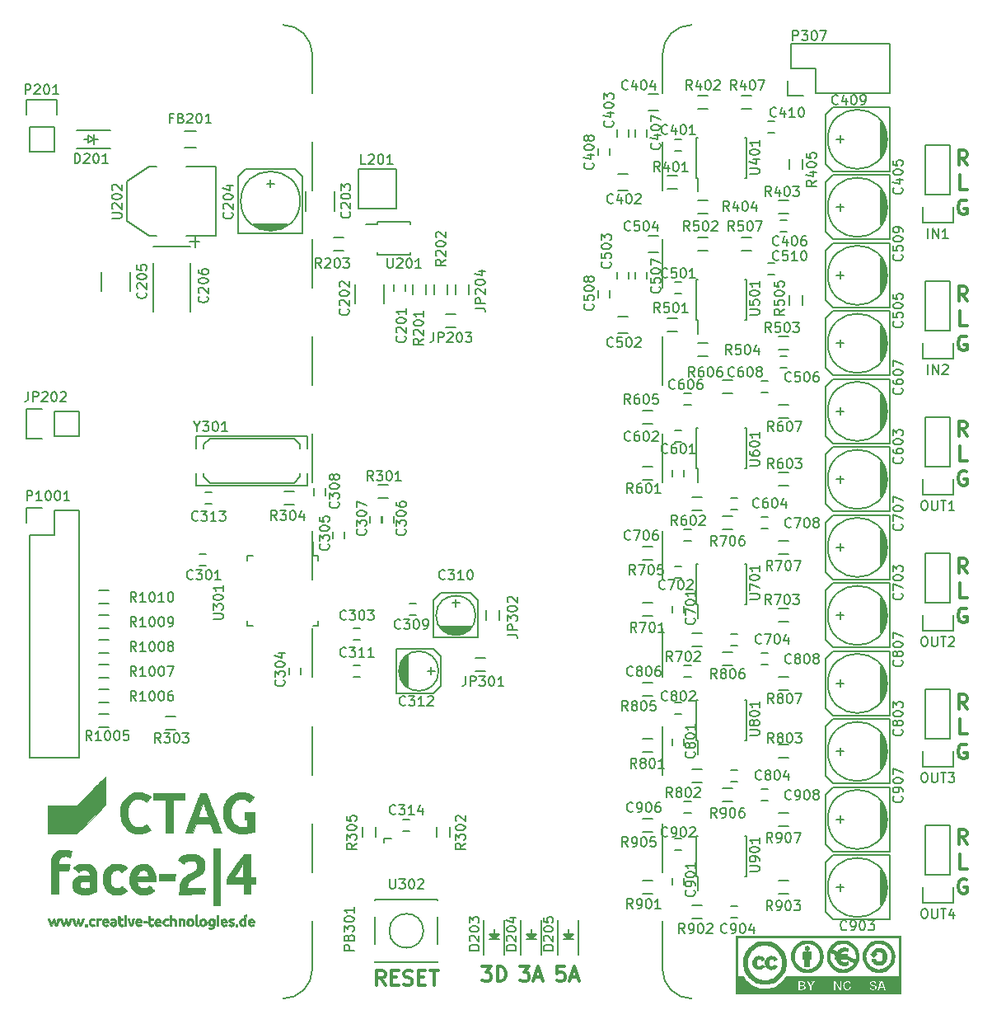
<source format=gto>
G04 #@! TF.FileFunction,Legend,Top*
%FSLAX46Y46*%
G04 Gerber Fmt 4.6, Leading zero omitted, Abs format (unit mm)*
G04 Created by KiCad (PCBNEW 4.0.6) date 06/04/17 18:43:05*
%MOMM*%
%LPD*%
G01*
G04 APERTURE LIST*
%ADD10C,0.100000*%
%ADD11C,0.300000*%
%ADD12C,0.200000*%
%ADD13C,0.150000*%
%ADD14C,0.010000*%
%ADD15C,0.165000*%
G04 APERTURE END LIST*
D10*
D11*
X170402287Y-136719571D02*
X169688001Y-136719571D01*
X169616572Y-137433857D01*
X169688001Y-137362429D01*
X169830858Y-137291000D01*
X170188001Y-137291000D01*
X170330858Y-137362429D01*
X170402287Y-137433857D01*
X170473715Y-137576714D01*
X170473715Y-137933857D01*
X170402287Y-138076714D01*
X170330858Y-138148143D01*
X170188001Y-138219571D01*
X169830858Y-138219571D01*
X169688001Y-138148143D01*
X169616572Y-138076714D01*
X171045143Y-137791000D02*
X171759429Y-137791000D01*
X170902286Y-138219571D02*
X171402286Y-136719571D01*
X171902286Y-138219571D01*
X165862144Y-136719571D02*
X166790715Y-136719571D01*
X166290715Y-137291000D01*
X166505001Y-137291000D01*
X166647858Y-137362429D01*
X166719287Y-137433857D01*
X166790715Y-137576714D01*
X166790715Y-137933857D01*
X166719287Y-138076714D01*
X166647858Y-138148143D01*
X166505001Y-138219571D01*
X166076429Y-138219571D01*
X165933572Y-138148143D01*
X165862144Y-138076714D01*
X167362143Y-137791000D02*
X168076429Y-137791000D01*
X167219286Y-138219571D02*
X167719286Y-136719571D01*
X168219286Y-138219571D01*
X161945001Y-136719571D02*
X162873572Y-136719571D01*
X162373572Y-137291000D01*
X162587858Y-137291000D01*
X162730715Y-137362429D01*
X162802144Y-137433857D01*
X162873572Y-137576714D01*
X162873572Y-137933857D01*
X162802144Y-138076714D01*
X162730715Y-138148143D01*
X162587858Y-138219571D01*
X162159286Y-138219571D01*
X162016429Y-138148143D01*
X161945001Y-138076714D01*
X163516429Y-138219571D02*
X163516429Y-136719571D01*
X163873572Y-136719571D01*
X164087857Y-136791000D01*
X164230715Y-136933857D01*
X164302143Y-137076714D01*
X164373572Y-137362429D01*
X164373572Y-137576714D01*
X164302143Y-137862429D01*
X164230715Y-138005286D01*
X164087857Y-138148143D01*
X163873572Y-138219571D01*
X163516429Y-138219571D01*
X151999429Y-138600571D02*
X151499429Y-137886286D01*
X151142286Y-138600571D02*
X151142286Y-137100571D01*
X151713714Y-137100571D01*
X151856572Y-137172000D01*
X151928000Y-137243429D01*
X151999429Y-137386286D01*
X151999429Y-137600571D01*
X151928000Y-137743429D01*
X151856572Y-137814857D01*
X151713714Y-137886286D01*
X151142286Y-137886286D01*
X152642286Y-137814857D02*
X153142286Y-137814857D01*
X153356572Y-138600571D02*
X152642286Y-138600571D01*
X152642286Y-137100571D01*
X153356572Y-137100571D01*
X153928000Y-138529143D02*
X154142286Y-138600571D01*
X154499429Y-138600571D01*
X154642286Y-138529143D01*
X154713715Y-138457714D01*
X154785143Y-138314857D01*
X154785143Y-138172000D01*
X154713715Y-138029143D01*
X154642286Y-137957714D01*
X154499429Y-137886286D01*
X154213715Y-137814857D01*
X154070857Y-137743429D01*
X153999429Y-137672000D01*
X153928000Y-137529143D01*
X153928000Y-137386286D01*
X153999429Y-137243429D01*
X154070857Y-137172000D01*
X154213715Y-137100571D01*
X154570857Y-137100571D01*
X154785143Y-137172000D01*
X155428000Y-137814857D02*
X155928000Y-137814857D01*
X156142286Y-138600571D02*
X155428000Y-138600571D01*
X155428000Y-137100571D01*
X156142286Y-137100571D01*
X156570857Y-137100571D02*
X157428000Y-137100571D01*
X156999429Y-138600571D02*
X156999429Y-137100571D01*
X211792286Y-124112571D02*
X211292286Y-123398286D01*
X210935143Y-124112571D02*
X210935143Y-122612571D01*
X211506571Y-122612571D01*
X211649429Y-122684000D01*
X211720857Y-122755429D01*
X211792286Y-122898286D01*
X211792286Y-123112571D01*
X211720857Y-123255429D01*
X211649429Y-123326857D01*
X211506571Y-123398286D01*
X210935143Y-123398286D01*
X211792286Y-126662571D02*
X211078000Y-126662571D01*
X211078000Y-125162571D01*
X211720857Y-127784000D02*
X211578000Y-127712571D01*
X211363714Y-127712571D01*
X211149429Y-127784000D01*
X211006571Y-127926857D01*
X210935143Y-128069714D01*
X210863714Y-128355429D01*
X210863714Y-128569714D01*
X210935143Y-128855429D01*
X211006571Y-128998286D01*
X211149429Y-129141143D01*
X211363714Y-129212571D01*
X211506571Y-129212571D01*
X211720857Y-129141143D01*
X211792286Y-129069714D01*
X211792286Y-128569714D01*
X211506571Y-128569714D01*
X211792286Y-110269571D02*
X211292286Y-109555286D01*
X210935143Y-110269571D02*
X210935143Y-108769571D01*
X211506571Y-108769571D01*
X211649429Y-108841000D01*
X211720857Y-108912429D01*
X211792286Y-109055286D01*
X211792286Y-109269571D01*
X211720857Y-109412429D01*
X211649429Y-109483857D01*
X211506571Y-109555286D01*
X210935143Y-109555286D01*
X211792286Y-112819571D02*
X211078000Y-112819571D01*
X211078000Y-111319571D01*
X211720857Y-113941000D02*
X211578000Y-113869571D01*
X211363714Y-113869571D01*
X211149429Y-113941000D01*
X211006571Y-114083857D01*
X210935143Y-114226714D01*
X210863714Y-114512429D01*
X210863714Y-114726714D01*
X210935143Y-115012429D01*
X211006571Y-115155286D01*
X211149429Y-115298143D01*
X211363714Y-115369571D01*
X211506571Y-115369571D01*
X211720857Y-115298143D01*
X211792286Y-115226714D01*
X211792286Y-114726714D01*
X211506571Y-114726714D01*
X211792286Y-96299571D02*
X211292286Y-95585286D01*
X210935143Y-96299571D02*
X210935143Y-94799571D01*
X211506571Y-94799571D01*
X211649429Y-94871000D01*
X211720857Y-94942429D01*
X211792286Y-95085286D01*
X211792286Y-95299571D01*
X211720857Y-95442429D01*
X211649429Y-95513857D01*
X211506571Y-95585286D01*
X210935143Y-95585286D01*
X211792286Y-98849571D02*
X211078000Y-98849571D01*
X211078000Y-97349571D01*
X211720857Y-99971000D02*
X211578000Y-99899571D01*
X211363714Y-99899571D01*
X211149429Y-99971000D01*
X211006571Y-100113857D01*
X210935143Y-100256714D01*
X210863714Y-100542429D01*
X210863714Y-100756714D01*
X210935143Y-101042429D01*
X211006571Y-101185286D01*
X211149429Y-101328143D01*
X211363714Y-101399571D01*
X211506571Y-101399571D01*
X211720857Y-101328143D01*
X211792286Y-101256714D01*
X211792286Y-100756714D01*
X211506571Y-100756714D01*
X211792286Y-82202571D02*
X211292286Y-81488286D01*
X210935143Y-82202571D02*
X210935143Y-80702571D01*
X211506571Y-80702571D01*
X211649429Y-80774000D01*
X211720857Y-80845429D01*
X211792286Y-80988286D01*
X211792286Y-81202571D01*
X211720857Y-81345429D01*
X211649429Y-81416857D01*
X211506571Y-81488286D01*
X210935143Y-81488286D01*
X211792286Y-84752571D02*
X211078000Y-84752571D01*
X211078000Y-83252571D01*
X211720857Y-85874000D02*
X211578000Y-85802571D01*
X211363714Y-85802571D01*
X211149429Y-85874000D01*
X211006571Y-86016857D01*
X210935143Y-86159714D01*
X210863714Y-86445429D01*
X210863714Y-86659714D01*
X210935143Y-86945429D01*
X211006571Y-87088286D01*
X211149429Y-87231143D01*
X211363714Y-87302571D01*
X211506571Y-87302571D01*
X211720857Y-87231143D01*
X211792286Y-87159714D01*
X211792286Y-86659714D01*
X211506571Y-86659714D01*
X211792286Y-68359571D02*
X211292286Y-67645286D01*
X210935143Y-68359571D02*
X210935143Y-66859571D01*
X211506571Y-66859571D01*
X211649429Y-66931000D01*
X211720857Y-67002429D01*
X211792286Y-67145286D01*
X211792286Y-67359571D01*
X211720857Y-67502429D01*
X211649429Y-67573857D01*
X211506571Y-67645286D01*
X210935143Y-67645286D01*
X211792286Y-70909571D02*
X211078000Y-70909571D01*
X211078000Y-69409571D01*
X211720857Y-72031000D02*
X211578000Y-71959571D01*
X211363714Y-71959571D01*
X211149429Y-72031000D01*
X211006571Y-72173857D01*
X210935143Y-72316714D01*
X210863714Y-72602429D01*
X210863714Y-72816714D01*
X210935143Y-73102429D01*
X211006571Y-73245286D01*
X211149429Y-73388143D01*
X211363714Y-73459571D01*
X211506571Y-73459571D01*
X211720857Y-73388143D01*
X211792286Y-73316714D01*
X211792286Y-72816714D01*
X211506571Y-72816714D01*
X211792286Y-54389571D02*
X211292286Y-53675286D01*
X210935143Y-54389571D02*
X210935143Y-52889571D01*
X211506571Y-52889571D01*
X211649429Y-52961000D01*
X211720857Y-53032429D01*
X211792286Y-53175286D01*
X211792286Y-53389571D01*
X211720857Y-53532429D01*
X211649429Y-53603857D01*
X211506571Y-53675286D01*
X210935143Y-53675286D01*
X211792286Y-56939571D02*
X211078000Y-56939571D01*
X211078000Y-55439571D01*
X211720857Y-58061000D02*
X211578000Y-57989571D01*
X211363714Y-57989571D01*
X211149429Y-58061000D01*
X211006571Y-58203857D01*
X210935143Y-58346714D01*
X210863714Y-58632429D01*
X210863714Y-58846714D01*
X210935143Y-59132429D01*
X211006571Y-59275286D01*
X211149429Y-59418143D01*
X211363714Y-59489571D01*
X211506571Y-59489571D01*
X211720857Y-59418143D01*
X211792286Y-59346714D01*
X211792286Y-58846714D01*
X211506571Y-58846714D01*
D12*
X144500000Y-57000000D02*
X144500000Y-52000000D01*
X144500000Y-67000000D02*
X144500000Y-62000000D01*
X144500000Y-77000000D02*
X144500000Y-72000000D01*
X144500000Y-87000000D02*
X144500000Y-82000000D01*
X144500000Y-97000000D02*
X144500000Y-92000000D01*
X144500000Y-107000000D02*
X144500000Y-102000000D01*
X144500000Y-117000000D02*
X144500000Y-112000000D01*
X144500000Y-127000000D02*
X144500000Y-122000000D01*
X144500000Y-43000000D02*
G75*
G03X141500000Y-40000000I-3000000J0D01*
G01*
X144500000Y-137000000D02*
X144500000Y-132000000D01*
X144500000Y-47000000D02*
X144500000Y-43000000D01*
X180500000Y-47000000D02*
X180500000Y-43000000D01*
X180500000Y-57000000D02*
X180500000Y-52000000D01*
X180500000Y-67000000D02*
X180500000Y-62000000D01*
X180500000Y-77000000D02*
X180500000Y-72000000D01*
X180500000Y-87000000D02*
X180500000Y-82000000D01*
X180500000Y-97000000D02*
X180500000Y-92000000D01*
X180500000Y-107000000D02*
X180500000Y-102000000D01*
X180500000Y-117000000D02*
X180500000Y-112000000D01*
X180500000Y-127000000D02*
X180500000Y-122000000D01*
X180500000Y-137000000D02*
X180500000Y-132000000D01*
X141500000Y-140000000D02*
G75*
G03X144500000Y-137000000I0J3000000D01*
G01*
X183500000Y-40000000D02*
G75*
G03X180500000Y-43000000I0J-3000000D01*
G01*
X180500000Y-137000000D02*
G75*
G03X183500000Y-140000000I3000000J0D01*
G01*
D13*
X203451000Y-66482000D02*
X203451000Y-64958000D01*
X203324000Y-64577000D02*
X203324000Y-66863000D01*
X203197000Y-67117000D02*
X203197000Y-64323000D01*
X203070000Y-64069000D02*
X203070000Y-67371000D01*
X202943000Y-67498000D02*
X202943000Y-63942000D01*
X203832000Y-69022000D02*
X203832000Y-62418000D01*
X203832000Y-62418000D02*
X197990000Y-62418000D01*
X197990000Y-62418000D02*
X197228000Y-63180000D01*
X197228000Y-63180000D02*
X197228000Y-68260000D01*
X197228000Y-68260000D02*
X197990000Y-69022000D01*
X197990000Y-69022000D02*
X203832000Y-69022000D01*
X198371000Y-65720000D02*
X199133000Y-65720000D01*
X198752000Y-66101000D02*
X198752000Y-65339000D01*
X203578000Y-65720000D02*
G75*
G03X203578000Y-65720000I-3048000J0D01*
G01*
X154100000Y-66650000D02*
X154100000Y-67350000D01*
X152900000Y-67350000D02*
X152900000Y-66650000D01*
X151840000Y-68625000D02*
X151840000Y-66625000D01*
X148890000Y-66625000D02*
X148890000Y-68625000D01*
X146760000Y-59100000D02*
X146760000Y-57100000D01*
X143810000Y-57100000D02*
X143810000Y-59100000D01*
X139443000Y-61021000D02*
X140967000Y-61021000D01*
X141348000Y-60894000D02*
X139062000Y-60894000D01*
X138808000Y-60767000D02*
X141602000Y-60767000D01*
X141856000Y-60640000D02*
X138554000Y-60640000D01*
X138427000Y-60513000D02*
X141983000Y-60513000D01*
X136903000Y-61402000D02*
X143507000Y-61402000D01*
X143507000Y-61402000D02*
X143507000Y-55560000D01*
X143507000Y-55560000D02*
X142745000Y-54798000D01*
X142745000Y-54798000D02*
X137665000Y-54798000D01*
X137665000Y-54798000D02*
X136903000Y-55560000D01*
X136903000Y-55560000D02*
X136903000Y-61402000D01*
X140205000Y-55941000D02*
X140205000Y-56703000D01*
X139824000Y-56322000D02*
X140586000Y-56322000D01*
X143253000Y-58100000D02*
G75*
G03X143253000Y-58100000I-3048000J0D01*
G01*
X125805000Y-67355000D02*
X125805000Y-65355000D01*
X122855000Y-65355000D02*
X122855000Y-67355000D01*
X133570000Y-95530000D02*
X132870000Y-95530000D01*
X132870000Y-94330000D02*
X133570000Y-94330000D01*
X148745000Y-101950000D02*
X149445000Y-101950000D01*
X149445000Y-103150000D02*
X148745000Y-103150000D01*
X143345000Y-106010000D02*
X143345000Y-106710000D01*
X142145000Y-106710000D02*
X142145000Y-106010000D01*
X146590000Y-92740000D02*
X146590000Y-92040000D01*
X147790000Y-92040000D02*
X147790000Y-92740000D01*
X151670000Y-91150000D02*
X151670000Y-90450000D01*
X152870000Y-90450000D02*
X152870000Y-91150000D01*
X150400000Y-91150000D02*
X150400000Y-90450000D01*
X151600000Y-90450000D02*
X151600000Y-91150000D01*
X144685000Y-88295000D02*
X144685000Y-87595000D01*
X145885000Y-87595000D02*
X145885000Y-88295000D01*
X154460000Y-99410000D02*
X155160000Y-99410000D01*
X155160000Y-100610000D02*
X154460000Y-100610000D01*
X159255000Y-98994000D02*
X159255000Y-99756000D01*
X158874000Y-99375000D02*
X159636000Y-99375000D01*
X161541000Y-99121000D02*
X161541000Y-102931000D01*
X157731000Y-98359000D02*
X160779000Y-98359000D01*
X161541000Y-99121000D02*
X160779000Y-98359000D01*
X156969000Y-99121000D02*
X156969000Y-102931000D01*
X156969000Y-99121000D02*
X157731000Y-98359000D01*
X159382000Y-102677000D02*
X159128000Y-102677000D01*
X158620000Y-102550000D02*
X159890000Y-102550000D01*
X160144000Y-102423000D02*
X158366000Y-102423000D01*
X160398000Y-102296000D02*
X158112000Y-102296000D01*
X157985000Y-102169000D02*
X160525000Y-102169000D01*
X160652000Y-102042000D02*
X157858000Y-102042000D01*
X157731000Y-101915000D02*
X160779000Y-101915000D01*
X157604000Y-101788000D02*
X160906000Y-101788000D01*
X156969000Y-102931000D02*
X161541000Y-102931000D01*
X161287000Y-100645000D02*
G75*
G03X161287000Y-100645000I-2032000J0D01*
G01*
X148745000Y-105760000D02*
X149445000Y-105760000D01*
X149445000Y-106960000D02*
X148745000Y-106960000D01*
X157096000Y-106360000D02*
X156334000Y-106360000D01*
X156715000Y-105979000D02*
X156715000Y-106741000D01*
X156969000Y-108646000D02*
X153159000Y-108646000D01*
X157731000Y-104836000D02*
X157731000Y-107884000D01*
X156969000Y-108646000D02*
X157731000Y-107884000D01*
X156969000Y-104074000D02*
X153159000Y-104074000D01*
X156969000Y-104074000D02*
X157731000Y-104836000D01*
X153413000Y-106487000D02*
X153413000Y-106233000D01*
X153540000Y-105725000D02*
X153540000Y-106995000D01*
X153667000Y-107249000D02*
X153667000Y-105471000D01*
X153794000Y-107503000D02*
X153794000Y-105217000D01*
X153921000Y-105090000D02*
X153921000Y-107630000D01*
X154048000Y-107757000D02*
X154048000Y-104963000D01*
X154175000Y-104836000D02*
X154175000Y-107884000D01*
X154302000Y-104709000D02*
X154302000Y-108011000D01*
X153159000Y-104074000D02*
X153159000Y-108646000D01*
X157477000Y-106360000D02*
G75*
G03X157477000Y-106360000I-2032000J0D01*
G01*
X134205000Y-89180000D02*
X133505000Y-89180000D01*
X133505000Y-87980000D02*
X134205000Y-87980000D01*
X154525000Y-122835000D02*
X153825000Y-122835000D01*
X153825000Y-121635000D02*
X154525000Y-121635000D01*
X181765000Y-51785000D02*
X182465000Y-51785000D01*
X182465000Y-52985000D02*
X181765000Y-52985000D01*
X176900000Y-55345000D02*
X175900000Y-55345000D01*
X175900000Y-57045000D02*
X176900000Y-57045000D01*
X175800000Y-51465000D02*
X175800000Y-50765000D01*
X177000000Y-50765000D02*
X177000000Y-51465000D01*
X180075000Y-47090000D02*
X179075000Y-47090000D01*
X179075000Y-48790000D02*
X180075000Y-48790000D01*
X193260000Y-61240000D02*
X192560000Y-61240000D01*
X192560000Y-60040000D02*
X193260000Y-60040000D01*
X178905000Y-50765000D02*
X178905000Y-51465000D01*
X177705000Y-51465000D02*
X177705000Y-50765000D01*
X173895000Y-53370000D02*
X173895000Y-52670000D01*
X175095000Y-52670000D02*
X175095000Y-53370000D01*
X191290000Y-49880000D02*
X191990000Y-49880000D01*
X191990000Y-51080000D02*
X191290000Y-51080000D01*
X181765000Y-66390000D02*
X182465000Y-66390000D01*
X182465000Y-67590000D02*
X181765000Y-67590000D01*
X176900000Y-69950000D02*
X175900000Y-69950000D01*
X175900000Y-71650000D02*
X176900000Y-71650000D01*
X175800000Y-66070000D02*
X175800000Y-65370000D01*
X177000000Y-65370000D02*
X177000000Y-66070000D01*
X180075000Y-61695000D02*
X179075000Y-61695000D01*
X179075000Y-63395000D02*
X180075000Y-63395000D01*
X193260000Y-75210000D02*
X192560000Y-75210000D01*
X192560000Y-74010000D02*
X193260000Y-74010000D01*
X178905000Y-65370000D02*
X178905000Y-66070000D01*
X177705000Y-66070000D02*
X177705000Y-65370000D01*
X173895000Y-67975000D02*
X173895000Y-67275000D01*
X175095000Y-67275000D02*
X175095000Y-67975000D01*
X191290000Y-64485000D02*
X191990000Y-64485000D01*
X191990000Y-65685000D02*
X191290000Y-65685000D01*
X182715000Y-85690000D02*
X182715000Y-86390000D01*
X181515000Y-86390000D02*
X181515000Y-85690000D01*
X181765000Y-81630000D02*
X182465000Y-81630000D01*
X182465000Y-82830000D02*
X181765000Y-82830000D01*
X187480000Y-88615000D02*
X188180000Y-88615000D01*
X188180000Y-89815000D02*
X187480000Y-89815000D01*
X183415000Y-79020000D02*
X182715000Y-79020000D01*
X182715000Y-77820000D02*
X183415000Y-77820000D01*
X190655000Y-76550000D02*
X191355000Y-76550000D01*
X191355000Y-77750000D02*
X190655000Y-77750000D01*
X182715000Y-99660000D02*
X182715000Y-100360000D01*
X181515000Y-100360000D02*
X181515000Y-99660000D01*
X181765000Y-95600000D02*
X182465000Y-95600000D01*
X182465000Y-96800000D02*
X181765000Y-96800000D01*
X187480000Y-102585000D02*
X188180000Y-102585000D01*
X188180000Y-103785000D02*
X187480000Y-103785000D01*
X183420000Y-92990000D02*
X182720000Y-92990000D01*
X182720000Y-91790000D02*
X183420000Y-91790000D01*
X190655000Y-90520000D02*
X191355000Y-90520000D01*
X191355000Y-91720000D02*
X190655000Y-91720000D01*
X182715000Y-113315000D02*
X182715000Y-114015000D01*
X181515000Y-114015000D02*
X181515000Y-113315000D01*
X181765000Y-109570000D02*
X182465000Y-109570000D01*
X182465000Y-110770000D02*
X181765000Y-110770000D01*
X187480000Y-116555000D02*
X188180000Y-116555000D01*
X188180000Y-117755000D02*
X187480000Y-117755000D01*
X183415000Y-106960000D02*
X182715000Y-106960000D01*
X182715000Y-105760000D02*
X183415000Y-105760000D01*
X190655000Y-104490000D02*
X191355000Y-104490000D01*
X191355000Y-105690000D02*
X190655000Y-105690000D01*
X182715000Y-127600000D02*
X182715000Y-128300000D01*
X181515000Y-128300000D02*
X181515000Y-127600000D01*
X181765000Y-123540000D02*
X182465000Y-123540000D01*
X182465000Y-124740000D02*
X181765000Y-124740000D01*
X187480000Y-130525000D02*
X188180000Y-130525000D01*
X188180000Y-131725000D02*
X187480000Y-131725000D01*
X183420000Y-120930000D02*
X182720000Y-120930000D01*
X182720000Y-119730000D02*
X183420000Y-119730000D01*
X190655000Y-118460000D02*
X191355000Y-118460000D01*
X191355000Y-119660000D02*
X190655000Y-119660000D01*
X121472500Y-51750000D02*
X121091500Y-51750000D01*
X122488500Y-51750000D02*
X122107500Y-51750000D01*
X122107500Y-51750000D02*
X121472500Y-52131000D01*
X121472500Y-52131000D02*
X121472500Y-51369000D01*
X121472500Y-51369000D02*
X122107500Y-51750000D01*
X122107500Y-52258000D02*
X122107500Y-51242000D01*
X123790000Y-50850000D02*
X120250000Y-50850000D01*
X123790000Y-52650000D02*
X120250000Y-52650000D01*
X164245000Y-135500000D02*
X164245000Y-131900000D01*
X162145000Y-135500000D02*
X162145000Y-131900000D01*
X162895000Y-133450000D02*
X163495000Y-133450000D01*
X163495000Y-133450000D02*
X163195000Y-133750000D01*
X163195000Y-133750000D02*
X162995000Y-133550000D01*
X162995000Y-133550000D02*
X163245000Y-133550000D01*
X163245000Y-133550000D02*
X163195000Y-133600000D01*
X162695000Y-133850000D02*
X163695000Y-133850000D01*
X163195000Y-133350000D02*
X163195000Y-132850000D01*
X163195000Y-133850000D02*
X162695000Y-133350000D01*
X162695000Y-133350000D02*
X163695000Y-133350000D01*
X163695000Y-133350000D02*
X163195000Y-133850000D01*
X168055000Y-135500000D02*
X168055000Y-131900000D01*
X165955000Y-135500000D02*
X165955000Y-131900000D01*
X166705000Y-133450000D02*
X167305000Y-133450000D01*
X167305000Y-133450000D02*
X167005000Y-133750000D01*
X167005000Y-133750000D02*
X166805000Y-133550000D01*
X166805000Y-133550000D02*
X167055000Y-133550000D01*
X167055000Y-133550000D02*
X167005000Y-133600000D01*
X166505000Y-133850000D02*
X167505000Y-133850000D01*
X167005000Y-133350000D02*
X167005000Y-132850000D01*
X167005000Y-133850000D02*
X166505000Y-133350000D01*
X166505000Y-133350000D02*
X167505000Y-133350000D01*
X167505000Y-133350000D02*
X167005000Y-133850000D01*
X171865000Y-135500000D02*
X171865000Y-131900000D01*
X169765000Y-135500000D02*
X169765000Y-131900000D01*
X170515000Y-133450000D02*
X171115000Y-133450000D01*
X171115000Y-133450000D02*
X170815000Y-133750000D01*
X170815000Y-133750000D02*
X170615000Y-133550000D01*
X170615000Y-133550000D02*
X170865000Y-133550000D01*
X170865000Y-133550000D02*
X170815000Y-133600000D01*
X170315000Y-133850000D02*
X171315000Y-133850000D01*
X170815000Y-133350000D02*
X170815000Y-132850000D01*
X170815000Y-133850000D02*
X170315000Y-133350000D01*
X170315000Y-133350000D02*
X171315000Y-133350000D01*
X171315000Y-133350000D02*
X170815000Y-133850000D01*
X117980000Y-79690000D02*
X120520000Y-79690000D01*
X115160000Y-79410000D02*
X116710000Y-79410000D01*
X117980000Y-79690000D02*
X117980000Y-82230000D01*
X116710000Y-82510000D02*
X115160000Y-82510000D01*
X115160000Y-82510000D02*
X115160000Y-79410000D01*
X117980000Y-82230000D02*
X120520000Y-82230000D01*
X120520000Y-82230000D02*
X120520000Y-79690000D01*
X159200000Y-71075000D02*
X158200000Y-71075000D01*
X158200000Y-69725000D02*
X159200000Y-69725000D01*
X160575000Y-66700000D02*
X160575000Y-67700000D01*
X159225000Y-67700000D02*
X159225000Y-66700000D01*
X162295000Y-106400000D02*
X161295000Y-106400000D01*
X161295000Y-105050000D02*
X162295000Y-105050000D01*
X163740000Y-100145000D02*
X163740000Y-101145000D01*
X162390000Y-101145000D02*
X162390000Y-100145000D01*
X117980000Y-50480000D02*
X117980000Y-53020000D01*
X118260000Y-47660000D02*
X118260000Y-49210000D01*
X117980000Y-50480000D02*
X115440000Y-50480000D01*
X115160000Y-49210000D02*
X115160000Y-47660000D01*
X115160000Y-47660000D02*
X118260000Y-47660000D01*
X115440000Y-50480000D02*
X115440000Y-53020000D01*
X115440000Y-53020000D02*
X117980000Y-53020000D01*
X210055000Y-57465000D02*
X210055000Y-52385000D01*
X210055000Y-52385000D02*
X207515000Y-52385000D01*
X207515000Y-52385000D02*
X207515000Y-57465000D01*
X207235000Y-60285000D02*
X207235000Y-58735000D01*
X207515000Y-57465000D02*
X210055000Y-57465000D01*
X210335000Y-58735000D02*
X210335000Y-60285000D01*
X210335000Y-60285000D02*
X207235000Y-60285000D01*
X210055000Y-85405000D02*
X210055000Y-80325000D01*
X210055000Y-80325000D02*
X207515000Y-80325000D01*
X207515000Y-80325000D02*
X207515000Y-85405000D01*
X207235000Y-88225000D02*
X207235000Y-86675000D01*
X207515000Y-85405000D02*
X210055000Y-85405000D01*
X210335000Y-86675000D02*
X210335000Y-88225000D01*
X210335000Y-88225000D02*
X207235000Y-88225000D01*
X210055000Y-99375000D02*
X210055000Y-94295000D01*
X210055000Y-94295000D02*
X207515000Y-94295000D01*
X207515000Y-94295000D02*
X207515000Y-99375000D01*
X207235000Y-102195000D02*
X207235000Y-100645000D01*
X207515000Y-99375000D02*
X210055000Y-99375000D01*
X210335000Y-100645000D02*
X210335000Y-102195000D01*
X210335000Y-102195000D02*
X207235000Y-102195000D01*
X210055000Y-71435000D02*
X210055000Y-66355000D01*
X210055000Y-66355000D02*
X207515000Y-66355000D01*
X207515000Y-66355000D02*
X207515000Y-71435000D01*
X207235000Y-74255000D02*
X207235000Y-72705000D01*
X207515000Y-71435000D02*
X210055000Y-71435000D01*
X210335000Y-72705000D02*
X210335000Y-74255000D01*
X210335000Y-74255000D02*
X207235000Y-74255000D01*
X210055000Y-113345000D02*
X210055000Y-108265000D01*
X210055000Y-108265000D02*
X207515000Y-108265000D01*
X207515000Y-108265000D02*
X207515000Y-113345000D01*
X207235000Y-116165000D02*
X207235000Y-114615000D01*
X207515000Y-113345000D02*
X210055000Y-113345000D01*
X210335000Y-114615000D02*
X210335000Y-116165000D01*
X210335000Y-116165000D02*
X207235000Y-116165000D01*
X210055000Y-127315000D02*
X210055000Y-122235000D01*
X210055000Y-122235000D02*
X207515000Y-122235000D01*
X207515000Y-122235000D02*
X207515000Y-127315000D01*
X207235000Y-130135000D02*
X207235000Y-128585000D01*
X207515000Y-127315000D02*
X210055000Y-127315000D01*
X210335000Y-128585000D02*
X210335000Y-130135000D01*
X210335000Y-130135000D02*
X207235000Y-130135000D01*
X120520000Y-115250000D02*
X120520000Y-89850000D01*
X115440000Y-92390000D02*
X115440000Y-115250000D01*
X120520000Y-115250000D02*
X115440000Y-115250000D01*
X120520000Y-89850000D02*
X117980000Y-89850000D01*
X116710000Y-89570000D02*
X115160000Y-89570000D01*
X117980000Y-89850000D02*
X117980000Y-92390000D01*
X117980000Y-92390000D02*
X115440000Y-92390000D01*
X115160000Y-89570000D02*
X115160000Y-91120000D01*
X154825000Y-67700000D02*
X154825000Y-66700000D01*
X156175000Y-66700000D02*
X156175000Y-67700000D01*
X157025000Y-67700000D02*
X157025000Y-66700000D01*
X158375000Y-66700000D02*
X158375000Y-67700000D01*
X146690000Y-61870000D02*
X147690000Y-61870000D01*
X147690000Y-63220000D02*
X146690000Y-63220000D01*
X151305000Y-87270000D02*
X152305000Y-87270000D01*
X152305000Y-88620000D02*
X151305000Y-88620000D01*
X157310000Y-123370000D02*
X157310000Y-122370000D01*
X158660000Y-122370000D02*
X158660000Y-123370000D01*
X129418000Y-111019000D02*
X130418000Y-111019000D01*
X130418000Y-112369000D02*
X129418000Y-112369000D01*
X142610000Y-89255000D02*
X141610000Y-89255000D01*
X141610000Y-87905000D02*
X142610000Y-87905000D01*
X151040000Y-122370000D02*
X151040000Y-123370000D01*
X149690000Y-123370000D02*
X149690000Y-122370000D01*
X181980000Y-56870000D02*
X180980000Y-56870000D01*
X180980000Y-55520000D02*
X181980000Y-55520000D01*
X185155000Y-48615000D02*
X184155000Y-48615000D01*
X184155000Y-47265000D02*
X185155000Y-47265000D01*
X193410000Y-59410000D02*
X192410000Y-59410000D01*
X192410000Y-58060000D02*
X193410000Y-58060000D01*
X185155000Y-59410000D02*
X184155000Y-59410000D01*
X184155000Y-58060000D02*
X185155000Y-58060000D01*
X193505000Y-54790000D02*
X193505000Y-53790000D01*
X194855000Y-53790000D02*
X194855000Y-54790000D01*
X189600000Y-48615000D02*
X188600000Y-48615000D01*
X188600000Y-47265000D02*
X189600000Y-47265000D01*
X181980000Y-71475000D02*
X180980000Y-71475000D01*
X180980000Y-70125000D02*
X181980000Y-70125000D01*
X185155000Y-63220000D02*
X184155000Y-63220000D01*
X184155000Y-61870000D02*
X185155000Y-61870000D01*
X193410000Y-73380000D02*
X192410000Y-73380000D01*
X192410000Y-72030000D02*
X193410000Y-72030000D01*
X185155000Y-74015000D02*
X184155000Y-74015000D01*
X184155000Y-72665000D02*
X185155000Y-72665000D01*
X193505000Y-68760000D02*
X193505000Y-67760000D01*
X194855000Y-67760000D02*
X194855000Y-68760000D01*
X189600000Y-63220000D02*
X188600000Y-63220000D01*
X188600000Y-61870000D02*
X189600000Y-61870000D01*
X178440000Y-85365000D02*
X179440000Y-85365000D01*
X179440000Y-86715000D02*
X178440000Y-86715000D01*
X183520000Y-88540000D02*
X184520000Y-88540000D01*
X184520000Y-89890000D02*
X183520000Y-89890000D01*
X192410000Y-86000000D02*
X193410000Y-86000000D01*
X193410000Y-87350000D02*
X192410000Y-87350000D01*
X178440000Y-79650000D02*
X179440000Y-79650000D01*
X179440000Y-81000000D02*
X178440000Y-81000000D01*
X186695000Y-76475000D02*
X187695000Y-76475000D01*
X187695000Y-77825000D02*
X186695000Y-77825000D01*
X192410000Y-79015000D02*
X193410000Y-79015000D01*
X193410000Y-80365000D02*
X192410000Y-80365000D01*
X178440000Y-99335000D02*
X179440000Y-99335000D01*
X179440000Y-100685000D02*
X178440000Y-100685000D01*
X183520000Y-102510000D02*
X184520000Y-102510000D01*
X184520000Y-103860000D02*
X183520000Y-103860000D01*
X192410000Y-99970000D02*
X193410000Y-99970000D01*
X193410000Y-101320000D02*
X192410000Y-101320000D01*
X178440000Y-93620000D02*
X179440000Y-93620000D01*
X179440000Y-94970000D02*
X178440000Y-94970000D01*
X186695000Y-90445000D02*
X187695000Y-90445000D01*
X187695000Y-91795000D02*
X186695000Y-91795000D01*
X192410000Y-92985000D02*
X193410000Y-92985000D01*
X193410000Y-94335000D02*
X192410000Y-94335000D01*
X178440000Y-113305000D02*
X179440000Y-113305000D01*
X179440000Y-114655000D02*
X178440000Y-114655000D01*
X183520000Y-116480000D02*
X184520000Y-116480000D01*
X184520000Y-117830000D02*
X183520000Y-117830000D01*
X192410000Y-113940000D02*
X193410000Y-113940000D01*
X193410000Y-115290000D02*
X192410000Y-115290000D01*
X178440000Y-107590000D02*
X179440000Y-107590000D01*
X179440000Y-108940000D02*
X178440000Y-108940000D01*
X186695000Y-104415000D02*
X187695000Y-104415000D01*
X187695000Y-105765000D02*
X186695000Y-105765000D01*
X192410000Y-106955000D02*
X193410000Y-106955000D01*
X193410000Y-108305000D02*
X192410000Y-108305000D01*
X178440000Y-127910000D02*
X179440000Y-127910000D01*
X179440000Y-129260000D02*
X178440000Y-129260000D01*
X183520000Y-130450000D02*
X184520000Y-130450000D01*
X184520000Y-131800000D02*
X183520000Y-131800000D01*
X192410000Y-127910000D02*
X193410000Y-127910000D01*
X193410000Y-129260000D02*
X192410000Y-129260000D01*
X178440000Y-121560000D02*
X179440000Y-121560000D01*
X179440000Y-122910000D02*
X178440000Y-122910000D01*
X186695000Y-118385000D02*
X187695000Y-118385000D01*
X187695000Y-119735000D02*
X186695000Y-119735000D01*
X192410000Y-120925000D02*
X193410000Y-120925000D01*
X193410000Y-122275000D02*
X192410000Y-122275000D01*
X123560000Y-112115000D02*
X122560000Y-112115000D01*
X122560000Y-110765000D02*
X123560000Y-110765000D01*
X123560000Y-109575000D02*
X122560000Y-109575000D01*
X122560000Y-108225000D02*
X123560000Y-108225000D01*
X123560000Y-107035000D02*
X122560000Y-107035000D01*
X122560000Y-105685000D02*
X123560000Y-105685000D01*
X123560000Y-104495000D02*
X122560000Y-104495000D01*
X122560000Y-103145000D02*
X123560000Y-103145000D01*
X123560000Y-101955000D02*
X122560000Y-101955000D01*
X122560000Y-100605000D02*
X123560000Y-100605000D01*
X123560000Y-99415000D02*
X122560000Y-99415000D01*
X122560000Y-98065000D02*
X123560000Y-98065000D01*
X155925714Y-133030000D02*
G75*
G03X155925714Y-133030000I-1750714J0D01*
G01*
X157400000Y-129805000D02*
X157400000Y-129930000D01*
X157400000Y-136255000D02*
X157400000Y-136130000D01*
X150950000Y-136255000D02*
X150950000Y-136130000D01*
X150950000Y-129930000D02*
X150950000Y-129805000D01*
X157400000Y-131630000D02*
X157400000Y-134430000D01*
X150950000Y-129805000D02*
X157400000Y-129805000D01*
X150950000Y-131630000D02*
X150950000Y-134430000D01*
X150950000Y-136255000D02*
X157400000Y-136255000D01*
X151230000Y-60235000D02*
X151230000Y-60485000D01*
X154580000Y-60235000D02*
X154580000Y-60485000D01*
X154580000Y-63585000D02*
X154580000Y-63335000D01*
X151230000Y-63585000D02*
X151230000Y-63335000D01*
X151230000Y-60235000D02*
X154580000Y-60235000D01*
X151230000Y-63585000D02*
X154580000Y-63585000D01*
X151230000Y-60485000D02*
X149980000Y-60485000D01*
X131569000Y-61656000D02*
X134617000Y-61656000D01*
X134617000Y-61656000D02*
X134617000Y-54544000D01*
X134617000Y-54544000D02*
X131569000Y-54544000D01*
X128521000Y-61656000D02*
X127759000Y-61656000D01*
X127759000Y-61656000D02*
X125473000Y-60132000D01*
X125473000Y-60132000D02*
X125473000Y-56068000D01*
X125473000Y-56068000D02*
X127759000Y-54544000D01*
X127759000Y-54544000D02*
X128521000Y-54544000D01*
X145100000Y-94480000D02*
X144575000Y-94480000D01*
X145100000Y-101730000D02*
X144575000Y-101730000D01*
X137850000Y-101730000D02*
X138375000Y-101730000D01*
X137850000Y-94480000D02*
X138375000Y-94480000D01*
X145100000Y-94480000D02*
X145100000Y-95005000D01*
X137850000Y-94480000D02*
X137850000Y-95005000D01*
X137850000Y-101730000D02*
X137850000Y-101205000D01*
X145100000Y-101730000D02*
X145100000Y-101205000D01*
X144575000Y-94480000D02*
X144575000Y-93105000D01*
X152605280Y-123568500D02*
X151896620Y-123568500D01*
X151896620Y-123568500D02*
X151896620Y-123969820D01*
X183985000Y-55730000D02*
X184130000Y-55730000D01*
X183985000Y-51580000D02*
X184130000Y-51580000D01*
X189135000Y-51580000D02*
X188990000Y-51580000D01*
X189135000Y-55730000D02*
X188990000Y-55730000D01*
X183985000Y-55730000D02*
X183985000Y-51580000D01*
X189135000Y-55730000D02*
X189135000Y-51580000D01*
X184130000Y-55730000D02*
X184130000Y-57130000D01*
X183985000Y-70335000D02*
X184130000Y-70335000D01*
X183985000Y-66185000D02*
X184130000Y-66185000D01*
X189135000Y-66185000D02*
X188990000Y-66185000D01*
X189135000Y-70335000D02*
X188990000Y-70335000D01*
X183985000Y-70335000D02*
X183985000Y-66185000D01*
X189135000Y-70335000D02*
X189135000Y-66185000D01*
X184130000Y-70335000D02*
X184130000Y-71735000D01*
X183985000Y-85575000D02*
X184130000Y-85575000D01*
X183985000Y-81425000D02*
X184130000Y-81425000D01*
X189135000Y-81425000D02*
X188990000Y-81425000D01*
X189135000Y-85575000D02*
X188990000Y-85575000D01*
X183985000Y-85575000D02*
X183985000Y-81425000D01*
X189135000Y-85575000D02*
X189135000Y-81425000D01*
X184130000Y-85575000D02*
X184130000Y-86975000D01*
X183985000Y-99545000D02*
X184130000Y-99545000D01*
X183985000Y-95395000D02*
X184130000Y-95395000D01*
X189135000Y-95395000D02*
X188990000Y-95395000D01*
X189135000Y-99545000D02*
X188990000Y-99545000D01*
X183985000Y-99545000D02*
X183985000Y-95395000D01*
X189135000Y-99545000D02*
X189135000Y-95395000D01*
X184130000Y-99545000D02*
X184130000Y-100945000D01*
X183985000Y-113515000D02*
X184130000Y-113515000D01*
X183985000Y-109365000D02*
X184130000Y-109365000D01*
X189135000Y-109365000D02*
X188990000Y-109365000D01*
X189135000Y-113515000D02*
X188990000Y-113515000D01*
X183985000Y-113515000D02*
X183985000Y-109365000D01*
X189135000Y-113515000D02*
X189135000Y-109365000D01*
X184130000Y-113515000D02*
X184130000Y-114915000D01*
X183985000Y-127485000D02*
X184130000Y-127485000D01*
X183985000Y-123335000D02*
X184130000Y-123335000D01*
X189135000Y-123335000D02*
X188990000Y-123335000D01*
X189135000Y-127485000D02*
X188990000Y-127485000D01*
X183985000Y-127485000D02*
X183985000Y-123335000D01*
X189135000Y-127485000D02*
X189135000Y-123335000D01*
X184130000Y-127485000D02*
X184130000Y-128885000D01*
X143253000Y-86421000D02*
X143253000Y-86040000D01*
X143253000Y-83119000D02*
X143253000Y-83500000D01*
X133347000Y-83119000D02*
X133347000Y-83500000D01*
X133347000Y-86421000D02*
X133347000Y-86040000D01*
X132585000Y-87310000D02*
X132585000Y-86040000D01*
X132585000Y-82230000D02*
X132585000Y-83500000D01*
X144015000Y-82230000D02*
X144015000Y-83500000D01*
X144015000Y-87310000D02*
X144015000Y-86040000D01*
X143253000Y-83119000D02*
X142618000Y-82484000D01*
X142618000Y-82484000D02*
X133982000Y-82484000D01*
X133982000Y-82484000D02*
X133347000Y-83119000D01*
X133347000Y-86421000D02*
X133982000Y-87056000D01*
X133982000Y-87056000D02*
X142618000Y-87056000D01*
X142618000Y-87056000D02*
X143253000Y-86421000D01*
X132585000Y-82230000D02*
X144015000Y-82230000D01*
X144015000Y-87310000D02*
X132585000Y-87310000D01*
X203451000Y-59497000D02*
X203451000Y-57973000D01*
X203324000Y-57592000D02*
X203324000Y-59878000D01*
X203197000Y-60132000D02*
X203197000Y-57338000D01*
X203070000Y-57084000D02*
X203070000Y-60386000D01*
X202943000Y-60513000D02*
X202943000Y-56957000D01*
X203832000Y-62037000D02*
X203832000Y-55433000D01*
X203832000Y-55433000D02*
X197990000Y-55433000D01*
X197990000Y-55433000D02*
X197228000Y-56195000D01*
X197228000Y-56195000D02*
X197228000Y-61275000D01*
X197228000Y-61275000D02*
X197990000Y-62037000D01*
X197990000Y-62037000D02*
X203832000Y-62037000D01*
X198371000Y-58735000D02*
X199133000Y-58735000D01*
X198752000Y-59116000D02*
X198752000Y-58354000D01*
X203578000Y-58735000D02*
G75*
G03X203578000Y-58735000I-3048000J0D01*
G01*
X203451000Y-52512000D02*
X203451000Y-50988000D01*
X203324000Y-50607000D02*
X203324000Y-52893000D01*
X203197000Y-53147000D02*
X203197000Y-50353000D01*
X203070000Y-50099000D02*
X203070000Y-53401000D01*
X202943000Y-53528000D02*
X202943000Y-49972000D01*
X203832000Y-55052000D02*
X203832000Y-48448000D01*
X203832000Y-48448000D02*
X197990000Y-48448000D01*
X197990000Y-48448000D02*
X197228000Y-49210000D01*
X197228000Y-49210000D02*
X197228000Y-54290000D01*
X197228000Y-54290000D02*
X197990000Y-55052000D01*
X197990000Y-55052000D02*
X203832000Y-55052000D01*
X198371000Y-51750000D02*
X199133000Y-51750000D01*
X198752000Y-52131000D02*
X198752000Y-51369000D01*
X203578000Y-51750000D02*
G75*
G03X203578000Y-51750000I-3048000J0D01*
G01*
X203451000Y-73467000D02*
X203451000Y-71943000D01*
X203324000Y-71562000D02*
X203324000Y-73848000D01*
X203197000Y-74102000D02*
X203197000Y-71308000D01*
X203070000Y-71054000D02*
X203070000Y-74356000D01*
X202943000Y-74483000D02*
X202943000Y-70927000D01*
X203832000Y-76007000D02*
X203832000Y-69403000D01*
X203832000Y-69403000D02*
X197990000Y-69403000D01*
X197990000Y-69403000D02*
X197228000Y-70165000D01*
X197228000Y-70165000D02*
X197228000Y-75245000D01*
X197228000Y-75245000D02*
X197990000Y-76007000D01*
X197990000Y-76007000D02*
X203832000Y-76007000D01*
X198371000Y-72705000D02*
X199133000Y-72705000D01*
X198752000Y-73086000D02*
X198752000Y-72324000D01*
X203578000Y-72705000D02*
G75*
G03X203578000Y-72705000I-3048000J0D01*
G01*
X203451000Y-87437000D02*
X203451000Y-85913000D01*
X203324000Y-85532000D02*
X203324000Y-87818000D01*
X203197000Y-88072000D02*
X203197000Y-85278000D01*
X203070000Y-85024000D02*
X203070000Y-88326000D01*
X202943000Y-88453000D02*
X202943000Y-84897000D01*
X203832000Y-89977000D02*
X203832000Y-83373000D01*
X203832000Y-83373000D02*
X197990000Y-83373000D01*
X197990000Y-83373000D02*
X197228000Y-84135000D01*
X197228000Y-84135000D02*
X197228000Y-89215000D01*
X197228000Y-89215000D02*
X197990000Y-89977000D01*
X197990000Y-89977000D02*
X203832000Y-89977000D01*
X198371000Y-86675000D02*
X199133000Y-86675000D01*
X198752000Y-87056000D02*
X198752000Y-86294000D01*
X203578000Y-86675000D02*
G75*
G03X203578000Y-86675000I-3048000J0D01*
G01*
X203451000Y-80452000D02*
X203451000Y-78928000D01*
X203324000Y-78547000D02*
X203324000Y-80833000D01*
X203197000Y-81087000D02*
X203197000Y-78293000D01*
X203070000Y-78039000D02*
X203070000Y-81341000D01*
X202943000Y-81468000D02*
X202943000Y-77912000D01*
X203832000Y-82992000D02*
X203832000Y-76388000D01*
X203832000Y-76388000D02*
X197990000Y-76388000D01*
X197990000Y-76388000D02*
X197228000Y-77150000D01*
X197228000Y-77150000D02*
X197228000Y-82230000D01*
X197228000Y-82230000D02*
X197990000Y-82992000D01*
X197990000Y-82992000D02*
X203832000Y-82992000D01*
X198371000Y-79690000D02*
X199133000Y-79690000D01*
X198752000Y-80071000D02*
X198752000Y-79309000D01*
X203578000Y-79690000D02*
G75*
G03X203578000Y-79690000I-3048000J0D01*
G01*
X203451000Y-101407000D02*
X203451000Y-99883000D01*
X203324000Y-99502000D02*
X203324000Y-101788000D01*
X203197000Y-102042000D02*
X203197000Y-99248000D01*
X203070000Y-98994000D02*
X203070000Y-102296000D01*
X202943000Y-102423000D02*
X202943000Y-98867000D01*
X203832000Y-103947000D02*
X203832000Y-97343000D01*
X203832000Y-97343000D02*
X197990000Y-97343000D01*
X197990000Y-97343000D02*
X197228000Y-98105000D01*
X197228000Y-98105000D02*
X197228000Y-103185000D01*
X197228000Y-103185000D02*
X197990000Y-103947000D01*
X197990000Y-103947000D02*
X203832000Y-103947000D01*
X198371000Y-100645000D02*
X199133000Y-100645000D01*
X198752000Y-101026000D02*
X198752000Y-100264000D01*
X203578000Y-100645000D02*
G75*
G03X203578000Y-100645000I-3048000J0D01*
G01*
X203451000Y-94422000D02*
X203451000Y-92898000D01*
X203324000Y-92517000D02*
X203324000Y-94803000D01*
X203197000Y-95057000D02*
X203197000Y-92263000D01*
X203070000Y-92009000D02*
X203070000Y-95311000D01*
X202943000Y-95438000D02*
X202943000Y-91882000D01*
X203832000Y-96962000D02*
X203832000Y-90358000D01*
X203832000Y-90358000D02*
X197990000Y-90358000D01*
X197990000Y-90358000D02*
X197228000Y-91120000D01*
X197228000Y-91120000D02*
X197228000Y-96200000D01*
X197228000Y-96200000D02*
X197990000Y-96962000D01*
X197990000Y-96962000D02*
X203832000Y-96962000D01*
X198371000Y-93660000D02*
X199133000Y-93660000D01*
X198752000Y-94041000D02*
X198752000Y-93279000D01*
X203578000Y-93660000D02*
G75*
G03X203578000Y-93660000I-3048000J0D01*
G01*
X203451000Y-115377000D02*
X203451000Y-113853000D01*
X203324000Y-113472000D02*
X203324000Y-115758000D01*
X203197000Y-116012000D02*
X203197000Y-113218000D01*
X203070000Y-112964000D02*
X203070000Y-116266000D01*
X202943000Y-116393000D02*
X202943000Y-112837000D01*
X203832000Y-117917000D02*
X203832000Y-111313000D01*
X203832000Y-111313000D02*
X197990000Y-111313000D01*
X197990000Y-111313000D02*
X197228000Y-112075000D01*
X197228000Y-112075000D02*
X197228000Y-117155000D01*
X197228000Y-117155000D02*
X197990000Y-117917000D01*
X197990000Y-117917000D02*
X203832000Y-117917000D01*
X198371000Y-114615000D02*
X199133000Y-114615000D01*
X198752000Y-114996000D02*
X198752000Y-114234000D01*
X203578000Y-114615000D02*
G75*
G03X203578000Y-114615000I-3048000J0D01*
G01*
X203451000Y-108392000D02*
X203451000Y-106868000D01*
X203324000Y-106487000D02*
X203324000Y-108773000D01*
X203197000Y-109027000D02*
X203197000Y-106233000D01*
X203070000Y-105979000D02*
X203070000Y-109281000D01*
X202943000Y-109408000D02*
X202943000Y-105852000D01*
X203832000Y-110932000D02*
X203832000Y-104328000D01*
X203832000Y-104328000D02*
X197990000Y-104328000D01*
X197990000Y-104328000D02*
X197228000Y-105090000D01*
X197228000Y-105090000D02*
X197228000Y-110170000D01*
X197228000Y-110170000D02*
X197990000Y-110932000D01*
X197990000Y-110932000D02*
X203832000Y-110932000D01*
X198371000Y-107630000D02*
X199133000Y-107630000D01*
X198752000Y-108011000D02*
X198752000Y-107249000D01*
X203578000Y-107630000D02*
G75*
G03X203578000Y-107630000I-3048000J0D01*
G01*
X203451000Y-129347000D02*
X203451000Y-127823000D01*
X203324000Y-127442000D02*
X203324000Y-129728000D01*
X203197000Y-129982000D02*
X203197000Y-127188000D01*
X203070000Y-126934000D02*
X203070000Y-130236000D01*
X202943000Y-130363000D02*
X202943000Y-126807000D01*
X203832000Y-131887000D02*
X203832000Y-125283000D01*
X203832000Y-125283000D02*
X197990000Y-125283000D01*
X197990000Y-125283000D02*
X197228000Y-126045000D01*
X197228000Y-126045000D02*
X197228000Y-131125000D01*
X197228000Y-131125000D02*
X197990000Y-131887000D01*
X197990000Y-131887000D02*
X203832000Y-131887000D01*
X198371000Y-128585000D02*
X199133000Y-128585000D01*
X198752000Y-128966000D02*
X198752000Y-128204000D01*
X203578000Y-128585000D02*
G75*
G03X203578000Y-128585000I-3048000J0D01*
G01*
X203451000Y-122362000D02*
X203451000Y-120838000D01*
X203324000Y-120457000D02*
X203324000Y-122743000D01*
X203197000Y-122997000D02*
X203197000Y-120203000D01*
X203070000Y-119949000D02*
X203070000Y-123251000D01*
X202943000Y-123378000D02*
X202943000Y-119822000D01*
X203832000Y-124902000D02*
X203832000Y-118298000D01*
X203832000Y-118298000D02*
X197990000Y-118298000D01*
X197990000Y-118298000D02*
X197228000Y-119060000D01*
X197228000Y-119060000D02*
X197228000Y-124140000D01*
X197228000Y-124140000D02*
X197990000Y-124902000D01*
X197990000Y-124902000D02*
X203832000Y-124902000D01*
X198371000Y-121600000D02*
X199133000Y-121600000D01*
X198752000Y-121981000D02*
X198752000Y-121219000D01*
X203578000Y-121600000D02*
G75*
G03X203578000Y-121600000I-3048000J0D01*
G01*
X132550000Y-52625000D02*
X131350000Y-52625000D01*
X131350000Y-50875000D02*
X132550000Y-50875000D01*
X149230000Y-54830000D02*
X149230000Y-58830000D01*
X153130000Y-58830000D02*
X153130000Y-54830000D01*
X149230000Y-54830000D02*
X153130000Y-54830000D01*
X153130000Y-58830000D02*
X149230000Y-58830000D01*
X196215000Y-46990000D02*
X203835000Y-46990000D01*
X203835000Y-46990000D02*
X203835000Y-41910000D01*
X203835000Y-41910000D02*
X193675000Y-41910000D01*
X193675000Y-41910000D02*
X193675000Y-44450000D01*
X193395000Y-45720000D02*
X193395000Y-47270000D01*
X193675000Y-44450000D02*
X196215000Y-44450000D01*
X196215000Y-44450000D02*
X196215000Y-46990000D01*
X193395000Y-47270000D02*
X194945000Y-47270000D01*
D14*
G36*
X134324067Y-131783982D02*
X134422760Y-131839575D01*
X134477000Y-131882239D01*
X134477000Y-132246158D01*
X134475637Y-132402202D01*
X134470388Y-132522097D01*
X134459512Y-132611973D01*
X134441266Y-132677962D01*
X134413909Y-132726193D01*
X134375700Y-132762798D01*
X134324897Y-132793905D01*
X134320776Y-132796060D01*
X134241927Y-132823263D01*
X134139306Y-132840430D01*
X134030625Y-132845962D01*
X133933597Y-132838258D01*
X133909717Y-132833205D01*
X133851047Y-132815330D01*
X133828351Y-132794888D01*
X133835973Y-132761630D01*
X133853108Y-132730644D01*
X133873686Y-132699006D01*
X133896066Y-132681349D01*
X133931489Y-132674611D01*
X133991192Y-132675729D01*
X134043055Y-132678878D01*
X134125565Y-132682660D01*
X134178057Y-132679556D01*
X134212575Y-132667434D01*
X134241166Y-132644166D01*
X134241550Y-132643783D01*
X134274375Y-132597789D01*
X134286500Y-132557497D01*
X134282030Y-132533344D01*
X134261597Y-132523472D01*
X134214665Y-132524945D01*
X134182426Y-132528487D01*
X134066727Y-132523345D01*
X133959413Y-132483824D01*
X133871717Y-132415054D01*
X133839004Y-132371737D01*
X133803914Y-132282223D01*
X133791183Y-132180003D01*
X133977809Y-132180003D01*
X133997439Y-132259961D01*
X134035351Y-132316119D01*
X134087611Y-132349070D01*
X134156945Y-132365900D01*
X134226167Y-132364905D01*
X134278090Y-132344380D01*
X134282266Y-132340600D01*
X134297454Y-132303135D01*
X134305658Y-132235707D01*
X134306431Y-132150182D01*
X134299324Y-132058424D01*
X134294261Y-132023155D01*
X134279060Y-131967973D01*
X134250254Y-131940715D01*
X134221164Y-131931680D01*
X134140829Y-131932455D01*
X134072165Y-131966282D01*
X134019333Y-132024555D01*
X133986494Y-132098665D01*
X133977809Y-132180003D01*
X133791183Y-132180003D01*
X133790264Y-132172628D01*
X133798408Y-132059578D01*
X133828700Y-131959699D01*
X133830162Y-131956653D01*
X133896202Y-131866059D01*
X133987712Y-131801698D01*
X134095592Y-131765366D01*
X134210744Y-131758861D01*
X134324067Y-131783982D01*
X134324067Y-131783982D01*
G37*
X134324067Y-131783982D02*
X134422760Y-131839575D01*
X134477000Y-131882239D01*
X134477000Y-132246158D01*
X134475637Y-132402202D01*
X134470388Y-132522097D01*
X134459512Y-132611973D01*
X134441266Y-132677962D01*
X134413909Y-132726193D01*
X134375700Y-132762798D01*
X134324897Y-132793905D01*
X134320776Y-132796060D01*
X134241927Y-132823263D01*
X134139306Y-132840430D01*
X134030625Y-132845962D01*
X133933597Y-132838258D01*
X133909717Y-132833205D01*
X133851047Y-132815330D01*
X133828351Y-132794888D01*
X133835973Y-132761630D01*
X133853108Y-132730644D01*
X133873686Y-132699006D01*
X133896066Y-132681349D01*
X133931489Y-132674611D01*
X133991192Y-132675729D01*
X134043055Y-132678878D01*
X134125565Y-132682660D01*
X134178057Y-132679556D01*
X134212575Y-132667434D01*
X134241166Y-132644166D01*
X134241550Y-132643783D01*
X134274375Y-132597789D01*
X134286500Y-132557497D01*
X134282030Y-132533344D01*
X134261597Y-132523472D01*
X134214665Y-132524945D01*
X134182426Y-132528487D01*
X134066727Y-132523345D01*
X133959413Y-132483824D01*
X133871717Y-132415054D01*
X133839004Y-132371737D01*
X133803914Y-132282223D01*
X133791183Y-132180003D01*
X133977809Y-132180003D01*
X133997439Y-132259961D01*
X134035351Y-132316119D01*
X134087611Y-132349070D01*
X134156945Y-132365900D01*
X134226167Y-132364905D01*
X134278090Y-132344380D01*
X134282266Y-132340600D01*
X134297454Y-132303135D01*
X134305658Y-132235707D01*
X134306431Y-132150182D01*
X134299324Y-132058424D01*
X134294261Y-132023155D01*
X134279060Y-131967973D01*
X134250254Y-131940715D01*
X134221164Y-131931680D01*
X134140829Y-131932455D01*
X134072165Y-131966282D01*
X134019333Y-132024555D01*
X133986494Y-132098665D01*
X133977809Y-132180003D01*
X133791183Y-132180003D01*
X133790264Y-132172628D01*
X133798408Y-132059578D01*
X133828700Y-131959699D01*
X133830162Y-131956653D01*
X133896202Y-131866059D01*
X133987712Y-131801698D01*
X134095592Y-131765366D01*
X134210744Y-131758861D01*
X134324067Y-131783982D01*
G36*
X121353666Y-132577667D02*
X121142000Y-132577667D01*
X121142000Y-132366000D01*
X121353666Y-132366000D01*
X121353666Y-132577667D01*
X121353666Y-132577667D01*
G37*
X121353666Y-132577667D02*
X121142000Y-132577667D01*
X121142000Y-132366000D01*
X121353666Y-132366000D01*
X121353666Y-132577667D01*
G36*
X122092701Y-131793595D02*
X122095343Y-131794930D01*
X122145662Y-131823870D01*
X122174904Y-131847033D01*
X122177995Y-131853139D01*
X122162129Y-131875165D01*
X122124494Y-131909732D01*
X122115288Y-131917162D01*
X122071121Y-131947903D01*
X122037943Y-131953059D01*
X121995511Y-131935622D01*
X121994370Y-131935033D01*
X121915394Y-131914316D01*
X121838421Y-131928389D01*
X121786118Y-131965452D01*
X121748397Y-132032851D01*
X121730409Y-132120245D01*
X121731697Y-132213686D01*
X121751801Y-132299228D01*
X121790263Y-132362925D01*
X121799466Y-132371292D01*
X121866272Y-132401709D01*
X121946347Y-132405828D01*
X122011137Y-132386469D01*
X122048676Y-132377485D01*
X122092186Y-132395419D01*
X122115579Y-132411616D01*
X122157050Y-132446714D01*
X122178395Y-132473449D01*
X122179166Y-132476849D01*
X122160460Y-132499402D01*
X122112599Y-132525405D01*
X122047972Y-132550160D01*
X121978966Y-132568969D01*
X121917969Y-132577135D01*
X121914583Y-132577185D01*
X121841399Y-132567508D01*
X121761682Y-132542792D01*
X121739389Y-132532823D01*
X121643322Y-132463391D01*
X121579142Y-132366602D01*
X121547557Y-132243736D01*
X121544166Y-132180310D01*
X121551203Y-132064301D01*
X121575215Y-131975492D01*
X121620558Y-131900675D01*
X121646054Y-131871268D01*
X121742680Y-131797051D01*
X121855443Y-131758328D01*
X121975173Y-131756657D01*
X122092701Y-131793595D01*
X122092701Y-131793595D01*
G37*
X122092701Y-131793595D02*
X122095343Y-131794930D01*
X122145662Y-131823870D01*
X122174904Y-131847033D01*
X122177995Y-131853139D01*
X122162129Y-131875165D01*
X122124494Y-131909732D01*
X122115288Y-131917162D01*
X122071121Y-131947903D01*
X122037943Y-131953059D01*
X121995511Y-131935622D01*
X121994370Y-131935033D01*
X121915394Y-131914316D01*
X121838421Y-131928389D01*
X121786118Y-131965452D01*
X121748397Y-132032851D01*
X121730409Y-132120245D01*
X121731697Y-132213686D01*
X121751801Y-132299228D01*
X121790263Y-132362925D01*
X121799466Y-132371292D01*
X121866272Y-132401709D01*
X121946347Y-132405828D01*
X122011137Y-132386469D01*
X122048676Y-132377485D01*
X122092186Y-132395419D01*
X122115579Y-132411616D01*
X122157050Y-132446714D01*
X122178395Y-132473449D01*
X122179166Y-132476849D01*
X122160460Y-132499402D01*
X122112599Y-132525405D01*
X122047972Y-132550160D01*
X121978966Y-132568969D01*
X121917969Y-132577135D01*
X121914583Y-132577185D01*
X121841399Y-132567508D01*
X121761682Y-132542792D01*
X121739389Y-132532823D01*
X121643322Y-132463391D01*
X121579142Y-132366602D01*
X121547557Y-132243736D01*
X121544166Y-132180310D01*
X121551203Y-132064301D01*
X121575215Y-131975492D01*
X121620558Y-131900675D01*
X121646054Y-131871268D01*
X121742680Y-131797051D01*
X121855443Y-131758328D01*
X121975173Y-131756657D01*
X122092701Y-131793595D01*
G36*
X123299852Y-131760527D02*
X123394923Y-131791049D01*
X123423673Y-131809248D01*
X123489190Y-131880558D01*
X123539869Y-131979800D01*
X123569122Y-132093381D01*
X123571617Y-132114441D01*
X123581552Y-132217834D01*
X123324859Y-132217834D01*
X123204874Y-132219628D01*
X123121106Y-132224878D01*
X123075862Y-132233384D01*
X123068166Y-132240051D01*
X123080625Y-132285470D01*
X123110272Y-132339085D01*
X123145512Y-132382197D01*
X123164364Y-132395185D01*
X123230953Y-132407949D01*
X123303040Y-132403550D01*
X123361212Y-132383995D01*
X123375257Y-132373385D01*
X123399493Y-132354308D01*
X123422822Y-132357278D01*
X123457640Y-132386139D01*
X123476549Y-132404781D01*
X123516435Y-132446573D01*
X123529040Y-132470918D01*
X123517420Y-132489898D01*
X123501321Y-132502800D01*
X123403248Y-132553000D01*
X123287701Y-132573984D01*
X123168627Y-132564902D01*
X123067843Y-132529202D01*
X122979635Y-132460670D01*
X122919144Y-132368583D01*
X122886072Y-132261119D01*
X122880118Y-132146458D01*
X122895414Y-132063125D01*
X123090760Y-132063125D01*
X123117108Y-132081944D01*
X123179857Y-132089795D01*
X123237500Y-132090834D01*
X123315366Y-132089691D01*
X123359974Y-132084541D01*
X123380377Y-132072796D01*
X123385625Y-132051870D01*
X123385666Y-132048500D01*
X123367990Y-131987537D01*
X123322865Y-131945645D01*
X123262145Y-131926169D01*
X123197685Y-131932455D01*
X123141338Y-131967845D01*
X123133202Y-131977271D01*
X123097297Y-132029510D01*
X123090760Y-132063125D01*
X122895414Y-132063125D01*
X122900984Y-132032780D01*
X122948369Y-131928266D01*
X123021975Y-131841093D01*
X123094844Y-131791688D01*
X123194795Y-131760471D01*
X123299852Y-131760527D01*
X123299852Y-131760527D01*
G37*
X123299852Y-131760527D02*
X123394923Y-131791049D01*
X123423673Y-131809248D01*
X123489190Y-131880558D01*
X123539869Y-131979800D01*
X123569122Y-132093381D01*
X123571617Y-132114441D01*
X123581552Y-132217834D01*
X123324859Y-132217834D01*
X123204874Y-132219628D01*
X123121106Y-132224878D01*
X123075862Y-132233384D01*
X123068166Y-132240051D01*
X123080625Y-132285470D01*
X123110272Y-132339085D01*
X123145512Y-132382197D01*
X123164364Y-132395185D01*
X123230953Y-132407949D01*
X123303040Y-132403550D01*
X123361212Y-132383995D01*
X123375257Y-132373385D01*
X123399493Y-132354308D01*
X123422822Y-132357278D01*
X123457640Y-132386139D01*
X123476549Y-132404781D01*
X123516435Y-132446573D01*
X123529040Y-132470918D01*
X123517420Y-132489898D01*
X123501321Y-132502800D01*
X123403248Y-132553000D01*
X123287701Y-132573984D01*
X123168627Y-132564902D01*
X123067843Y-132529202D01*
X122979635Y-132460670D01*
X122919144Y-132368583D01*
X122886072Y-132261119D01*
X122880118Y-132146458D01*
X122895414Y-132063125D01*
X123090760Y-132063125D01*
X123117108Y-132081944D01*
X123179857Y-132089795D01*
X123237500Y-132090834D01*
X123315366Y-132089691D01*
X123359974Y-132084541D01*
X123380377Y-132072796D01*
X123385625Y-132051870D01*
X123385666Y-132048500D01*
X123367990Y-131987537D01*
X123322865Y-131945645D01*
X123262145Y-131926169D01*
X123197685Y-131932455D01*
X123141338Y-131967845D01*
X123133202Y-131977271D01*
X123097297Y-132029510D01*
X123090760Y-132063125D01*
X122895414Y-132063125D01*
X122900984Y-132032780D01*
X122948369Y-131928266D01*
X123021975Y-131841093D01*
X123094844Y-131791688D01*
X123194795Y-131760471D01*
X123299852Y-131760527D01*
G36*
X124094771Y-131761073D02*
X124178144Y-131784314D01*
X124188495Y-131789241D01*
X124248420Y-131824141D01*
X124291149Y-131863074D01*
X124319549Y-131913675D01*
X124336491Y-131983580D01*
X124344842Y-132080424D01*
X124347472Y-132211843D01*
X124347474Y-132212386D01*
X124348750Y-132482417D01*
X124264083Y-132523925D01*
X124154923Y-132560516D01*
X124034559Y-132573717D01*
X123919108Y-132563077D01*
X123838543Y-132535810D01*
X123757237Y-132476582D01*
X123713201Y-132398842D01*
X123703166Y-132323667D01*
X123705770Y-132309595D01*
X123893666Y-132309595D01*
X123905508Y-132364179D01*
X123944357Y-132395004D01*
X124015200Y-132405035D01*
X124052285Y-132403969D01*
X124158250Y-132397750D01*
X124164758Y-132307792D01*
X124171267Y-132217834D01*
X124073408Y-132217834D01*
X123976707Y-132226842D01*
X123917302Y-132254242D01*
X123894094Y-132300595D01*
X123893666Y-132309595D01*
X123705770Y-132309595D01*
X123721265Y-132225882D01*
X123774181Y-132150422D01*
X123859840Y-132098847D01*
X123976169Y-132072716D01*
X124040990Y-132069667D01*
X124112638Y-132067952D01*
X124151459Y-132060885D01*
X124166883Y-132045585D01*
X124168833Y-132030614D01*
X124150333Y-131979379D01*
X124102660Y-131942452D01*
X124037554Y-131923273D01*
X123966757Y-131925278D01*
X123902009Y-131951907D01*
X123901434Y-131952309D01*
X123870288Y-131969106D01*
X123843492Y-131963067D01*
X123806431Y-131929804D01*
X123798247Y-131921324D01*
X123761716Y-131878066D01*
X123753784Y-131849155D01*
X123765730Y-131827378D01*
X123820617Y-131789320D01*
X123902655Y-131764781D01*
X123998490Y-131754964D01*
X124094771Y-131761073D01*
X124094771Y-131761073D01*
G37*
X124094771Y-131761073D02*
X124178144Y-131784314D01*
X124188495Y-131789241D01*
X124248420Y-131824141D01*
X124291149Y-131863074D01*
X124319549Y-131913675D01*
X124336491Y-131983580D01*
X124344842Y-132080424D01*
X124347472Y-132211843D01*
X124347474Y-132212386D01*
X124348750Y-132482417D01*
X124264083Y-132523925D01*
X124154923Y-132560516D01*
X124034559Y-132573717D01*
X123919108Y-132563077D01*
X123838543Y-132535810D01*
X123757237Y-132476582D01*
X123713201Y-132398842D01*
X123703166Y-132323667D01*
X123705770Y-132309595D01*
X123893666Y-132309595D01*
X123905508Y-132364179D01*
X123944357Y-132395004D01*
X124015200Y-132405035D01*
X124052285Y-132403969D01*
X124158250Y-132397750D01*
X124164758Y-132307792D01*
X124171267Y-132217834D01*
X124073408Y-132217834D01*
X123976707Y-132226842D01*
X123917302Y-132254242D01*
X123894094Y-132300595D01*
X123893666Y-132309595D01*
X123705770Y-132309595D01*
X123721265Y-132225882D01*
X123774181Y-132150422D01*
X123859840Y-132098847D01*
X123976169Y-132072716D01*
X124040990Y-132069667D01*
X124112638Y-132067952D01*
X124151459Y-132060885D01*
X124166883Y-132045585D01*
X124168833Y-132030614D01*
X124150333Y-131979379D01*
X124102660Y-131942452D01*
X124037554Y-131923273D01*
X123966757Y-131925278D01*
X123902009Y-131951907D01*
X123901434Y-131952309D01*
X123870288Y-131969106D01*
X123843492Y-131963067D01*
X123806431Y-131929804D01*
X123798247Y-131921324D01*
X123761716Y-131878066D01*
X123753784Y-131849155D01*
X123765730Y-131827378D01*
X123820617Y-131789320D01*
X123902655Y-131764781D01*
X123998490Y-131754964D01*
X124094771Y-131761073D01*
G36*
X124733123Y-131533309D02*
X124739078Y-131567610D01*
X124740328Y-131634485D01*
X124740333Y-131643865D01*
X124740333Y-131773334D01*
X125057833Y-131773334D01*
X125057833Y-131921500D01*
X124740333Y-131921500D01*
X124740333Y-132122584D01*
X124741520Y-132219961D01*
X124746203Y-132284731D01*
X124756068Y-132326584D01*
X124772799Y-132355206D01*
X124782666Y-132366000D01*
X124847958Y-132402725D01*
X124932432Y-132402243D01*
X124985307Y-132386575D01*
X125026246Y-132372190D01*
X125047452Y-132375827D01*
X125059169Y-132405828D01*
X125068591Y-132454394D01*
X125075493Y-132504940D01*
X125064515Y-132531256D01*
X125025959Y-132547899D01*
X125001687Y-132554818D01*
X124883844Y-132575684D01*
X124783795Y-132565385D01*
X124720671Y-132540592D01*
X124669990Y-132512678D01*
X124631239Y-132483337D01*
X124602711Y-132446647D01*
X124582698Y-132396688D01*
X124569492Y-132327538D01*
X124561385Y-132233274D01*
X124556670Y-132107976D01*
X124553891Y-131962349D01*
X124547365Y-131540500D01*
X124596224Y-131540211D01*
X124658772Y-131534167D01*
X124692708Y-131527159D01*
X124718866Y-131522764D01*
X124733123Y-131533309D01*
X124733123Y-131533309D01*
G37*
X124733123Y-131533309D02*
X124739078Y-131567610D01*
X124740328Y-131634485D01*
X124740333Y-131643865D01*
X124740333Y-131773334D01*
X125057833Y-131773334D01*
X125057833Y-131921500D01*
X124740333Y-131921500D01*
X124740333Y-132122584D01*
X124741520Y-132219961D01*
X124746203Y-132284731D01*
X124756068Y-132326584D01*
X124772799Y-132355206D01*
X124782666Y-132366000D01*
X124847958Y-132402725D01*
X124932432Y-132402243D01*
X124985307Y-132386575D01*
X125026246Y-132372190D01*
X125047452Y-132375827D01*
X125059169Y-132405828D01*
X125068591Y-132454394D01*
X125075493Y-132504940D01*
X125064515Y-132531256D01*
X125025959Y-132547899D01*
X125001687Y-132554818D01*
X124883844Y-132575684D01*
X124783795Y-132565385D01*
X124720671Y-132540592D01*
X124669990Y-132512678D01*
X124631239Y-132483337D01*
X124602711Y-132446647D01*
X124582698Y-132396688D01*
X124569492Y-132327538D01*
X124561385Y-132233274D01*
X124556670Y-132107976D01*
X124553891Y-131962349D01*
X124547365Y-131540500D01*
X124596224Y-131540211D01*
X124658772Y-131534167D01*
X124692708Y-131527159D01*
X124718866Y-131522764D01*
X124733123Y-131533309D01*
G36*
X126810811Y-131788890D02*
X126897366Y-131854536D01*
X126958977Y-131953664D01*
X126994905Y-132085399D01*
X126998530Y-132112012D01*
X127011063Y-132217834D01*
X126492577Y-132217834D01*
X126506357Y-132276042D01*
X126532737Y-132334096D01*
X126563914Y-132371292D01*
X126621257Y-132398825D01*
X126693677Y-132407502D01*
X126762567Y-132397127D01*
X126803821Y-132373821D01*
X126828687Y-132354443D01*
X126852750Y-132358140D01*
X126889478Y-132388394D01*
X126900421Y-132398792D01*
X126938634Y-132438362D01*
X126948850Y-132463720D01*
X126934897Y-132488576D01*
X126927747Y-132496686D01*
X126859430Y-132543663D01*
X126766408Y-132569476D01*
X126661183Y-132573154D01*
X126556257Y-132553729D01*
X126497586Y-132530042D01*
X126406439Y-132460764D01*
X126344843Y-132361277D01*
X126312944Y-132231823D01*
X126311452Y-132217861D01*
X126315939Y-132090230D01*
X126325243Y-132060050D01*
X126507770Y-132060050D01*
X126527120Y-132080310D01*
X126583252Y-132089190D01*
X126656580Y-132090834D01*
X126737543Y-132089826D01*
X126784980Y-132085233D01*
X126807681Y-132074701D01*
X126814435Y-132055876D01*
X126814666Y-132048500D01*
X126796738Y-131988485D01*
X126751044Y-131946513D01*
X126689718Y-131926478D01*
X126624894Y-131932280D01*
X126568706Y-131967814D01*
X126567510Y-131969125D01*
X126522225Y-132024344D01*
X126507770Y-132060050D01*
X126325243Y-132060050D01*
X126351428Y-131975117D01*
X126412929Y-131878432D01*
X126495454Y-131806082D01*
X126594016Y-131763977D01*
X126700045Y-131757600D01*
X126810811Y-131788890D01*
X126810811Y-131788890D01*
G37*
X126810811Y-131788890D02*
X126897366Y-131854536D01*
X126958977Y-131953664D01*
X126994905Y-132085399D01*
X126998530Y-132112012D01*
X127011063Y-132217834D01*
X126492577Y-132217834D01*
X126506357Y-132276042D01*
X126532737Y-132334096D01*
X126563914Y-132371292D01*
X126621257Y-132398825D01*
X126693677Y-132407502D01*
X126762567Y-132397127D01*
X126803821Y-132373821D01*
X126828687Y-132354443D01*
X126852750Y-132358140D01*
X126889478Y-132388394D01*
X126900421Y-132398792D01*
X126938634Y-132438362D01*
X126948850Y-132463720D01*
X126934897Y-132488576D01*
X126927747Y-132496686D01*
X126859430Y-132543663D01*
X126766408Y-132569476D01*
X126661183Y-132573154D01*
X126556257Y-132553729D01*
X126497586Y-132530042D01*
X126406439Y-132460764D01*
X126344843Y-132361277D01*
X126312944Y-132231823D01*
X126311452Y-132217861D01*
X126315939Y-132090230D01*
X126325243Y-132060050D01*
X126507770Y-132060050D01*
X126527120Y-132080310D01*
X126583252Y-132089190D01*
X126656580Y-132090834D01*
X126737543Y-132089826D01*
X126784980Y-132085233D01*
X126807681Y-132074701D01*
X126814435Y-132055876D01*
X126814666Y-132048500D01*
X126796738Y-131988485D01*
X126751044Y-131946513D01*
X126689718Y-131926478D01*
X126624894Y-131932280D01*
X126568706Y-131967814D01*
X126567510Y-131969125D01*
X126522225Y-132024344D01*
X126507770Y-132060050D01*
X126325243Y-132060050D01*
X126351428Y-131975117D01*
X126412929Y-131878432D01*
X126495454Y-131806082D01*
X126594016Y-131763977D01*
X126700045Y-131757600D01*
X126810811Y-131788890D01*
G36*
X127814935Y-131528473D02*
X127826356Y-131552842D01*
X127833038Y-131608928D01*
X127834847Y-131639204D01*
X127841250Y-131762750D01*
X128148166Y-131775188D01*
X128148166Y-131919646D01*
X127841250Y-131932084D01*
X127841250Y-132129786D01*
X127842034Y-132223483D01*
X127845825Y-132284724D01*
X127854777Y-132323378D01*
X127871044Y-132349312D01*
X127893677Y-132369901D01*
X127964601Y-132400769D01*
X128055260Y-132394422D01*
X128109212Y-132376853D01*
X128142735Y-132379030D01*
X128155158Y-132401511D01*
X128170273Y-132455021D01*
X128178819Y-132485049D01*
X128181319Y-132514137D01*
X128161892Y-132533294D01*
X128111504Y-132550119D01*
X128097042Y-132553841D01*
X128003431Y-132572772D01*
X127930567Y-132573491D01*
X127860503Y-132554954D01*
X127820083Y-132537758D01*
X127769953Y-132512067D01*
X127731606Y-132483229D01*
X127703478Y-132445503D01*
X127684003Y-132393149D01*
X127671617Y-132320426D01*
X127664755Y-132221595D01*
X127661854Y-132090914D01*
X127661333Y-131955276D01*
X127661333Y-131540500D01*
X127712518Y-131540500D01*
X127766767Y-131535458D01*
X127796074Y-131528079D01*
X127814935Y-131528473D01*
X127814935Y-131528473D01*
G37*
X127814935Y-131528473D02*
X127826356Y-131552842D01*
X127833038Y-131608928D01*
X127834847Y-131639204D01*
X127841250Y-131762750D01*
X128148166Y-131775188D01*
X128148166Y-131919646D01*
X127841250Y-131932084D01*
X127841250Y-132129786D01*
X127842034Y-132223483D01*
X127845825Y-132284724D01*
X127854777Y-132323378D01*
X127871044Y-132349312D01*
X127893677Y-132369901D01*
X127964601Y-132400769D01*
X128055260Y-132394422D01*
X128109212Y-132376853D01*
X128142735Y-132379030D01*
X128155158Y-132401511D01*
X128170273Y-132455021D01*
X128178819Y-132485049D01*
X128181319Y-132514137D01*
X128161892Y-132533294D01*
X128111504Y-132550119D01*
X128097042Y-132553841D01*
X128003431Y-132572772D01*
X127930567Y-132573491D01*
X127860503Y-132554954D01*
X127820083Y-132537758D01*
X127769953Y-132512067D01*
X127731606Y-132483229D01*
X127703478Y-132445503D01*
X127684003Y-132393149D01*
X127671617Y-132320426D01*
X127664755Y-132221595D01*
X127661854Y-132090914D01*
X127661333Y-131955276D01*
X127661333Y-131540500D01*
X127712518Y-131540500D01*
X127766767Y-131535458D01*
X127796074Y-131528079D01*
X127814935Y-131528473D01*
G36*
X128775381Y-131792273D02*
X128861131Y-131861281D01*
X128906110Y-131922030D01*
X128937041Y-131997539D01*
X128958967Y-132100667D01*
X128961495Y-132117292D01*
X128976260Y-132217834D01*
X128720963Y-132217834D01*
X128613177Y-132218321D01*
X128540771Y-132220501D01*
X128496799Y-132225448D01*
X128474311Y-132234235D01*
X128466361Y-132247937D01*
X128465666Y-132257312D01*
X128478260Y-132300939D01*
X128508646Y-132351423D01*
X128509536Y-132352562D01*
X128551472Y-132391640D01*
X128605734Y-132406970D01*
X128640161Y-132408334D01*
X128705911Y-132400435D01*
X128756487Y-132380691D01*
X128762964Y-132375711D01*
X128789401Y-132357625D01*
X128815892Y-132361855D01*
X128856611Y-132391604D01*
X128865229Y-132398807D01*
X128906619Y-132439736D01*
X128915048Y-132471251D01*
X128888065Y-132500469D01*
X128823217Y-132534507D01*
X128817596Y-132537073D01*
X128710277Y-132568376D01*
X128594510Y-132574019D01*
X128489252Y-132553439D01*
X128473691Y-132547259D01*
X128419434Y-132512067D01*
X128363201Y-132458605D01*
X128346934Y-132438930D01*
X128301678Y-132350243D01*
X128277338Y-132239615D01*
X128275030Y-132122523D01*
X128283383Y-132079199D01*
X128465666Y-132079199D01*
X128485114Y-132084738D01*
X128536589Y-132088846D01*
X128609794Y-132090775D01*
X128625843Y-132090834D01*
X128706783Y-132090235D01*
X128753435Y-132086688D01*
X128773843Y-132077561D01*
X128776051Y-132060224D01*
X128771506Y-132043209D01*
X128731414Y-131967610D01*
X128670737Y-131927340D01*
X128594387Y-131924940D01*
X128561864Y-131934649D01*
X128531591Y-131960393D01*
X128497469Y-132006634D01*
X128471878Y-132054769D01*
X128465666Y-132079199D01*
X128283383Y-132079199D01*
X128295870Y-132014443D01*
X128313296Y-131972484D01*
X128386061Y-131866541D01*
X128474781Y-131794304D01*
X128573327Y-131757018D01*
X128675570Y-131755926D01*
X128775381Y-131792273D01*
X128775381Y-131792273D01*
G37*
X128775381Y-131792273D02*
X128861131Y-131861281D01*
X128906110Y-131922030D01*
X128937041Y-131997539D01*
X128958967Y-132100667D01*
X128961495Y-132117292D01*
X128976260Y-132217834D01*
X128720963Y-132217834D01*
X128613177Y-132218321D01*
X128540771Y-132220501D01*
X128496799Y-132225448D01*
X128474311Y-132234235D01*
X128466361Y-132247937D01*
X128465666Y-132257312D01*
X128478260Y-132300939D01*
X128508646Y-132351423D01*
X128509536Y-132352562D01*
X128551472Y-132391640D01*
X128605734Y-132406970D01*
X128640161Y-132408334D01*
X128705911Y-132400435D01*
X128756487Y-132380691D01*
X128762964Y-132375711D01*
X128789401Y-132357625D01*
X128815892Y-132361855D01*
X128856611Y-132391604D01*
X128865229Y-132398807D01*
X128906619Y-132439736D01*
X128915048Y-132471251D01*
X128888065Y-132500469D01*
X128823217Y-132534507D01*
X128817596Y-132537073D01*
X128710277Y-132568376D01*
X128594510Y-132574019D01*
X128489252Y-132553439D01*
X128473691Y-132547259D01*
X128419434Y-132512067D01*
X128363201Y-132458605D01*
X128346934Y-132438930D01*
X128301678Y-132350243D01*
X128277338Y-132239615D01*
X128275030Y-132122523D01*
X128283383Y-132079199D01*
X128465666Y-132079199D01*
X128485114Y-132084738D01*
X128536589Y-132088846D01*
X128609794Y-132090775D01*
X128625843Y-132090834D01*
X128706783Y-132090235D01*
X128753435Y-132086688D01*
X128773843Y-132077561D01*
X128776051Y-132060224D01*
X128771506Y-132043209D01*
X128731414Y-131967610D01*
X128670737Y-131927340D01*
X128594387Y-131924940D01*
X128561864Y-131934649D01*
X128531591Y-131960393D01*
X128497469Y-132006634D01*
X128471878Y-132054769D01*
X128465666Y-132079199D01*
X128283383Y-132079199D01*
X128295870Y-132014443D01*
X128313296Y-131972484D01*
X128386061Y-131866541D01*
X128474781Y-131794304D01*
X128573327Y-131757018D01*
X128675570Y-131755926D01*
X128775381Y-131792273D01*
G36*
X129563389Y-131761525D02*
X129667502Y-131797366D01*
X129760871Y-131842565D01*
X129698213Y-131905222D01*
X129656634Y-131943828D01*
X129627024Y-131955790D01*
X129592222Y-131945183D01*
X129572220Y-131935128D01*
X129490797Y-131914061D01*
X129413294Y-131933305D01*
X129347080Y-131990975D01*
X129345516Y-131993050D01*
X129312180Y-132065748D01*
X129299310Y-132156094D01*
X129306543Y-132248216D01*
X129333514Y-132326243D01*
X129353791Y-132354485D01*
X129420386Y-132397087D01*
X129501062Y-132408620D01*
X129579152Y-132387113D01*
X129587659Y-132382155D01*
X129618216Y-132369647D01*
X129648007Y-132379551D01*
X129690316Y-132416738D01*
X129695224Y-132421623D01*
X129760871Y-132487269D01*
X129667502Y-132532468D01*
X129542364Y-132571453D01*
X129416382Y-132568207D01*
X129320822Y-132537335D01*
X129227714Y-132473905D01*
X129161232Y-132385721D01*
X129121398Y-132280957D01*
X129108236Y-132167790D01*
X129121769Y-132054395D01*
X129162020Y-131948948D01*
X129229013Y-131859626D01*
X129318716Y-131796533D01*
X129441240Y-131757925D01*
X129563389Y-131761525D01*
X129563389Y-131761525D01*
G37*
X129563389Y-131761525D02*
X129667502Y-131797366D01*
X129760871Y-131842565D01*
X129698213Y-131905222D01*
X129656634Y-131943828D01*
X129627024Y-131955790D01*
X129592222Y-131945183D01*
X129572220Y-131935128D01*
X129490797Y-131914061D01*
X129413294Y-131933305D01*
X129347080Y-131990975D01*
X129345516Y-131993050D01*
X129312180Y-132065748D01*
X129299310Y-132156094D01*
X129306543Y-132248216D01*
X129333514Y-132326243D01*
X129353791Y-132354485D01*
X129420386Y-132397087D01*
X129501062Y-132408620D01*
X129579152Y-132387113D01*
X129587659Y-132382155D01*
X129618216Y-132369647D01*
X129648007Y-132379551D01*
X129690316Y-132416738D01*
X129695224Y-132421623D01*
X129760871Y-132487269D01*
X129667502Y-132532468D01*
X129542364Y-132571453D01*
X129416382Y-132568207D01*
X129320822Y-132537335D01*
X129227714Y-132473905D01*
X129161232Y-132385721D01*
X129121398Y-132280957D01*
X129108236Y-132167790D01*
X129121769Y-132054395D01*
X129162020Y-131948948D01*
X129229013Y-131859626D01*
X129318716Y-131796533D01*
X129441240Y-131757925D01*
X129563389Y-131761525D01*
G36*
X132107164Y-131790338D02*
X132202557Y-131854822D01*
X132270836Y-131943783D01*
X132297566Y-132000885D01*
X132311766Y-132055909D01*
X132316089Y-132124574D01*
X132314194Y-132200530D01*
X132303545Y-132312003D01*
X132278857Y-132394391D01*
X132234297Y-132460137D01*
X132164035Y-132521685D01*
X132163518Y-132522071D01*
X132101396Y-132550127D01*
X132013990Y-132567380D01*
X131917318Y-132572325D01*
X131827393Y-132563458D01*
X131798886Y-132556328D01*
X131745320Y-132528978D01*
X131684752Y-132482959D01*
X131661303Y-132460653D01*
X131587750Y-132384715D01*
X131587750Y-132179566D01*
X131588448Y-132160824D01*
X131778250Y-132160824D01*
X131783729Y-132269040D01*
X131802886Y-132341919D01*
X131839792Y-132385355D01*
X131898524Y-132405242D01*
X131949351Y-132408334D01*
X132021260Y-132399871D01*
X132070400Y-132377553D01*
X132073039Y-132375103D01*
X132108211Y-132320968D01*
X132124722Y-132243517D01*
X132124026Y-132135225D01*
X132122715Y-132118089D01*
X132111234Y-132038097D01*
X132090023Y-131987183D01*
X132064913Y-131960317D01*
X131994447Y-131927906D01*
X131912961Y-131925904D01*
X131838754Y-131954186D01*
X131828219Y-131961963D01*
X131802198Y-131987666D01*
X131787126Y-132019877D01*
X131780111Y-132070104D01*
X131778262Y-132149857D01*
X131778250Y-132160824D01*
X131588448Y-132160824D01*
X131592564Y-132050380D01*
X131609338Y-131954756D01*
X131641569Y-131884774D01*
X131692754Y-131832517D01*
X131758012Y-131794051D01*
X131876236Y-131757426D01*
X131995505Y-131757031D01*
X132107164Y-131790338D01*
X132107164Y-131790338D01*
G37*
X132107164Y-131790338D02*
X132202557Y-131854822D01*
X132270836Y-131943783D01*
X132297566Y-132000885D01*
X132311766Y-132055909D01*
X132316089Y-132124574D01*
X132314194Y-132200530D01*
X132303545Y-132312003D01*
X132278857Y-132394391D01*
X132234297Y-132460137D01*
X132164035Y-132521685D01*
X132163518Y-132522071D01*
X132101396Y-132550127D01*
X132013990Y-132567380D01*
X131917318Y-132572325D01*
X131827393Y-132563458D01*
X131798886Y-132556328D01*
X131745320Y-132528978D01*
X131684752Y-132482959D01*
X131661303Y-132460653D01*
X131587750Y-132384715D01*
X131587750Y-132179566D01*
X131588448Y-132160824D01*
X131778250Y-132160824D01*
X131783729Y-132269040D01*
X131802886Y-132341919D01*
X131839792Y-132385355D01*
X131898524Y-132405242D01*
X131949351Y-132408334D01*
X132021260Y-132399871D01*
X132070400Y-132377553D01*
X132073039Y-132375103D01*
X132108211Y-132320968D01*
X132124722Y-132243517D01*
X132124026Y-132135225D01*
X132122715Y-132118089D01*
X132111234Y-132038097D01*
X132090023Y-131987183D01*
X132064913Y-131960317D01*
X131994447Y-131927906D01*
X131912961Y-131925904D01*
X131838754Y-131954186D01*
X131828219Y-131961963D01*
X131802198Y-131987666D01*
X131787126Y-132019877D01*
X131780111Y-132070104D01*
X131778262Y-132149857D01*
X131778250Y-132160824D01*
X131588448Y-132160824D01*
X131592564Y-132050380D01*
X131609338Y-131954756D01*
X131641569Y-131884774D01*
X131692754Y-131832517D01*
X131758012Y-131794051D01*
X131876236Y-131757426D01*
X131995505Y-131757031D01*
X132107164Y-131790338D01*
G36*
X132677833Y-132389369D02*
X132742629Y-132411957D01*
X132789313Y-132437535D01*
X132795546Y-132465504D01*
X132785165Y-132513480D01*
X132783666Y-132537065D01*
X132773743Y-132564631D01*
X132739572Y-132574786D01*
X132674548Y-132568754D01*
X132643422Y-132563074D01*
X132597941Y-132541824D01*
X132549888Y-132502590D01*
X132548172Y-132500787D01*
X132532511Y-132483047D01*
X132520415Y-132463680D01*
X132511337Y-132437220D01*
X132504727Y-132398203D01*
X132500039Y-132341160D01*
X132496722Y-132260628D01*
X132494231Y-132151138D01*
X132492015Y-132007226D01*
X132490971Y-131930385D01*
X132489142Y-131763570D01*
X132488804Y-131634659D01*
X132490136Y-131539244D01*
X132493314Y-131472915D01*
X132498515Y-131431264D01*
X132505919Y-131409882D01*
X132512137Y-131404719D01*
X132551943Y-131395122D01*
X132608489Y-131384207D01*
X132609041Y-131384111D01*
X132677833Y-131372225D01*
X132677833Y-132389369D01*
X132677833Y-132389369D01*
G37*
X132677833Y-132389369D02*
X132742629Y-132411957D01*
X132789313Y-132437535D01*
X132795546Y-132465504D01*
X132785165Y-132513480D01*
X132783666Y-132537065D01*
X132773743Y-132564631D01*
X132739572Y-132574786D01*
X132674548Y-132568754D01*
X132643422Y-132563074D01*
X132597941Y-132541824D01*
X132549888Y-132502590D01*
X132548172Y-132500787D01*
X132532511Y-132483047D01*
X132520415Y-132463680D01*
X132511337Y-132437220D01*
X132504727Y-132398203D01*
X132500039Y-132341160D01*
X132496722Y-132260628D01*
X132494231Y-132151138D01*
X132492015Y-132007226D01*
X132490971Y-131930385D01*
X132489142Y-131763570D01*
X132488804Y-131634659D01*
X132490136Y-131539244D01*
X132493314Y-131472915D01*
X132498515Y-131431264D01*
X132505919Y-131409882D01*
X132512137Y-131404719D01*
X132551943Y-131395122D01*
X132608489Y-131384207D01*
X132609041Y-131384111D01*
X132677833Y-131372225D01*
X132677833Y-132389369D01*
G36*
X133393812Y-131774322D02*
X133495545Y-131828524D01*
X133577092Y-131912954D01*
X133621303Y-131996706D01*
X133644336Y-132099060D01*
X133646163Y-132215864D01*
X133627937Y-132328969D01*
X133594825Y-132413506D01*
X133534523Y-132481670D01*
X133446219Y-132536165D01*
X133343713Y-132570007D01*
X133270500Y-132577667D01*
X133169120Y-132563284D01*
X133079677Y-132530042D01*
X132998062Y-132476731D01*
X132944224Y-132409568D01*
X132914102Y-132320420D01*
X132903632Y-132201154D01*
X132903514Y-132177452D01*
X132904133Y-132168606D01*
X133101166Y-132168606D01*
X133103367Y-132255259D01*
X133111623Y-132311291D01*
X133128413Y-132348267D01*
X133143500Y-132366000D01*
X133198365Y-132397008D01*
X133270756Y-132409261D01*
X133343205Y-132402440D01*
X133398242Y-132376228D01*
X133403794Y-132370739D01*
X133438911Y-132305505D01*
X133455916Y-132217606D01*
X133455084Y-132122014D01*
X133436689Y-132033701D01*
X133401005Y-131967637D01*
X133396319Y-131962653D01*
X133335406Y-131928715D01*
X133259552Y-131922231D01*
X133185749Y-131942866D01*
X133150155Y-131967523D01*
X133124154Y-131997478D01*
X133109293Y-132034255D01*
X133102617Y-132089982D01*
X133101166Y-132168606D01*
X132904133Y-132168606D01*
X132913301Y-132037598D01*
X132942564Y-131931586D01*
X132993066Y-131854813D01*
X133041684Y-131816192D01*
X133159462Y-131765845D01*
X133279312Y-131752659D01*
X133393812Y-131774322D01*
X133393812Y-131774322D01*
G37*
X133393812Y-131774322D02*
X133495545Y-131828524D01*
X133577092Y-131912954D01*
X133621303Y-131996706D01*
X133644336Y-132099060D01*
X133646163Y-132215864D01*
X133627937Y-132328969D01*
X133594825Y-132413506D01*
X133534523Y-132481670D01*
X133446219Y-132536165D01*
X133343713Y-132570007D01*
X133270500Y-132577667D01*
X133169120Y-132563284D01*
X133079677Y-132530042D01*
X132998062Y-132476731D01*
X132944224Y-132409568D01*
X132914102Y-132320420D01*
X132903632Y-132201154D01*
X132903514Y-132177452D01*
X132904133Y-132168606D01*
X133101166Y-132168606D01*
X133103367Y-132255259D01*
X133111623Y-132311291D01*
X133128413Y-132348267D01*
X133143500Y-132366000D01*
X133198365Y-132397008D01*
X133270756Y-132409261D01*
X133343205Y-132402440D01*
X133398242Y-132376228D01*
X133403794Y-132370739D01*
X133438911Y-132305505D01*
X133455916Y-132217606D01*
X133455084Y-132122014D01*
X133436689Y-132033701D01*
X133401005Y-131967637D01*
X133396319Y-131962653D01*
X133335406Y-131928715D01*
X133259552Y-131922231D01*
X133185749Y-131942866D01*
X133150155Y-131967523D01*
X133124154Y-131997478D01*
X133109293Y-132034255D01*
X133102617Y-132089982D01*
X133101166Y-132168606D01*
X132904133Y-132168606D01*
X132913301Y-132037598D01*
X132942564Y-131931586D01*
X132993066Y-131854813D01*
X133041684Y-131816192D01*
X133159462Y-131765845D01*
X133279312Y-131752659D01*
X133393812Y-131774322D01*
G36*
X135528140Y-131771978D02*
X135611983Y-131826017D01*
X135680925Y-131906195D01*
X135728091Y-132004424D01*
X135746603Y-132112613D01*
X135746651Y-132117292D01*
X135747000Y-132217834D01*
X135503583Y-132217834D01*
X135398744Y-132218363D01*
X135329125Y-132220719D01*
X135287619Y-132226054D01*
X135267117Y-132235523D01*
X135260511Y-132250276D01*
X135260166Y-132257312D01*
X135272760Y-132300939D01*
X135303146Y-132351423D01*
X135304036Y-132352562D01*
X135345972Y-132391640D01*
X135400234Y-132406970D01*
X135434661Y-132408334D01*
X135498435Y-132401096D01*
X135547820Y-132383151D01*
X135555363Y-132377612D01*
X135581350Y-132361081D01*
X135609766Y-132366831D01*
X135654581Y-132397979D01*
X135657774Y-132400471D01*
X135700536Y-132439985D01*
X135709686Y-132470964D01*
X135682967Y-132500160D01*
X135618122Y-132534321D01*
X135612096Y-132537073D01*
X135507290Y-132567928D01*
X135394140Y-132574387D01*
X135291418Y-132555862D01*
X135270750Y-132547787D01*
X135179826Y-132486468D01*
X135110758Y-132398900D01*
X135092243Y-132359331D01*
X135077076Y-132290137D01*
X135070662Y-132198082D01*
X135073003Y-132101723D01*
X135076048Y-132079199D01*
X135260166Y-132079199D01*
X135279614Y-132084738D01*
X135331089Y-132088846D01*
X135404294Y-132090775D01*
X135420343Y-132090834D01*
X135501283Y-132090235D01*
X135547935Y-132086688D01*
X135568343Y-132077561D01*
X135570551Y-132060224D01*
X135566006Y-132043209D01*
X135525914Y-131967610D01*
X135465237Y-131927340D01*
X135388887Y-131924940D01*
X135356364Y-131934649D01*
X135326091Y-131960393D01*
X135291969Y-132006634D01*
X135266378Y-132054769D01*
X135260166Y-132079199D01*
X135076048Y-132079199D01*
X135084103Y-132019618D01*
X135092179Y-131991670D01*
X135149690Y-131894840D01*
X135236128Y-131817423D01*
X135340112Y-131767340D01*
X135436273Y-131752167D01*
X135528140Y-131771978D01*
X135528140Y-131771978D01*
G37*
X135528140Y-131771978D02*
X135611983Y-131826017D01*
X135680925Y-131906195D01*
X135728091Y-132004424D01*
X135746603Y-132112613D01*
X135746651Y-132117292D01*
X135747000Y-132217834D01*
X135503583Y-132217834D01*
X135398744Y-132218363D01*
X135329125Y-132220719D01*
X135287619Y-132226054D01*
X135267117Y-132235523D01*
X135260511Y-132250276D01*
X135260166Y-132257312D01*
X135272760Y-132300939D01*
X135303146Y-132351423D01*
X135304036Y-132352562D01*
X135345972Y-132391640D01*
X135400234Y-132406970D01*
X135434661Y-132408334D01*
X135498435Y-132401096D01*
X135547820Y-132383151D01*
X135555363Y-132377612D01*
X135581350Y-132361081D01*
X135609766Y-132366831D01*
X135654581Y-132397979D01*
X135657774Y-132400471D01*
X135700536Y-132439985D01*
X135709686Y-132470964D01*
X135682967Y-132500160D01*
X135618122Y-132534321D01*
X135612096Y-132537073D01*
X135507290Y-132567928D01*
X135394140Y-132574387D01*
X135291418Y-132555862D01*
X135270750Y-132547787D01*
X135179826Y-132486468D01*
X135110758Y-132398900D01*
X135092243Y-132359331D01*
X135077076Y-132290137D01*
X135070662Y-132198082D01*
X135073003Y-132101723D01*
X135076048Y-132079199D01*
X135260166Y-132079199D01*
X135279614Y-132084738D01*
X135331089Y-132088846D01*
X135404294Y-132090775D01*
X135420343Y-132090834D01*
X135501283Y-132090235D01*
X135547935Y-132086688D01*
X135568343Y-132077561D01*
X135570551Y-132060224D01*
X135566006Y-132043209D01*
X135525914Y-131967610D01*
X135465237Y-131927340D01*
X135388887Y-131924940D01*
X135356364Y-131934649D01*
X135326091Y-131960393D01*
X135291969Y-132006634D01*
X135266378Y-132054769D01*
X135260166Y-132079199D01*
X135076048Y-132079199D01*
X135084103Y-132019618D01*
X135092179Y-131991670D01*
X135149690Y-131894840D01*
X135236128Y-131817423D01*
X135340112Y-131767340D01*
X135436273Y-131752167D01*
X135528140Y-131771978D01*
G36*
X136323077Y-131769560D02*
X136338917Y-131773154D01*
X136398930Y-131788906D01*
X136437588Y-131801655D01*
X136445500Y-131806477D01*
X136437272Y-131828670D01*
X136416817Y-131874229D01*
X136409829Y-131889032D01*
X136377960Y-131945009D01*
X136352467Y-131962350D01*
X136329623Y-131943532D01*
X136329083Y-131942667D01*
X136301938Y-131930347D01*
X136247514Y-131922716D01*
X136212162Y-131921500D01*
X136144689Y-131925257D01*
X136105974Y-131939601D01*
X136084345Y-131966303D01*
X136072955Y-132002241D01*
X136085308Y-132032232D01*
X136126436Y-132060527D01*
X136201372Y-132091379D01*
X136253533Y-132109238D01*
X136361372Y-132151240D01*
X136432557Y-132196351D01*
X136472707Y-132249941D01*
X136487441Y-132317384D01*
X136487833Y-132333230D01*
X136479381Y-132402076D01*
X136458530Y-132460921D01*
X136453317Y-132469360D01*
X136388478Y-132526979D01*
X136294633Y-132562860D01*
X136180067Y-132575297D01*
X136053069Y-132562583D01*
X136027588Y-132557034D01*
X135962133Y-132533910D01*
X135913934Y-132502993D01*
X135895166Y-132472096D01*
X135907082Y-132446210D01*
X135936073Y-132404409D01*
X135939099Y-132400525D01*
X135971619Y-132364253D01*
X135996891Y-132358459D01*
X136028475Y-132376503D01*
X136081441Y-132396902D01*
X136156130Y-132407367D01*
X136232789Y-132406435D01*
X136285018Y-132395486D01*
X136314173Y-132366735D01*
X136313169Y-132324432D01*
X136283675Y-132282942D01*
X136270875Y-132273636D01*
X136223307Y-132249978D01*
X136154475Y-132222539D01*
X136112538Y-132208085D01*
X136016195Y-132171317D01*
X135954189Y-132130893D01*
X135918702Y-132079267D01*
X135901918Y-132008893D01*
X135901372Y-132004234D01*
X135897596Y-131943050D01*
X135908910Y-131902425D01*
X135942956Y-131863253D01*
X135966076Y-131842459D01*
X136066376Y-131781894D01*
X136186491Y-131757387D01*
X136323077Y-131769560D01*
X136323077Y-131769560D01*
G37*
X136323077Y-131769560D02*
X136338917Y-131773154D01*
X136398930Y-131788906D01*
X136437588Y-131801655D01*
X136445500Y-131806477D01*
X136437272Y-131828670D01*
X136416817Y-131874229D01*
X136409829Y-131889032D01*
X136377960Y-131945009D01*
X136352467Y-131962350D01*
X136329623Y-131943532D01*
X136329083Y-131942667D01*
X136301938Y-131930347D01*
X136247514Y-131922716D01*
X136212162Y-131921500D01*
X136144689Y-131925257D01*
X136105974Y-131939601D01*
X136084345Y-131966303D01*
X136072955Y-132002241D01*
X136085308Y-132032232D01*
X136126436Y-132060527D01*
X136201372Y-132091379D01*
X136253533Y-132109238D01*
X136361372Y-132151240D01*
X136432557Y-132196351D01*
X136472707Y-132249941D01*
X136487441Y-132317384D01*
X136487833Y-132333230D01*
X136479381Y-132402076D01*
X136458530Y-132460921D01*
X136453317Y-132469360D01*
X136388478Y-132526979D01*
X136294633Y-132562860D01*
X136180067Y-132575297D01*
X136053069Y-132562583D01*
X136027588Y-132557034D01*
X135962133Y-132533910D01*
X135913934Y-132502993D01*
X135895166Y-132472096D01*
X135907082Y-132446210D01*
X135936073Y-132404409D01*
X135939099Y-132400525D01*
X135971619Y-132364253D01*
X135996891Y-132358459D01*
X136028475Y-132376503D01*
X136081441Y-132396902D01*
X136156130Y-132407367D01*
X136232789Y-132406435D01*
X136285018Y-132395486D01*
X136314173Y-132366735D01*
X136313169Y-132324432D01*
X136283675Y-132282942D01*
X136270875Y-132273636D01*
X136223307Y-132249978D01*
X136154475Y-132222539D01*
X136112538Y-132208085D01*
X136016195Y-132171317D01*
X135954189Y-132130893D01*
X135918702Y-132079267D01*
X135901918Y-132008893D01*
X135901372Y-132004234D01*
X135897596Y-131943050D01*
X135908910Y-131902425D01*
X135942956Y-131863253D01*
X135966076Y-131842459D01*
X136066376Y-131781894D01*
X136186491Y-131757387D01*
X136323077Y-131769560D01*
G36*
X136805333Y-132577667D02*
X136593666Y-132577667D01*
X136593666Y-132366000D01*
X136805333Y-132366000D01*
X136805333Y-132577667D01*
X136805333Y-132577667D01*
G37*
X136805333Y-132577667D02*
X136593666Y-132577667D01*
X136593666Y-132366000D01*
X136805333Y-132366000D01*
X136805333Y-132577667D01*
G36*
X137689394Y-131924030D02*
X137683750Y-132477876D01*
X137624865Y-132521826D01*
X137565755Y-132548421D01*
X137480688Y-132566287D01*
X137385386Y-132574105D01*
X137295573Y-132570559D01*
X137228666Y-132555053D01*
X137155623Y-132509685D01*
X137083005Y-132440839D01*
X137027153Y-132364262D01*
X137023336Y-132357201D01*
X136998822Y-132277075D01*
X136991349Y-132175040D01*
X136991969Y-132167640D01*
X137180052Y-132167640D01*
X137188789Y-132238665D01*
X137225055Y-132320601D01*
X137288603Y-132378677D01*
X137369129Y-132407155D01*
X137456333Y-132400297D01*
X137470352Y-132395486D01*
X137486191Y-132382073D01*
X137496270Y-132351435D01*
X137501737Y-132295985D01*
X137503737Y-132208135D01*
X137503833Y-132173980D01*
X137501880Y-132066855D01*
X137493372Y-131995041D01*
X137474338Y-131951593D01*
X137440805Y-131929569D01*
X137388801Y-131922023D01*
X137359403Y-131921500D01*
X137283633Y-131940249D01*
X137226071Y-131992008D01*
X137190338Y-132070049D01*
X137180052Y-132167640D01*
X136991969Y-132167640D01*
X137000353Y-132067685D01*
X137025266Y-131971598D01*
X137037423Y-131944123D01*
X137104786Y-131853982D01*
X137195979Y-131790646D01*
X137300818Y-131758643D01*
X137409121Y-131762503D01*
X137432167Y-131768543D01*
X137503833Y-131790538D01*
X137503833Y-131603445D01*
X137503976Y-131513337D01*
X137508116Y-131456296D01*
X137521815Y-131423084D01*
X137550638Y-131404464D01*
X137600149Y-131391199D01*
X137636477Y-131383226D01*
X137695038Y-131370183D01*
X137689394Y-131924030D01*
X137689394Y-131924030D01*
G37*
X137689394Y-131924030D02*
X137683750Y-132477876D01*
X137624865Y-132521826D01*
X137565755Y-132548421D01*
X137480688Y-132566287D01*
X137385386Y-132574105D01*
X137295573Y-132570559D01*
X137228666Y-132555053D01*
X137155623Y-132509685D01*
X137083005Y-132440839D01*
X137027153Y-132364262D01*
X137023336Y-132357201D01*
X136998822Y-132277075D01*
X136991349Y-132175040D01*
X136991969Y-132167640D01*
X137180052Y-132167640D01*
X137188789Y-132238665D01*
X137225055Y-132320601D01*
X137288603Y-132378677D01*
X137369129Y-132407155D01*
X137456333Y-132400297D01*
X137470352Y-132395486D01*
X137486191Y-132382073D01*
X137496270Y-132351435D01*
X137501737Y-132295985D01*
X137503737Y-132208135D01*
X137503833Y-132173980D01*
X137501880Y-132066855D01*
X137493372Y-131995041D01*
X137474338Y-131951593D01*
X137440805Y-131929569D01*
X137388801Y-131922023D01*
X137359403Y-131921500D01*
X137283633Y-131940249D01*
X137226071Y-131992008D01*
X137190338Y-132070049D01*
X137180052Y-132167640D01*
X136991969Y-132167640D01*
X137000353Y-132067685D01*
X137025266Y-131971598D01*
X137037423Y-131944123D01*
X137104786Y-131853982D01*
X137195979Y-131790646D01*
X137300818Y-131758643D01*
X137409121Y-131762503D01*
X137432167Y-131768543D01*
X137503833Y-131790538D01*
X137503833Y-131603445D01*
X137503976Y-131513337D01*
X137508116Y-131456296D01*
X137521815Y-131423084D01*
X137550638Y-131404464D01*
X137600149Y-131391199D01*
X137636477Y-131383226D01*
X137695038Y-131370183D01*
X137689394Y-131924030D01*
G36*
X138341172Y-131771973D02*
X138423838Y-131825952D01*
X138492674Y-131905946D01*
X138540919Y-132003794D01*
X138561809Y-132111338D01*
X138562166Y-132127068D01*
X138562166Y-132217834D01*
X138318750Y-132217834D01*
X138214381Y-132218126D01*
X138145140Y-132219974D01*
X138103821Y-132224836D01*
X138083217Y-132234169D01*
X138076123Y-132249429D01*
X138075333Y-132267061D01*
X138094644Y-132329316D01*
X138146116Y-132377775D01*
X138220055Y-132404994D01*
X138259314Y-132408334D01*
X138324443Y-132400575D01*
X138367895Y-132380589D01*
X138371209Y-132377134D01*
X138392254Y-132360809D01*
X138419565Y-132366787D01*
X138465367Y-132398011D01*
X138468844Y-132400656D01*
X138509978Y-132438525D01*
X138528489Y-132468974D01*
X138527599Y-132476392D01*
X138491266Y-132506570D01*
X138427264Y-132536431D01*
X138349989Y-132560890D01*
X138273836Y-132574860D01*
X138244666Y-132576373D01*
X138169358Y-132569635D01*
X138100227Y-132553331D01*
X138085916Y-132547787D01*
X137994992Y-132486468D01*
X137925924Y-132398900D01*
X137907409Y-132359331D01*
X137892243Y-132290137D01*
X137885828Y-132198082D01*
X137888169Y-132101723D01*
X137892829Y-132067247D01*
X138081360Y-132067247D01*
X138089169Y-132081433D01*
X138117807Y-132088362D01*
X138175327Y-132090630D01*
X138234083Y-132090834D01*
X138315469Y-132090246D01*
X138362539Y-132086754D01*
X138383311Y-132077761D01*
X138385800Y-132060672D01*
X138381172Y-132043209D01*
X138342496Y-131969567D01*
X138284286Y-131928355D01*
X138243731Y-131921500D01*
X138172016Y-131940732D01*
X138113331Y-131990768D01*
X138086329Y-132043209D01*
X138081360Y-132067247D01*
X137892829Y-132067247D01*
X137899269Y-132019618D01*
X137907346Y-131991670D01*
X137964857Y-131894840D01*
X138051295Y-131817423D01*
X138155278Y-131767340D01*
X138251439Y-131752167D01*
X138341172Y-131771973D01*
X138341172Y-131771973D01*
G37*
X138341172Y-131771973D02*
X138423838Y-131825952D01*
X138492674Y-131905946D01*
X138540919Y-132003794D01*
X138561809Y-132111338D01*
X138562166Y-132127068D01*
X138562166Y-132217834D01*
X138318750Y-132217834D01*
X138214381Y-132218126D01*
X138145140Y-132219974D01*
X138103821Y-132224836D01*
X138083217Y-132234169D01*
X138076123Y-132249429D01*
X138075333Y-132267061D01*
X138094644Y-132329316D01*
X138146116Y-132377775D01*
X138220055Y-132404994D01*
X138259314Y-132408334D01*
X138324443Y-132400575D01*
X138367895Y-132380589D01*
X138371209Y-132377134D01*
X138392254Y-132360809D01*
X138419565Y-132366787D01*
X138465367Y-132398011D01*
X138468844Y-132400656D01*
X138509978Y-132438525D01*
X138528489Y-132468974D01*
X138527599Y-132476392D01*
X138491266Y-132506570D01*
X138427264Y-132536431D01*
X138349989Y-132560890D01*
X138273836Y-132574860D01*
X138244666Y-132576373D01*
X138169358Y-132569635D01*
X138100227Y-132553331D01*
X138085916Y-132547787D01*
X137994992Y-132486468D01*
X137925924Y-132398900D01*
X137907409Y-132359331D01*
X137892243Y-132290137D01*
X137885828Y-132198082D01*
X137888169Y-132101723D01*
X137892829Y-132067247D01*
X138081360Y-132067247D01*
X138089169Y-132081433D01*
X138117807Y-132088362D01*
X138175327Y-132090630D01*
X138234083Y-132090834D01*
X138315469Y-132090246D01*
X138362539Y-132086754D01*
X138383311Y-132077761D01*
X138385800Y-132060672D01*
X138381172Y-132043209D01*
X138342496Y-131969567D01*
X138284286Y-131928355D01*
X138243731Y-131921500D01*
X138172016Y-131940732D01*
X138113331Y-131990768D01*
X138086329Y-132043209D01*
X138081360Y-132067247D01*
X137892829Y-132067247D01*
X137899269Y-132019618D01*
X137907346Y-131991670D01*
X137964857Y-131894840D01*
X138051295Y-131817423D01*
X138155278Y-131767340D01*
X138251439Y-131752167D01*
X138341172Y-131771973D01*
G36*
X117592167Y-131995734D02*
X117626365Y-132123556D01*
X117652495Y-132214750D01*
X117672361Y-132273854D01*
X117687769Y-132305407D01*
X117700524Y-132313945D01*
X117712429Y-132304007D01*
X117713890Y-132301783D01*
X117732795Y-132260853D01*
X117759803Y-132187736D01*
X117791988Y-132091112D01*
X117826424Y-131979664D01*
X117850990Y-131895042D01*
X117872075Y-131826879D01*
X117891078Y-131790317D01*
X117915434Y-131775705D01*
X117944726Y-131773334D01*
X117972670Y-131775298D01*
X117992577Y-131786336D01*
X118008558Y-131814164D01*
X118024720Y-131866499D01*
X118045174Y-131951058D01*
X118049643Y-131970361D01*
X118080653Y-132102479D01*
X118104455Y-132197982D01*
X118122596Y-132261675D01*
X118136623Y-132298362D01*
X118148085Y-132312846D01*
X118158528Y-132309931D01*
X118158910Y-132309556D01*
X118173154Y-132283283D01*
X118198196Y-132225396D01*
X118230635Y-132144162D01*
X118267068Y-132047848D01*
X118271006Y-132037144D01*
X118363917Y-131783917D01*
X118451208Y-131777408D01*
X118506864Y-131777975D01*
X118536480Y-131787922D01*
X118538500Y-131792674D01*
X118530520Y-131828310D01*
X118508650Y-131894640D01*
X118475992Y-131983588D01*
X118435648Y-132087073D01*
X118390722Y-132197018D01*
X118344317Y-132305344D01*
X118324585Y-132349625D01*
X118231583Y-132555499D01*
X118152888Y-132556000D01*
X118074194Y-132556500D01*
X118022597Y-132381875D01*
X117996800Y-132293019D01*
X117974142Y-132212233D01*
X117958616Y-132153820D01*
X117956166Y-132143750D01*
X117948688Y-132120528D01*
X117939264Y-132117100D01*
X117925267Y-132138054D01*
X117904071Y-132187977D01*
X117873051Y-132271456D01*
X117856194Y-132318375D01*
X117771056Y-132556500D01*
X117691086Y-132556500D01*
X117650472Y-132555004D01*
X117622640Y-132545117D01*
X117600054Y-132518745D01*
X117575178Y-132467794D01*
X117548213Y-132403042D01*
X117523119Y-132340409D01*
X117499030Y-132276562D01*
X117473338Y-132203881D01*
X117443435Y-132114745D01*
X117406712Y-132001533D01*
X117360562Y-131856624D01*
X117352621Y-131831542D01*
X117343488Y-131796367D01*
X117351578Y-131779312D01*
X117386055Y-131773816D01*
X117433937Y-131773334D01*
X117533672Y-131773334D01*
X117592167Y-131995734D01*
X117592167Y-131995734D01*
G37*
X117592167Y-131995734D02*
X117626365Y-132123556D01*
X117652495Y-132214750D01*
X117672361Y-132273854D01*
X117687769Y-132305407D01*
X117700524Y-132313945D01*
X117712429Y-132304007D01*
X117713890Y-132301783D01*
X117732795Y-132260853D01*
X117759803Y-132187736D01*
X117791988Y-132091112D01*
X117826424Y-131979664D01*
X117850990Y-131895042D01*
X117872075Y-131826879D01*
X117891078Y-131790317D01*
X117915434Y-131775705D01*
X117944726Y-131773334D01*
X117972670Y-131775298D01*
X117992577Y-131786336D01*
X118008558Y-131814164D01*
X118024720Y-131866499D01*
X118045174Y-131951058D01*
X118049643Y-131970361D01*
X118080653Y-132102479D01*
X118104455Y-132197982D01*
X118122596Y-132261675D01*
X118136623Y-132298362D01*
X118148085Y-132312846D01*
X118158528Y-132309931D01*
X118158910Y-132309556D01*
X118173154Y-132283283D01*
X118198196Y-132225396D01*
X118230635Y-132144162D01*
X118267068Y-132047848D01*
X118271006Y-132037144D01*
X118363917Y-131783917D01*
X118451208Y-131777408D01*
X118506864Y-131777975D01*
X118536480Y-131787922D01*
X118538500Y-131792674D01*
X118530520Y-131828310D01*
X118508650Y-131894640D01*
X118475992Y-131983588D01*
X118435648Y-132087073D01*
X118390722Y-132197018D01*
X118344317Y-132305344D01*
X118324585Y-132349625D01*
X118231583Y-132555499D01*
X118152888Y-132556000D01*
X118074194Y-132556500D01*
X118022597Y-132381875D01*
X117996800Y-132293019D01*
X117974142Y-132212233D01*
X117958616Y-132153820D01*
X117956166Y-132143750D01*
X117948688Y-132120528D01*
X117939264Y-132117100D01*
X117925267Y-132138054D01*
X117904071Y-132187977D01*
X117873051Y-132271456D01*
X117856194Y-132318375D01*
X117771056Y-132556500D01*
X117691086Y-132556500D01*
X117650472Y-132555004D01*
X117622640Y-132545117D01*
X117600054Y-132518745D01*
X117575178Y-132467794D01*
X117548213Y-132403042D01*
X117523119Y-132340409D01*
X117499030Y-132276562D01*
X117473338Y-132203881D01*
X117443435Y-132114745D01*
X117406712Y-132001533D01*
X117360562Y-131856624D01*
X117352621Y-131831542D01*
X117343488Y-131796367D01*
X117351578Y-131779312D01*
X117386055Y-131773816D01*
X117433937Y-131773334D01*
X117533672Y-131773334D01*
X117592167Y-131995734D01*
G36*
X119733513Y-131963259D02*
X119690656Y-132073636D01*
X119638794Y-132200087D01*
X119587088Y-132320447D01*
X119571255Y-132355859D01*
X119480416Y-132556360D01*
X119401650Y-132556430D01*
X119322885Y-132556500D01*
X119280848Y-132413625D01*
X119254985Y-132323861D01*
X119230151Y-132234613D01*
X119214406Y-132175500D01*
X119190002Y-132080250D01*
X119020992Y-132556500D01*
X118940471Y-132556500D01*
X118899600Y-132555038D01*
X118871649Y-132545259D01*
X118849056Y-132519070D01*
X118824256Y-132468380D01*
X118797046Y-132403042D01*
X118771952Y-132340409D01*
X118747863Y-132276562D01*
X118722171Y-132203881D01*
X118692268Y-132114745D01*
X118655546Y-132001533D01*
X118609396Y-131856624D01*
X118601454Y-131831542D01*
X118592344Y-131796657D01*
X118600126Y-131779550D01*
X118633913Y-131773885D01*
X118685155Y-131773334D01*
X118787275Y-131773334D01*
X118842265Y-131992787D01*
X118875570Y-132122642D01*
X118901494Y-132215357D01*
X118921681Y-132275151D01*
X118937777Y-132306245D01*
X118951426Y-132312858D01*
X118962717Y-132301783D01*
X118979431Y-132265200D01*
X119004283Y-132198870D01*
X119033618Y-132113699D01*
X119063779Y-132020599D01*
X119091110Y-131930477D01*
X119109663Y-131863292D01*
X119127646Y-131806550D01*
X119149638Y-131780351D01*
X119186168Y-131773411D01*
X119193586Y-131773334D01*
X119222204Y-131775149D01*
X119242414Y-131785760D01*
X119258400Y-131812910D01*
X119274344Y-131864345D01*
X119294429Y-131947808D01*
X119299334Y-131969125D01*
X119329979Y-132100833D01*
X119353349Y-132196088D01*
X119371018Y-132259835D01*
X119384562Y-132297020D01*
X119395556Y-132312588D01*
X119405576Y-132311483D01*
X119407781Y-132309519D01*
X119422202Y-132283121D01*
X119447476Y-132225149D01*
X119480172Y-132143877D01*
X119516857Y-132047581D01*
X119520795Y-132036951D01*
X119614276Y-131783917D01*
X119709604Y-131777538D01*
X119804932Y-131771160D01*
X119733513Y-131963259D01*
X119733513Y-131963259D01*
G37*
X119733513Y-131963259D02*
X119690656Y-132073636D01*
X119638794Y-132200087D01*
X119587088Y-132320447D01*
X119571255Y-132355859D01*
X119480416Y-132556360D01*
X119401650Y-132556430D01*
X119322885Y-132556500D01*
X119280848Y-132413625D01*
X119254985Y-132323861D01*
X119230151Y-132234613D01*
X119214406Y-132175500D01*
X119190002Y-132080250D01*
X119020992Y-132556500D01*
X118940471Y-132556500D01*
X118899600Y-132555038D01*
X118871649Y-132545259D01*
X118849056Y-132519070D01*
X118824256Y-132468380D01*
X118797046Y-132403042D01*
X118771952Y-132340409D01*
X118747863Y-132276562D01*
X118722171Y-132203881D01*
X118692268Y-132114745D01*
X118655546Y-132001533D01*
X118609396Y-131856624D01*
X118601454Y-131831542D01*
X118592344Y-131796657D01*
X118600126Y-131779550D01*
X118633913Y-131773885D01*
X118685155Y-131773334D01*
X118787275Y-131773334D01*
X118842265Y-131992787D01*
X118875570Y-132122642D01*
X118901494Y-132215357D01*
X118921681Y-132275151D01*
X118937777Y-132306245D01*
X118951426Y-132312858D01*
X118962717Y-132301783D01*
X118979431Y-132265200D01*
X119004283Y-132198870D01*
X119033618Y-132113699D01*
X119063779Y-132020599D01*
X119091110Y-131930477D01*
X119109663Y-131863292D01*
X119127646Y-131806550D01*
X119149638Y-131780351D01*
X119186168Y-131773411D01*
X119193586Y-131773334D01*
X119222204Y-131775149D01*
X119242414Y-131785760D01*
X119258400Y-131812910D01*
X119274344Y-131864345D01*
X119294429Y-131947808D01*
X119299334Y-131969125D01*
X119329979Y-132100833D01*
X119353349Y-132196088D01*
X119371018Y-132259835D01*
X119384562Y-132297020D01*
X119395556Y-132312588D01*
X119405576Y-132311483D01*
X119407781Y-132309519D01*
X119422202Y-132283121D01*
X119447476Y-132225149D01*
X119480172Y-132143877D01*
X119516857Y-132047581D01*
X119520795Y-132036951D01*
X119614276Y-131783917D01*
X119709604Y-131777538D01*
X119804932Y-131771160D01*
X119733513Y-131963259D01*
G36*
X120982346Y-131963259D02*
X120939489Y-132073636D01*
X120887627Y-132200087D01*
X120835921Y-132320447D01*
X120820088Y-132355859D01*
X120729250Y-132556360D01*
X120571718Y-132556500D01*
X120529681Y-132413625D01*
X120503818Y-132323861D01*
X120478984Y-132234613D01*
X120463240Y-132175500D01*
X120438836Y-132080250D01*
X120354331Y-132318375D01*
X120269825Y-132556500D01*
X120108043Y-132556500D01*
X120023750Y-132339542D01*
X119976702Y-132214534D01*
X119933685Y-132092957D01*
X119897199Y-131982571D01*
X119869743Y-131891135D01*
X119853819Y-131826408D01*
X119850833Y-131802854D01*
X119866702Y-131782560D01*
X119917461Y-131773897D01*
X119943470Y-131773334D01*
X120036108Y-131773334D01*
X120091098Y-131992787D01*
X120124403Y-132122642D01*
X120150327Y-132215357D01*
X120170514Y-132275151D01*
X120186610Y-132306245D01*
X120200260Y-132312858D01*
X120211551Y-132301783D01*
X120228265Y-132265200D01*
X120253117Y-132198870D01*
X120282451Y-132113699D01*
X120312612Y-132020599D01*
X120339944Y-131930477D01*
X120358497Y-131863292D01*
X120376479Y-131806550D01*
X120398472Y-131780351D01*
X120435002Y-131773411D01*
X120442419Y-131773334D01*
X120471037Y-131775149D01*
X120491247Y-131785760D01*
X120507233Y-131812910D01*
X120523177Y-131864345D01*
X120543262Y-131947808D01*
X120548167Y-131969125D01*
X120578616Y-132100207D01*
X120601742Y-132194956D01*
X120619191Y-132258409D01*
X120632610Y-132295607D01*
X120643644Y-132311587D01*
X120653938Y-132311390D01*
X120658673Y-132307460D01*
X120673822Y-132280153D01*
X120699476Y-132221327D01*
X120732149Y-132139418D01*
X120768359Y-132042862D01*
X120771256Y-132034892D01*
X120862246Y-131783917D01*
X120958006Y-131777538D01*
X121053766Y-131771160D01*
X120982346Y-131963259D01*
X120982346Y-131963259D01*
G37*
X120982346Y-131963259D02*
X120939489Y-132073636D01*
X120887627Y-132200087D01*
X120835921Y-132320447D01*
X120820088Y-132355859D01*
X120729250Y-132556360D01*
X120571718Y-132556500D01*
X120529681Y-132413625D01*
X120503818Y-132323861D01*
X120478984Y-132234613D01*
X120463240Y-132175500D01*
X120438836Y-132080250D01*
X120354331Y-132318375D01*
X120269825Y-132556500D01*
X120108043Y-132556500D01*
X120023750Y-132339542D01*
X119976702Y-132214534D01*
X119933685Y-132092957D01*
X119897199Y-131982571D01*
X119869743Y-131891135D01*
X119853819Y-131826408D01*
X119850833Y-131802854D01*
X119866702Y-131782560D01*
X119917461Y-131773897D01*
X119943470Y-131773334D01*
X120036108Y-131773334D01*
X120091098Y-131992787D01*
X120124403Y-132122642D01*
X120150327Y-132215357D01*
X120170514Y-132275151D01*
X120186610Y-132306245D01*
X120200260Y-132312858D01*
X120211551Y-132301783D01*
X120228265Y-132265200D01*
X120253117Y-132198870D01*
X120282451Y-132113699D01*
X120312612Y-132020599D01*
X120339944Y-131930477D01*
X120358497Y-131863292D01*
X120376479Y-131806550D01*
X120398472Y-131780351D01*
X120435002Y-131773411D01*
X120442419Y-131773334D01*
X120471037Y-131775149D01*
X120491247Y-131785760D01*
X120507233Y-131812910D01*
X120523177Y-131864345D01*
X120543262Y-131947808D01*
X120548167Y-131969125D01*
X120578616Y-132100207D01*
X120601742Y-132194956D01*
X120619191Y-132258409D01*
X120632610Y-132295607D01*
X120643644Y-132311587D01*
X120653938Y-132311390D01*
X120658673Y-132307460D01*
X120673822Y-132280153D01*
X120699476Y-132221327D01*
X120732149Y-132139418D01*
X120768359Y-132042862D01*
X120771256Y-132034892D01*
X120862246Y-131783917D01*
X120958006Y-131777538D01*
X121053766Y-131771160D01*
X120982346Y-131963259D01*
G36*
X122749941Y-131765174D02*
X122792429Y-131770199D01*
X122800208Y-131773477D01*
X122803482Y-131799292D01*
X122797598Y-131848767D01*
X122795779Y-131858144D01*
X122780633Y-131932084D01*
X122486083Y-131932084D01*
X122480225Y-132244292D01*
X122474368Y-132556500D01*
X122306166Y-132556500D01*
X122306166Y-131796418D01*
X122385541Y-131779584D01*
X122440321Y-131771996D01*
X122515659Y-131766591D01*
X122600048Y-131763539D01*
X122681978Y-131763010D01*
X122749941Y-131765174D01*
X122749941Y-131765174D01*
G37*
X122749941Y-131765174D02*
X122792429Y-131770199D01*
X122800208Y-131773477D01*
X122803482Y-131799292D01*
X122797598Y-131848767D01*
X122795779Y-131858144D01*
X122780633Y-131932084D01*
X122486083Y-131932084D01*
X122480225Y-132244292D01*
X122474368Y-132556500D01*
X122306166Y-132556500D01*
X122306166Y-131796418D01*
X122385541Y-131779584D01*
X122440321Y-131771996D01*
X122515659Y-131766591D01*
X122600048Y-131763539D01*
X122681978Y-131763010D01*
X122749941Y-131765174D01*
G36*
X125375333Y-132556500D02*
X125206000Y-132556500D01*
X125206000Y-131773334D01*
X125375333Y-131773334D01*
X125375333Y-132556500D01*
X125375333Y-132556500D01*
G37*
X125375333Y-132556500D02*
X125206000Y-132556500D01*
X125206000Y-131773334D01*
X125375333Y-131773334D01*
X125375333Y-132556500D01*
G36*
X125721538Y-131905625D02*
X125746354Y-131990605D01*
X125776263Y-132082481D01*
X125807981Y-132172420D01*
X125838224Y-132251589D01*
X125863709Y-132311156D01*
X125881152Y-132342288D01*
X125884826Y-132344834D01*
X125894335Y-132325490D01*
X125911589Y-132272387D01*
X125934394Y-132192918D01*
X125960560Y-132094472D01*
X125969558Y-132059084D01*
X126041413Y-131773334D01*
X126131706Y-131773334D01*
X126195146Y-131779158D01*
X126220494Y-131796124D01*
X126220844Y-131799792D01*
X126213965Y-131827594D01*
X126195581Y-131888488D01*
X126167902Y-131975512D01*
X126133135Y-132081709D01*
X126098234Y-132186084D01*
X125976780Y-132545917D01*
X125882431Y-132551975D01*
X125788083Y-132558033D01*
X125705610Y-132361475D01*
X125668307Y-132269476D01*
X125628697Y-132166651D01*
X125589820Y-132061539D01*
X125554717Y-131962679D01*
X125526427Y-131878610D01*
X125507991Y-131817872D01*
X125502333Y-131790530D01*
X125521216Y-131780112D01*
X125568805Y-131774003D01*
X125594113Y-131773334D01*
X125685892Y-131773334D01*
X125721538Y-131905625D01*
X125721538Y-131905625D01*
G37*
X125721538Y-131905625D02*
X125746354Y-131990605D01*
X125776263Y-132082481D01*
X125807981Y-132172420D01*
X125838224Y-132251589D01*
X125863709Y-132311156D01*
X125881152Y-132342288D01*
X125884826Y-132344834D01*
X125894335Y-132325490D01*
X125911589Y-132272387D01*
X125934394Y-132192918D01*
X125960560Y-132094472D01*
X125969558Y-132059084D01*
X126041413Y-131773334D01*
X126131706Y-131773334D01*
X126195146Y-131779158D01*
X126220494Y-131796124D01*
X126220844Y-131799792D01*
X126213965Y-131827594D01*
X126195581Y-131888488D01*
X126167902Y-131975512D01*
X126133135Y-132081709D01*
X126098234Y-132186084D01*
X125976780Y-132545917D01*
X125882431Y-132551975D01*
X125788083Y-132558033D01*
X125705610Y-132361475D01*
X125668307Y-132269476D01*
X125628697Y-132166651D01*
X125589820Y-132061539D01*
X125554717Y-131962679D01*
X125526427Y-131878610D01*
X125507991Y-131817872D01*
X125502333Y-131790530D01*
X125521216Y-131780112D01*
X125568805Y-131774003D01*
X125594113Y-131773334D01*
X125685892Y-131773334D01*
X125721538Y-131905625D01*
G36*
X130053166Y-131769319D02*
X130174875Y-131759418D01*
X130297917Y-131764407D01*
X130395368Y-131802288D01*
X130469517Y-131874096D01*
X130486363Y-131900334D01*
X130504439Y-131937370D01*
X130517289Y-131981563D01*
X130526075Y-132041340D01*
X130531961Y-132125129D01*
X130536109Y-132241359D01*
X130536738Y-132265459D01*
X130544059Y-132556500D01*
X130349500Y-132556500D01*
X130349500Y-132301109D01*
X130347160Y-132164046D01*
X130338599Y-132063734D01*
X130321505Y-131994770D01*
X130293567Y-131951753D01*
X130252472Y-131929279D01*
X130195909Y-131921947D01*
X130187189Y-131921824D01*
X130136616Y-131922382D01*
X130100694Y-131928738D01*
X130076920Y-131947062D01*
X130062785Y-131983525D01*
X130055785Y-132044297D01*
X130053414Y-132135549D01*
X130053166Y-132251848D01*
X130053166Y-132556500D01*
X129861986Y-132556500D01*
X129867618Y-131979709D01*
X129873250Y-131402917D01*
X130053166Y-131389899D01*
X130053166Y-131769319D01*
X130053166Y-131769319D01*
G37*
X130053166Y-131769319D02*
X130174875Y-131759418D01*
X130297917Y-131764407D01*
X130395368Y-131802288D01*
X130469517Y-131874096D01*
X130486363Y-131900334D01*
X130504439Y-131937370D01*
X130517289Y-131981563D01*
X130526075Y-132041340D01*
X130531961Y-132125129D01*
X130536109Y-132241359D01*
X130536738Y-132265459D01*
X130544059Y-132556500D01*
X130349500Y-132556500D01*
X130349500Y-132301109D01*
X130347160Y-132164046D01*
X130338599Y-132063734D01*
X130321505Y-131994770D01*
X130293567Y-131951753D01*
X130252472Y-131929279D01*
X130195909Y-131921947D01*
X130187189Y-131921824D01*
X130136616Y-131922382D01*
X130100694Y-131928738D01*
X130076920Y-131947062D01*
X130062785Y-131983525D01*
X130055785Y-132044297D01*
X130053414Y-132135549D01*
X130053166Y-132251848D01*
X130053166Y-132556500D01*
X129861986Y-132556500D01*
X129867618Y-131979709D01*
X129873250Y-131402917D01*
X130053166Y-131389899D01*
X130053166Y-131769319D01*
G36*
X131217610Y-131778652D02*
X131292511Y-131820492D01*
X131353412Y-131885965D01*
X131371038Y-131914364D01*
X131383648Y-131948915D01*
X131392334Y-131997405D01*
X131398184Y-132067623D01*
X131402290Y-132167356D01*
X131404526Y-132251090D01*
X131411802Y-132556500D01*
X131217333Y-132556500D01*
X131217333Y-132281334D01*
X131216759Y-132167054D01*
X131214317Y-132087184D01*
X131208928Y-132033807D01*
X131199513Y-131999009D01*
X131184991Y-131974871D01*
X131173885Y-131962719D01*
X131133368Y-131934400D01*
X131078721Y-131924487D01*
X131031010Y-131925678D01*
X130931583Y-131932084D01*
X130925725Y-132244292D01*
X130919868Y-132556500D01*
X130751666Y-132556500D01*
X130751666Y-132177765D01*
X130751279Y-132037871D01*
X130752343Y-131934533D01*
X130758200Y-131862015D01*
X130772190Y-131814583D01*
X130797655Y-131786500D01*
X130837934Y-131772032D01*
X130896369Y-131765443D01*
X130976300Y-131760997D01*
X130995083Y-131759866D01*
X131121422Y-131759483D01*
X131217610Y-131778652D01*
X131217610Y-131778652D01*
G37*
X131217610Y-131778652D02*
X131292511Y-131820492D01*
X131353412Y-131885965D01*
X131371038Y-131914364D01*
X131383648Y-131948915D01*
X131392334Y-131997405D01*
X131398184Y-132067623D01*
X131402290Y-132167356D01*
X131404526Y-132251090D01*
X131411802Y-132556500D01*
X131217333Y-132556500D01*
X131217333Y-132281334D01*
X131216759Y-132167054D01*
X131214317Y-132087184D01*
X131208928Y-132033807D01*
X131199513Y-131999009D01*
X131184991Y-131974871D01*
X131173885Y-131962719D01*
X131133368Y-131934400D01*
X131078721Y-131924487D01*
X131031010Y-131925678D01*
X130931583Y-131932084D01*
X130925725Y-132244292D01*
X130919868Y-132556500D01*
X130751666Y-132556500D01*
X130751666Y-132177765D01*
X130751279Y-132037871D01*
X130752343Y-131934533D01*
X130758200Y-131862015D01*
X130772190Y-131814583D01*
X130797655Y-131786500D01*
X130837934Y-131772032D01*
X130896369Y-131765443D01*
X130976300Y-131760997D01*
X130995083Y-131759866D01*
X131121422Y-131759483D01*
X131217610Y-131778652D01*
G36*
X134879166Y-132556500D02*
X134688666Y-132556500D01*
X134688666Y-131773334D01*
X134879166Y-131773334D01*
X134879166Y-132556500D01*
X134879166Y-132556500D01*
G37*
X134879166Y-132556500D02*
X134688666Y-132556500D01*
X134688666Y-131773334D01*
X134879166Y-131773334D01*
X134879166Y-132556500D01*
G36*
X127523750Y-132016750D02*
X127530258Y-132106709D01*
X127536767Y-132196667D01*
X127111000Y-132196667D01*
X127111000Y-132004634D01*
X127523750Y-132016750D01*
X127523750Y-132016750D01*
G37*
X127523750Y-132016750D02*
X127530258Y-132106709D01*
X127536767Y-132196667D01*
X127111000Y-132196667D01*
X127111000Y-132004634D01*
X127523750Y-132016750D01*
G36*
X125375333Y-131646334D02*
X125206000Y-131646334D01*
X125206000Y-131455834D01*
X125375333Y-131455834D01*
X125375333Y-131646334D01*
X125375333Y-131646334D01*
G37*
X125375333Y-131646334D02*
X125206000Y-131646334D01*
X125206000Y-131455834D01*
X125375333Y-131455834D01*
X125375333Y-131646334D01*
G36*
X134879166Y-131646334D02*
X134688666Y-131646334D01*
X134688666Y-131455834D01*
X134879166Y-131455834D01*
X134879166Y-131646334D01*
X134879166Y-131646334D01*
G37*
X134879166Y-131646334D02*
X134688666Y-131646334D01*
X134688666Y-131455834D01*
X134879166Y-131455834D01*
X134879166Y-131646334D01*
G36*
X135048500Y-130439834D02*
X134350000Y-130439834D01*
X134350000Y-124576667D01*
X135048500Y-124576667D01*
X135048500Y-130439834D01*
X135048500Y-130439834D01*
G37*
X135048500Y-130439834D02*
X134350000Y-130439834D01*
X134350000Y-124576667D01*
X135048500Y-124576667D01*
X135048500Y-130439834D01*
G36*
X121346666Y-126156337D02*
X121486647Y-126178277D01*
X121615874Y-126215036D01*
X121744502Y-126268328D01*
X121771642Y-126281413D01*
X121940548Y-126385123D01*
X122077831Y-126515234D01*
X122185053Y-126673744D01*
X122263777Y-126862649D01*
X122285462Y-126938559D01*
X122295656Y-126981069D01*
X122304058Y-127024379D01*
X122310839Y-127072920D01*
X122316170Y-127131119D01*
X122320223Y-127203408D01*
X122323169Y-127294215D01*
X122325180Y-127407971D01*
X122326428Y-127549106D01*
X122327083Y-127722047D01*
X122327318Y-127931227D01*
X122327333Y-128020174D01*
X122327333Y-128938076D01*
X122195041Y-129022263D01*
X122066016Y-129094065D01*
X121909094Y-129165020D01*
X121738402Y-129229157D01*
X121612913Y-129268326D01*
X121548640Y-129280490D01*
X121452277Y-129291325D01*
X121334058Y-129300399D01*
X121204216Y-129307279D01*
X121072986Y-129311531D01*
X120950601Y-129312723D01*
X120847295Y-129310421D01*
X120773302Y-129304192D01*
X120771583Y-129303931D01*
X120559622Y-129255992D01*
X120368329Y-129182447D01*
X120202080Y-129086070D01*
X120065253Y-128969636D01*
X119962225Y-128835922D01*
X119926937Y-128768373D01*
X119865254Y-128587856D01*
X119836285Y-128400368D01*
X119837705Y-128304636D01*
X120590132Y-128304636D01*
X120604857Y-128408469D01*
X120649398Y-128504230D01*
X120723334Y-128582829D01*
X120755340Y-128604173D01*
X120847694Y-128641669D01*
X120968979Y-128667100D01*
X121107238Y-128679358D01*
X121250512Y-128677335D01*
X121377235Y-128661768D01*
X121454056Y-128645078D01*
X121522785Y-128626203D01*
X121549458Y-128616867D01*
X121607666Y-128593198D01*
X121607666Y-127969088D01*
X121509462Y-127955627D01*
X121364443Y-127942749D01*
X121213013Y-127941469D01*
X121064680Y-127950814D01*
X120928956Y-127969810D01*
X120815350Y-127997480D01*
X120733373Y-128032852D01*
X120729054Y-128035599D01*
X120651810Y-128109111D01*
X120605643Y-128201820D01*
X120590132Y-128304636D01*
X119837705Y-128304636D01*
X119839062Y-128213169D01*
X119872620Y-128033518D01*
X119935990Y-127868677D01*
X120028207Y-127725903D01*
X120072198Y-127677355D01*
X120161894Y-127604150D01*
X120280949Y-127530555D01*
X120416939Y-127462973D01*
X120557436Y-127407807D01*
X120646637Y-127381301D01*
X120829178Y-127346668D01*
X121034498Y-127327072D01*
X121245388Y-127323649D01*
X121392877Y-127332008D01*
X121484636Y-127339398D01*
X121559724Y-127343426D01*
X121608815Y-127343713D01*
X121622869Y-127341352D01*
X121628256Y-127311101D01*
X121621453Y-127253227D01*
X121605442Y-127179632D01*
X121583205Y-127102216D01*
X121557720Y-127032879D01*
X121533980Y-126986471D01*
X121480189Y-126924915D01*
X121411306Y-126870035D01*
X121390684Y-126857793D01*
X121345614Y-126836413D01*
X121299240Y-126822450D01*
X121241122Y-126814411D01*
X121160825Y-126810804D01*
X121057333Y-126810117D01*
X120923817Y-126813503D01*
X120820988Y-126825640D01*
X120737503Y-126850194D01*
X120662023Y-126890828D01*
X120583208Y-126951206D01*
X120560859Y-126970512D01*
X120513071Y-127007773D01*
X120476918Y-127027613D01*
X120467386Y-127028590D01*
X120445088Y-127012716D01*
X120398655Y-126974924D01*
X120334602Y-126920906D01*
X120259445Y-126856353D01*
X120179696Y-126786957D01*
X120101873Y-126718410D01*
X120032489Y-126656403D01*
X119978059Y-126606628D01*
X119945098Y-126574776D01*
X119938269Y-126566334D01*
X119954436Y-126543437D01*
X119998176Y-126504426D01*
X120061085Y-126455499D01*
X120134761Y-126402854D01*
X120210801Y-126352689D01*
X120280801Y-126311204D01*
X120293021Y-126304659D01*
X120405654Y-126250770D01*
X120515002Y-126210944D01*
X120631496Y-126182879D01*
X120765568Y-126164273D01*
X120927649Y-126152827D01*
X120993833Y-126150053D01*
X121185779Y-126147500D01*
X121346666Y-126156337D01*
X121346666Y-126156337D01*
G37*
X121346666Y-126156337D02*
X121486647Y-126178277D01*
X121615874Y-126215036D01*
X121744502Y-126268328D01*
X121771642Y-126281413D01*
X121940548Y-126385123D01*
X122077831Y-126515234D01*
X122185053Y-126673744D01*
X122263777Y-126862649D01*
X122285462Y-126938559D01*
X122295656Y-126981069D01*
X122304058Y-127024379D01*
X122310839Y-127072920D01*
X122316170Y-127131119D01*
X122320223Y-127203408D01*
X122323169Y-127294215D01*
X122325180Y-127407971D01*
X122326428Y-127549106D01*
X122327083Y-127722047D01*
X122327318Y-127931227D01*
X122327333Y-128020174D01*
X122327333Y-128938076D01*
X122195041Y-129022263D01*
X122066016Y-129094065D01*
X121909094Y-129165020D01*
X121738402Y-129229157D01*
X121612913Y-129268326D01*
X121548640Y-129280490D01*
X121452277Y-129291325D01*
X121334058Y-129300399D01*
X121204216Y-129307279D01*
X121072986Y-129311531D01*
X120950601Y-129312723D01*
X120847295Y-129310421D01*
X120773302Y-129304192D01*
X120771583Y-129303931D01*
X120559622Y-129255992D01*
X120368329Y-129182447D01*
X120202080Y-129086070D01*
X120065253Y-128969636D01*
X119962225Y-128835922D01*
X119926937Y-128768373D01*
X119865254Y-128587856D01*
X119836285Y-128400368D01*
X119837705Y-128304636D01*
X120590132Y-128304636D01*
X120604857Y-128408469D01*
X120649398Y-128504230D01*
X120723334Y-128582829D01*
X120755340Y-128604173D01*
X120847694Y-128641669D01*
X120968979Y-128667100D01*
X121107238Y-128679358D01*
X121250512Y-128677335D01*
X121377235Y-128661768D01*
X121454056Y-128645078D01*
X121522785Y-128626203D01*
X121549458Y-128616867D01*
X121607666Y-128593198D01*
X121607666Y-127969088D01*
X121509462Y-127955627D01*
X121364443Y-127942749D01*
X121213013Y-127941469D01*
X121064680Y-127950814D01*
X120928956Y-127969810D01*
X120815350Y-127997480D01*
X120733373Y-128032852D01*
X120729054Y-128035599D01*
X120651810Y-128109111D01*
X120605643Y-128201820D01*
X120590132Y-128304636D01*
X119837705Y-128304636D01*
X119839062Y-128213169D01*
X119872620Y-128033518D01*
X119935990Y-127868677D01*
X120028207Y-127725903D01*
X120072198Y-127677355D01*
X120161894Y-127604150D01*
X120280949Y-127530555D01*
X120416939Y-127462973D01*
X120557436Y-127407807D01*
X120646637Y-127381301D01*
X120829178Y-127346668D01*
X121034498Y-127327072D01*
X121245388Y-127323649D01*
X121392877Y-127332008D01*
X121484636Y-127339398D01*
X121559724Y-127343426D01*
X121608815Y-127343713D01*
X121622869Y-127341352D01*
X121628256Y-127311101D01*
X121621453Y-127253227D01*
X121605442Y-127179632D01*
X121583205Y-127102216D01*
X121557720Y-127032879D01*
X121533980Y-126986471D01*
X121480189Y-126924915D01*
X121411306Y-126870035D01*
X121390684Y-126857793D01*
X121345614Y-126836413D01*
X121299240Y-126822450D01*
X121241122Y-126814411D01*
X121160825Y-126810804D01*
X121057333Y-126810117D01*
X120923817Y-126813503D01*
X120820988Y-126825640D01*
X120737503Y-126850194D01*
X120662023Y-126890828D01*
X120583208Y-126951206D01*
X120560859Y-126970512D01*
X120513071Y-127007773D01*
X120476918Y-127027613D01*
X120467386Y-127028590D01*
X120445088Y-127012716D01*
X120398655Y-126974924D01*
X120334602Y-126920906D01*
X120259445Y-126856353D01*
X120179696Y-126786957D01*
X120101873Y-126718410D01*
X120032489Y-126656403D01*
X119978059Y-126606628D01*
X119945098Y-126574776D01*
X119938269Y-126566334D01*
X119954436Y-126543437D01*
X119998176Y-126504426D01*
X120061085Y-126455499D01*
X120134761Y-126402854D01*
X120210801Y-126352689D01*
X120280801Y-126311204D01*
X120293021Y-126304659D01*
X120405654Y-126250770D01*
X120515002Y-126210944D01*
X120631496Y-126182879D01*
X120765568Y-126164273D01*
X120927649Y-126152827D01*
X120993833Y-126150053D01*
X121185779Y-126147500D01*
X121346666Y-126156337D01*
G36*
X124660665Y-126147397D02*
X124822286Y-126175114D01*
X124977087Y-126225738D01*
X125141544Y-126303468D01*
X125158013Y-126312278D01*
X125258101Y-126369496D01*
X125346339Y-126425971D01*
X125416448Y-126477092D01*
X125462149Y-126518250D01*
X125477166Y-126544835D01*
X125476801Y-126546348D01*
X125459431Y-126565471D01*
X125415502Y-126607032D01*
X125350604Y-126665927D01*
X125270327Y-126737053D01*
X125216422Y-126784067D01*
X124962261Y-127004465D01*
X124818458Y-126903336D01*
X124691909Y-126826433D01*
X124573840Y-126783202D01*
X124452071Y-126770365D01*
X124353862Y-126778300D01*
X124187342Y-126820622D01*
X124044959Y-126897293D01*
X123926078Y-127008844D01*
X123830064Y-127155808D01*
X123785862Y-127254250D01*
X123767378Y-127304991D01*
X123754118Y-127353413D01*
X123745229Y-127407882D01*
X123739858Y-127476764D01*
X123737151Y-127568424D01*
X123736255Y-127691228D01*
X123736212Y-127741084D01*
X123736714Y-127876637D01*
X123738766Y-127978096D01*
X123743189Y-128053695D01*
X123750800Y-128111667D01*
X123762421Y-128160244D01*
X123778870Y-128207660D01*
X123783938Y-128220562D01*
X123857184Y-128368373D01*
X123948011Y-128482691D01*
X124062915Y-128570881D01*
X124120657Y-128602265D01*
X124201477Y-128639337D01*
X124268027Y-128660558D01*
X124339185Y-128670172D01*
X124432934Y-128672417D01*
X124557707Y-128664858D01*
X124663352Y-128638608D01*
X124764471Y-128588305D01*
X124872759Y-128510887D01*
X124902751Y-128486466D01*
X124926674Y-128470158D01*
X124949949Y-128464687D01*
X124977995Y-128472776D01*
X125016235Y-128497150D01*
X125070088Y-128540531D01*
X125144976Y-128605643D01*
X125246318Y-128695210D01*
X125255184Y-128703032D01*
X125335687Y-128775930D01*
X125402555Y-128840139D01*
X125450293Y-128890092D01*
X125473403Y-128920220D01*
X125474594Y-128925282D01*
X125449695Y-128955381D01*
X125394853Y-128998711D01*
X125318341Y-129050287D01*
X125228430Y-129105122D01*
X125133393Y-129158232D01*
X125041500Y-129204631D01*
X124961023Y-129239334D01*
X124942447Y-129246010D01*
X124787023Y-129285117D01*
X124606938Y-129308356D01*
X124416974Y-129315238D01*
X124231911Y-129305276D01*
X124066529Y-129277981D01*
X124055609Y-129275292D01*
X123825024Y-129196007D01*
X123615725Y-129081580D01*
X123430911Y-128935017D01*
X123273777Y-128759323D01*
X123147522Y-128557505D01*
X123056380Y-128335857D01*
X123004248Y-128121704D01*
X122975265Y-127889791D01*
X122971194Y-127658896D01*
X122980914Y-127533103D01*
X123020753Y-127294246D01*
X123082317Y-127085479D01*
X123169481Y-126898501D01*
X123286122Y-126725015D01*
X123436119Y-126556721D01*
X123437911Y-126554926D01*
X123607228Y-126403811D01*
X123779180Y-126289676D01*
X123961131Y-126209565D01*
X124160443Y-126160524D01*
X124384482Y-126139596D01*
X124475750Y-126138389D01*
X124660665Y-126147397D01*
X124660665Y-126147397D01*
G37*
X124660665Y-126147397D02*
X124822286Y-126175114D01*
X124977087Y-126225738D01*
X125141544Y-126303468D01*
X125158013Y-126312278D01*
X125258101Y-126369496D01*
X125346339Y-126425971D01*
X125416448Y-126477092D01*
X125462149Y-126518250D01*
X125477166Y-126544835D01*
X125476801Y-126546348D01*
X125459431Y-126565471D01*
X125415502Y-126607032D01*
X125350604Y-126665927D01*
X125270327Y-126737053D01*
X125216422Y-126784067D01*
X124962261Y-127004465D01*
X124818458Y-126903336D01*
X124691909Y-126826433D01*
X124573840Y-126783202D01*
X124452071Y-126770365D01*
X124353862Y-126778300D01*
X124187342Y-126820622D01*
X124044959Y-126897293D01*
X123926078Y-127008844D01*
X123830064Y-127155808D01*
X123785862Y-127254250D01*
X123767378Y-127304991D01*
X123754118Y-127353413D01*
X123745229Y-127407882D01*
X123739858Y-127476764D01*
X123737151Y-127568424D01*
X123736255Y-127691228D01*
X123736212Y-127741084D01*
X123736714Y-127876637D01*
X123738766Y-127978096D01*
X123743189Y-128053695D01*
X123750800Y-128111667D01*
X123762421Y-128160244D01*
X123778870Y-128207660D01*
X123783938Y-128220562D01*
X123857184Y-128368373D01*
X123948011Y-128482691D01*
X124062915Y-128570881D01*
X124120657Y-128602265D01*
X124201477Y-128639337D01*
X124268027Y-128660558D01*
X124339185Y-128670172D01*
X124432934Y-128672417D01*
X124557707Y-128664858D01*
X124663352Y-128638608D01*
X124764471Y-128588305D01*
X124872759Y-128510887D01*
X124902751Y-128486466D01*
X124926674Y-128470158D01*
X124949949Y-128464687D01*
X124977995Y-128472776D01*
X125016235Y-128497150D01*
X125070088Y-128540531D01*
X125144976Y-128605643D01*
X125246318Y-128695210D01*
X125255184Y-128703032D01*
X125335687Y-128775930D01*
X125402555Y-128840139D01*
X125450293Y-128890092D01*
X125473403Y-128920220D01*
X125474594Y-128925282D01*
X125449695Y-128955381D01*
X125394853Y-128998711D01*
X125318341Y-129050287D01*
X125228430Y-129105122D01*
X125133393Y-129158232D01*
X125041500Y-129204631D01*
X124961023Y-129239334D01*
X124942447Y-129246010D01*
X124787023Y-129285117D01*
X124606938Y-129308356D01*
X124416974Y-129315238D01*
X124231911Y-129305276D01*
X124066529Y-129277981D01*
X124055609Y-129275292D01*
X123825024Y-129196007D01*
X123615725Y-129081580D01*
X123430911Y-128935017D01*
X123273777Y-128759323D01*
X123147522Y-128557505D01*
X123056380Y-128335857D01*
X123004248Y-128121704D01*
X122975265Y-127889791D01*
X122971194Y-127658896D01*
X122980914Y-127533103D01*
X123020753Y-127294246D01*
X123082317Y-127085479D01*
X123169481Y-126898501D01*
X123286122Y-126725015D01*
X123436119Y-126556721D01*
X123437911Y-126554926D01*
X123607228Y-126403811D01*
X123779180Y-126289676D01*
X123961131Y-126209565D01*
X124160443Y-126160524D01*
X124384482Y-126139596D01*
X124475750Y-126138389D01*
X124660665Y-126147397D01*
G36*
X127297173Y-126156610D02*
X127508163Y-126202345D01*
X127660833Y-126262612D01*
X127772007Y-126331416D01*
X127889565Y-126430219D01*
X128004583Y-126549556D01*
X128108135Y-126679958D01*
X128191296Y-126811958D01*
X128206575Y-126841500D01*
X128275594Y-126994847D01*
X128326401Y-127142782D01*
X128361687Y-127297069D01*
X128384140Y-127469473D01*
X128396448Y-127671757D01*
X128396468Y-127672292D01*
X128407918Y-127984500D01*
X126471288Y-127984500D01*
X126485265Y-128063875D01*
X126530030Y-128246039D01*
X126595067Y-128392042D01*
X126682640Y-128504038D01*
X126795015Y-128584180D01*
X126934459Y-128634620D01*
X127103236Y-128657513D01*
X127110319Y-128657871D01*
X127279234Y-128658351D01*
X127414629Y-128641004D01*
X127521953Y-128604547D01*
X127606653Y-128547693D01*
X127616592Y-128538442D01*
X127667349Y-128485839D01*
X127706878Y-128438468D01*
X127719165Y-128420014D01*
X127729740Y-128407388D01*
X127745957Y-128406003D01*
X127772465Y-128419084D01*
X127813909Y-128449858D01*
X127874938Y-128501553D01*
X127960199Y-128577395D01*
X128008200Y-128620704D01*
X128096047Y-128700966D01*
X128171731Y-128771677D01*
X128230109Y-128827904D01*
X128266036Y-128864714D01*
X128275166Y-128876757D01*
X128258245Y-128904809D01*
X128212789Y-128948363D01*
X128146759Y-129001468D01*
X128068114Y-129058176D01*
X127984816Y-129112536D01*
X127904824Y-129158597D01*
X127883583Y-129169453D01*
X127718152Y-129234096D01*
X127524595Y-129281414D01*
X127313956Y-129310129D01*
X127097282Y-129318965D01*
X126885619Y-129306646D01*
X126799818Y-129294681D01*
X126622445Y-129246795D01*
X126443258Y-129165212D01*
X126273326Y-129056561D01*
X126123716Y-128927471D01*
X126050907Y-128846206D01*
X125953210Y-128701966D01*
X125865895Y-128528637D01*
X125795204Y-128339259D01*
X125775184Y-128270250D01*
X125746301Y-128121309D01*
X125729774Y-127945603D01*
X125725618Y-127756858D01*
X125733843Y-127568803D01*
X125747317Y-127455334D01*
X126492577Y-127455334D01*
X127688254Y-127455334D01*
X127674708Y-127356508D01*
X127646854Y-127242533D01*
X127597548Y-127122014D01*
X127535099Y-127012807D01*
X127485562Y-126950040D01*
X127376594Y-126864671D01*
X127247601Y-126813671D01*
X127105483Y-126798738D01*
X126960343Y-126820673D01*
X126835057Y-126876999D01*
X126723353Y-126970836D01*
X126627881Y-127098796D01*
X126551288Y-127257494D01*
X126506075Y-127401555D01*
X126492577Y-127455334D01*
X125747317Y-127455334D01*
X125754463Y-127395165D01*
X125774294Y-127297440D01*
X125856392Y-127045716D01*
X125971915Y-126817492D01*
X126119360Y-126615293D01*
X126270419Y-126464254D01*
X126451176Y-126334238D01*
X126650480Y-126237559D01*
X126862081Y-126175124D01*
X127079729Y-126147839D01*
X127297173Y-126156610D01*
X127297173Y-126156610D01*
G37*
X127297173Y-126156610D02*
X127508163Y-126202345D01*
X127660833Y-126262612D01*
X127772007Y-126331416D01*
X127889565Y-126430219D01*
X128004583Y-126549556D01*
X128108135Y-126679958D01*
X128191296Y-126811958D01*
X128206575Y-126841500D01*
X128275594Y-126994847D01*
X128326401Y-127142782D01*
X128361687Y-127297069D01*
X128384140Y-127469473D01*
X128396448Y-127671757D01*
X128396468Y-127672292D01*
X128407918Y-127984500D01*
X126471288Y-127984500D01*
X126485265Y-128063875D01*
X126530030Y-128246039D01*
X126595067Y-128392042D01*
X126682640Y-128504038D01*
X126795015Y-128584180D01*
X126934459Y-128634620D01*
X127103236Y-128657513D01*
X127110319Y-128657871D01*
X127279234Y-128658351D01*
X127414629Y-128641004D01*
X127521953Y-128604547D01*
X127606653Y-128547693D01*
X127616592Y-128538442D01*
X127667349Y-128485839D01*
X127706878Y-128438468D01*
X127719165Y-128420014D01*
X127729740Y-128407388D01*
X127745957Y-128406003D01*
X127772465Y-128419084D01*
X127813909Y-128449858D01*
X127874938Y-128501553D01*
X127960199Y-128577395D01*
X128008200Y-128620704D01*
X128096047Y-128700966D01*
X128171731Y-128771677D01*
X128230109Y-128827904D01*
X128266036Y-128864714D01*
X128275166Y-128876757D01*
X128258245Y-128904809D01*
X128212789Y-128948363D01*
X128146759Y-129001468D01*
X128068114Y-129058176D01*
X127984816Y-129112536D01*
X127904824Y-129158597D01*
X127883583Y-129169453D01*
X127718152Y-129234096D01*
X127524595Y-129281414D01*
X127313956Y-129310129D01*
X127097282Y-129318965D01*
X126885619Y-129306646D01*
X126799818Y-129294681D01*
X126622445Y-129246795D01*
X126443258Y-129165212D01*
X126273326Y-129056561D01*
X126123716Y-128927471D01*
X126050907Y-128846206D01*
X125953210Y-128701966D01*
X125865895Y-128528637D01*
X125795204Y-128339259D01*
X125775184Y-128270250D01*
X125746301Y-128121309D01*
X125729774Y-127945603D01*
X125725618Y-127756858D01*
X125733843Y-127568803D01*
X125747317Y-127455334D01*
X126492577Y-127455334D01*
X127688254Y-127455334D01*
X127674708Y-127356508D01*
X127646854Y-127242533D01*
X127597548Y-127122014D01*
X127535099Y-127012807D01*
X127485562Y-126950040D01*
X127376594Y-126864671D01*
X127247601Y-126813671D01*
X127105483Y-126798738D01*
X126960343Y-126820673D01*
X126835057Y-126876999D01*
X126723353Y-126970836D01*
X126627881Y-127098796D01*
X126551288Y-127257494D01*
X126506075Y-127401555D01*
X126492577Y-127455334D01*
X125747317Y-127455334D01*
X125754463Y-127395165D01*
X125774294Y-127297440D01*
X125856392Y-127045716D01*
X125971915Y-126817492D01*
X126119360Y-126615293D01*
X126270419Y-126464254D01*
X126451176Y-126334238D01*
X126650480Y-126237559D01*
X126862081Y-126175124D01*
X127079729Y-126147839D01*
X127297173Y-126156610D01*
G36*
X132123857Y-125175198D02*
X132298225Y-125181322D01*
X132438959Y-125190549D01*
X132554733Y-125204436D01*
X132654217Y-125224541D01*
X132746085Y-125252420D01*
X132839007Y-125289630D01*
X132889500Y-125312656D01*
X132998305Y-125379139D01*
X133109860Y-125473319D01*
X133212251Y-125583179D01*
X133293563Y-125696705D01*
X133321135Y-125747965D01*
X133383628Y-125918422D01*
X133423015Y-126108468D01*
X133439201Y-126307651D01*
X133432092Y-126505516D01*
X133401595Y-126691611D01*
X133347613Y-126855482D01*
X133331432Y-126889792D01*
X133277277Y-126988012D01*
X133217697Y-127075164D01*
X133147997Y-127154960D01*
X133063479Y-127231115D01*
X132959449Y-127307340D01*
X132831211Y-127387349D01*
X132674067Y-127474855D01*
X132483322Y-127573571D01*
X132437497Y-127596604D01*
X132250382Y-127692697D01*
X132098529Y-127777342D01*
X131977823Y-127854626D01*
X131884146Y-127928638D01*
X131813382Y-128003467D01*
X131761414Y-128083200D01*
X131724126Y-128171925D01*
X131697401Y-128273731D01*
X131684453Y-128344461D01*
X131672644Y-128425950D01*
X131664498Y-128498766D01*
X131661993Y-128540125D01*
X131661833Y-128598334D01*
X133462074Y-128598334D01*
X133450416Y-129265084D01*
X130831206Y-129275992D01*
X130842297Y-128815454D01*
X130847618Y-128634851D01*
X130854908Y-128488915D01*
X130865644Y-128369981D01*
X130881301Y-128270387D01*
X130903355Y-128182467D01*
X130933284Y-128098559D01*
X130972561Y-128010998D01*
X131012529Y-127931584D01*
X131106740Y-127781498D01*
X131230353Y-127631647D01*
X131372141Y-127494147D01*
X131520872Y-127381112D01*
X131525666Y-127378005D01*
X131585202Y-127342199D01*
X131674169Y-127291993D01*
X131784161Y-127231971D01*
X131906772Y-127166717D01*
X132033595Y-127100817D01*
X132038981Y-127098056D01*
X132200187Y-127013410D01*
X132327237Y-126941026D01*
X132424986Y-126876719D01*
X132498285Y-126816306D01*
X132551990Y-126755606D01*
X132590954Y-126690435D01*
X132620030Y-126616610D01*
X132628061Y-126590399D01*
X132649236Y-126474703D01*
X132653271Y-126344863D01*
X132641111Y-126216538D01*
X132613699Y-126105388D01*
X132596340Y-126064554D01*
X132539667Y-125977085D01*
X132467315Y-125911508D01*
X132374230Y-125866004D01*
X132255359Y-125838749D01*
X132105648Y-125827922D01*
X131946820Y-125830430D01*
X131798744Y-125841540D01*
X131682387Y-125862790D01*
X131587598Y-125898083D01*
X131504222Y-125951324D01*
X131422108Y-126026414D01*
X131413297Y-126035568D01*
X131310645Y-126143192D01*
X131078781Y-125992056D01*
X130983361Y-125929970D01*
X130893179Y-125871492D01*
X130818176Y-125823053D01*
X130768289Y-125791087D01*
X130766997Y-125790268D01*
X130687078Y-125739615D01*
X130766997Y-125643209D01*
X130864862Y-125542588D01*
X130986894Y-125442866D01*
X131117786Y-125355288D01*
X131242231Y-125291097D01*
X131251567Y-125287262D01*
X131373100Y-125243297D01*
X131493725Y-125210967D01*
X131622135Y-125189156D01*
X131767023Y-125176746D01*
X131937082Y-125172620D01*
X132123857Y-125175198D01*
X132123857Y-125175198D01*
G37*
X132123857Y-125175198D02*
X132298225Y-125181322D01*
X132438959Y-125190549D01*
X132554733Y-125204436D01*
X132654217Y-125224541D01*
X132746085Y-125252420D01*
X132839007Y-125289630D01*
X132889500Y-125312656D01*
X132998305Y-125379139D01*
X133109860Y-125473319D01*
X133212251Y-125583179D01*
X133293563Y-125696705D01*
X133321135Y-125747965D01*
X133383628Y-125918422D01*
X133423015Y-126108468D01*
X133439201Y-126307651D01*
X133432092Y-126505516D01*
X133401595Y-126691611D01*
X133347613Y-126855482D01*
X133331432Y-126889792D01*
X133277277Y-126988012D01*
X133217697Y-127075164D01*
X133147997Y-127154960D01*
X133063479Y-127231115D01*
X132959449Y-127307340D01*
X132831211Y-127387349D01*
X132674067Y-127474855D01*
X132483322Y-127573571D01*
X132437497Y-127596604D01*
X132250382Y-127692697D01*
X132098529Y-127777342D01*
X131977823Y-127854626D01*
X131884146Y-127928638D01*
X131813382Y-128003467D01*
X131761414Y-128083200D01*
X131724126Y-128171925D01*
X131697401Y-128273731D01*
X131684453Y-128344461D01*
X131672644Y-128425950D01*
X131664498Y-128498766D01*
X131661993Y-128540125D01*
X131661833Y-128598334D01*
X133462074Y-128598334D01*
X133450416Y-129265084D01*
X130831206Y-129275992D01*
X130842297Y-128815454D01*
X130847618Y-128634851D01*
X130854908Y-128488915D01*
X130865644Y-128369981D01*
X130881301Y-128270387D01*
X130903355Y-128182467D01*
X130933284Y-128098559D01*
X130972561Y-128010998D01*
X131012529Y-127931584D01*
X131106740Y-127781498D01*
X131230353Y-127631647D01*
X131372141Y-127494147D01*
X131520872Y-127381112D01*
X131525666Y-127378005D01*
X131585202Y-127342199D01*
X131674169Y-127291993D01*
X131784161Y-127231971D01*
X131906772Y-127166717D01*
X132033595Y-127100817D01*
X132038981Y-127098056D01*
X132200187Y-127013410D01*
X132327237Y-126941026D01*
X132424986Y-126876719D01*
X132498285Y-126816306D01*
X132551990Y-126755606D01*
X132590954Y-126690435D01*
X132620030Y-126616610D01*
X132628061Y-126590399D01*
X132649236Y-126474703D01*
X132653271Y-126344863D01*
X132641111Y-126216538D01*
X132613699Y-126105388D01*
X132596340Y-126064554D01*
X132539667Y-125977085D01*
X132467315Y-125911508D01*
X132374230Y-125866004D01*
X132255359Y-125838749D01*
X132105648Y-125827922D01*
X131946820Y-125830430D01*
X131798744Y-125841540D01*
X131682387Y-125862790D01*
X131587598Y-125898083D01*
X131504222Y-125951324D01*
X131422108Y-126026414D01*
X131413297Y-126035568D01*
X131310645Y-126143192D01*
X131078781Y-125992056D01*
X130983361Y-125929970D01*
X130893179Y-125871492D01*
X130818176Y-125823053D01*
X130768289Y-125791087D01*
X130766997Y-125790268D01*
X130687078Y-125739615D01*
X130766997Y-125643209D01*
X130864862Y-125542588D01*
X130986894Y-125442866D01*
X131117786Y-125355288D01*
X131242231Y-125291097D01*
X131251567Y-125287262D01*
X131373100Y-125243297D01*
X131493725Y-125210967D01*
X131622135Y-125189156D01*
X131767023Y-125176746D01*
X131937082Y-125172620D01*
X132123857Y-125175198D01*
G36*
X119233050Y-124721721D02*
X119339887Y-124735262D01*
X119450152Y-124754367D01*
X119555069Y-124776918D01*
X119645862Y-124800795D01*
X119713753Y-124823879D01*
X119749965Y-124844052D01*
X119752386Y-124847116D01*
X119750764Y-124870571D01*
X119741983Y-124926513D01*
X119727800Y-125006046D01*
X119709978Y-125100276D01*
X119690275Y-125200307D01*
X119670453Y-125297242D01*
X119652271Y-125382188D01*
X119637490Y-125446248D01*
X119627869Y-125480527D01*
X119626480Y-125483397D01*
X119605629Y-125480242D01*
X119554571Y-125465613D01*
X119482938Y-125442351D01*
X119455631Y-125432988D01*
X119352211Y-125401173D01*
X119256513Y-125382722D01*
X119148318Y-125374323D01*
X119088833Y-125372925D01*
X118907095Y-125380929D01*
X118758923Y-125411727D01*
X118641436Y-125468036D01*
X118551749Y-125552569D01*
X118486980Y-125668044D01*
X118444245Y-125817174D01*
X118420699Y-126002158D01*
X118405699Y-126206500D01*
X118990683Y-126206500D01*
X119165790Y-126206768D01*
X119302960Y-126207727D01*
X119406583Y-126209610D01*
X119481052Y-126212652D01*
X119530761Y-126217085D01*
X119560100Y-126223143D01*
X119573463Y-126231060D01*
X119575666Y-126237597D01*
X119571320Y-126268760D01*
X119559396Y-126332770D01*
X119541564Y-126421165D01*
X119519495Y-126525482D01*
X119512166Y-126559221D01*
X119489331Y-126664129D01*
X119470141Y-126753123D01*
X119456220Y-126818600D01*
X119449195Y-126852955D01*
X119448666Y-126856207D01*
X119428454Y-126857990D01*
X119371633Y-126859584D01*
X119283930Y-126860919D01*
X119171069Y-126861922D01*
X119038775Y-126862523D01*
X118930083Y-126862667D01*
X118411500Y-126862667D01*
X118411500Y-129254500D01*
X117690474Y-129254500D01*
X117696483Y-127450042D01*
X117702491Y-125645584D01*
X117751937Y-125497417D01*
X117830489Y-125305597D01*
X117929050Y-125146554D01*
X118052703Y-125013451D01*
X118187723Y-124911432D01*
X118354993Y-124825195D01*
X118552012Y-124762211D01*
X118772424Y-124723632D01*
X119009868Y-124710614D01*
X119233050Y-124721721D01*
X119233050Y-124721721D01*
G37*
X119233050Y-124721721D02*
X119339887Y-124735262D01*
X119450152Y-124754367D01*
X119555069Y-124776918D01*
X119645862Y-124800795D01*
X119713753Y-124823879D01*
X119749965Y-124844052D01*
X119752386Y-124847116D01*
X119750764Y-124870571D01*
X119741983Y-124926513D01*
X119727800Y-125006046D01*
X119709978Y-125100276D01*
X119690275Y-125200307D01*
X119670453Y-125297242D01*
X119652271Y-125382188D01*
X119637490Y-125446248D01*
X119627869Y-125480527D01*
X119626480Y-125483397D01*
X119605629Y-125480242D01*
X119554571Y-125465613D01*
X119482938Y-125442351D01*
X119455631Y-125432988D01*
X119352211Y-125401173D01*
X119256513Y-125382722D01*
X119148318Y-125374323D01*
X119088833Y-125372925D01*
X118907095Y-125380929D01*
X118758923Y-125411727D01*
X118641436Y-125468036D01*
X118551749Y-125552569D01*
X118486980Y-125668044D01*
X118444245Y-125817174D01*
X118420699Y-126002158D01*
X118405699Y-126206500D01*
X118990683Y-126206500D01*
X119165790Y-126206768D01*
X119302960Y-126207727D01*
X119406583Y-126209610D01*
X119481052Y-126212652D01*
X119530761Y-126217085D01*
X119560100Y-126223143D01*
X119573463Y-126231060D01*
X119575666Y-126237597D01*
X119571320Y-126268760D01*
X119559396Y-126332770D01*
X119541564Y-126421165D01*
X119519495Y-126525482D01*
X119512166Y-126559221D01*
X119489331Y-126664129D01*
X119470141Y-126753123D01*
X119456220Y-126818600D01*
X119449195Y-126852955D01*
X119448666Y-126856207D01*
X119428454Y-126857990D01*
X119371633Y-126859584D01*
X119283930Y-126860919D01*
X119171069Y-126861922D01*
X119038775Y-126862523D01*
X118930083Y-126862667D01*
X118411500Y-126862667D01*
X118411500Y-129254500D01*
X117690474Y-129254500D01*
X117696483Y-127450042D01*
X117702491Y-125645584D01*
X117751937Y-125497417D01*
X117830489Y-125305597D01*
X117929050Y-125146554D01*
X118052703Y-125013451D01*
X118187723Y-124911432D01*
X118354993Y-124825195D01*
X118552012Y-124762211D01*
X118772424Y-124723632D01*
X119009868Y-124710614D01*
X119233050Y-124721721D01*
G36*
X138186280Y-126370542D02*
X138191750Y-127550584D01*
X138429875Y-127556568D01*
X138668000Y-127562553D01*
X138668000Y-128196167D01*
X138181166Y-128196167D01*
X138181166Y-129254500D01*
X137461500Y-129254500D01*
X137461500Y-128196167D01*
X135704666Y-128196167D01*
X135704666Y-127952147D01*
X135704945Y-127876567D01*
X135707202Y-127811618D01*
X135713568Y-127752765D01*
X135726176Y-127695474D01*
X135747156Y-127635211D01*
X135778641Y-127567441D01*
X135790885Y-127545292D01*
X136473756Y-127545292D01*
X136491051Y-127549888D01*
X136544810Y-127553961D01*
X136629162Y-127557309D01*
X136738238Y-127559727D01*
X136866169Y-127561012D01*
X136931084Y-127561167D01*
X137398000Y-127561167D01*
X137398000Y-126840251D01*
X137397456Y-126622487D01*
X137395804Y-126446024D01*
X137393011Y-126309844D01*
X137389047Y-126212929D01*
X137383879Y-126154259D01*
X137377476Y-126132818D01*
X137375951Y-126132962D01*
X137355105Y-126156480D01*
X137315217Y-126211073D01*
X137259506Y-126291805D01*
X137191191Y-126393742D01*
X137113490Y-126511950D01*
X137029622Y-126641495D01*
X136942806Y-126777442D01*
X136856260Y-126914856D01*
X136773203Y-127048804D01*
X136698940Y-127170878D01*
X136632271Y-127281747D01*
X136573000Y-127380305D01*
X136524610Y-127460764D01*
X136490582Y-127517334D01*
X136474400Y-127544225D01*
X136473756Y-127545292D01*
X135790885Y-127545292D01*
X135822761Y-127487630D01*
X135881649Y-127391244D01*
X135957435Y-127273750D01*
X136052251Y-127130612D01*
X136168228Y-126957297D01*
X136181998Y-126936750D01*
X136368180Y-126660045D01*
X136533860Y-126416355D01*
X136681090Y-126202872D01*
X136811920Y-126016786D01*
X136928402Y-125855288D01*
X137032587Y-125715569D01*
X137126528Y-125594820D01*
X137212274Y-125490231D01*
X137291879Y-125398992D01*
X137352855Y-125333375D01*
X137489611Y-125190500D01*
X138180811Y-125190500D01*
X138186280Y-126370542D01*
X138186280Y-126370542D01*
G37*
X138186280Y-126370542D02*
X138191750Y-127550584D01*
X138429875Y-127556568D01*
X138668000Y-127562553D01*
X138668000Y-128196167D01*
X138181166Y-128196167D01*
X138181166Y-129254500D01*
X137461500Y-129254500D01*
X137461500Y-128196167D01*
X135704666Y-128196167D01*
X135704666Y-127952147D01*
X135704945Y-127876567D01*
X135707202Y-127811618D01*
X135713568Y-127752765D01*
X135726176Y-127695474D01*
X135747156Y-127635211D01*
X135778641Y-127567441D01*
X135790885Y-127545292D01*
X136473756Y-127545292D01*
X136491051Y-127549888D01*
X136544810Y-127553961D01*
X136629162Y-127557309D01*
X136738238Y-127559727D01*
X136866169Y-127561012D01*
X136931084Y-127561167D01*
X137398000Y-127561167D01*
X137398000Y-126840251D01*
X137397456Y-126622487D01*
X137395804Y-126446024D01*
X137393011Y-126309844D01*
X137389047Y-126212929D01*
X137383879Y-126154259D01*
X137377476Y-126132818D01*
X137375951Y-126132962D01*
X137355105Y-126156480D01*
X137315217Y-126211073D01*
X137259506Y-126291805D01*
X137191191Y-126393742D01*
X137113490Y-126511950D01*
X137029622Y-126641495D01*
X136942806Y-126777442D01*
X136856260Y-126914856D01*
X136773203Y-127048804D01*
X136698940Y-127170878D01*
X136632271Y-127281747D01*
X136573000Y-127380305D01*
X136524610Y-127460764D01*
X136490582Y-127517334D01*
X136474400Y-127544225D01*
X136473756Y-127545292D01*
X135790885Y-127545292D01*
X135822761Y-127487630D01*
X135881649Y-127391244D01*
X135957435Y-127273750D01*
X136052251Y-127130612D01*
X136168228Y-126957297D01*
X136181998Y-126936750D01*
X136368180Y-126660045D01*
X136533860Y-126416355D01*
X136681090Y-126202872D01*
X136811920Y-126016786D01*
X136928402Y-125855288D01*
X137032587Y-125715569D01*
X137126528Y-125594820D01*
X137212274Y-125490231D01*
X137291879Y-125398992D01*
X137352855Y-125333375D01*
X137489611Y-125190500D01*
X138180811Y-125190500D01*
X138186280Y-126370542D01*
G36*
X130408232Y-127502959D02*
X130402416Y-127846917D01*
X129596567Y-127852456D01*
X129415863Y-127853331D01*
X129248548Y-127853434D01*
X129099324Y-127852816D01*
X128972893Y-127851528D01*
X128873957Y-127849620D01*
X128807218Y-127847142D01*
X128777379Y-127844145D01*
X128776359Y-127843637D01*
X128771465Y-127818578D01*
X128767287Y-127758721D01*
X128764135Y-127671600D01*
X128762319Y-127564749D01*
X128762000Y-127494139D01*
X128762000Y-127159000D01*
X130414048Y-127159000D01*
X130408232Y-127502959D01*
X130408232Y-127502959D01*
G37*
X130408232Y-127502959D02*
X130402416Y-127846917D01*
X129596567Y-127852456D01*
X129415863Y-127853331D01*
X129248548Y-127853434D01*
X129099324Y-127852816D01*
X128972893Y-127851528D01*
X128873957Y-127849620D01*
X128807218Y-127847142D01*
X128777379Y-127844145D01*
X128776359Y-127843637D01*
X128771465Y-127818578D01*
X128767287Y-127758721D01*
X128764135Y-127671600D01*
X128762319Y-127564749D01*
X128762000Y-127494139D01*
X128762000Y-127159000D01*
X130414048Y-127159000D01*
X130408232Y-127502959D01*
G36*
X123249711Y-117210099D02*
X123251413Y-117269626D01*
X123252996Y-117364674D01*
X123254436Y-117491838D01*
X123255706Y-117647713D01*
X123256783Y-117828892D01*
X123257640Y-118031970D01*
X123258254Y-118253541D01*
X123258598Y-118490199D01*
X123258666Y-118654937D01*
X123258666Y-120120374D01*
X121782497Y-121597104D01*
X120306327Y-123073834D01*
X117353166Y-123073834D01*
X117353166Y-120131667D01*
X120310761Y-120131667D01*
X121773962Y-118660584D01*
X121980369Y-118453172D01*
X122178321Y-118254468D01*
X122365780Y-118066503D01*
X122540713Y-117891308D01*
X122701083Y-117730916D01*
X122844853Y-117587359D01*
X122969990Y-117462667D01*
X123074455Y-117358873D01*
X123156215Y-117278009D01*
X123213233Y-117222107D01*
X123243474Y-117193197D01*
X123247914Y-117189500D01*
X123249711Y-117210099D01*
X123249711Y-117210099D01*
G37*
X123249711Y-117210099D02*
X123251413Y-117269626D01*
X123252996Y-117364674D01*
X123254436Y-117491838D01*
X123255706Y-117647713D01*
X123256783Y-117828892D01*
X123257640Y-118031970D01*
X123258254Y-118253541D01*
X123258598Y-118490199D01*
X123258666Y-118654937D01*
X123258666Y-120120374D01*
X121782497Y-121597104D01*
X120306327Y-123073834D01*
X117353166Y-123073834D01*
X117353166Y-120131667D01*
X120310761Y-120131667D01*
X121773962Y-118660584D01*
X121980369Y-118453172D01*
X122178321Y-118254468D01*
X122365780Y-118066503D01*
X122540713Y-117891308D01*
X122701083Y-117730916D01*
X122844853Y-117587359D01*
X122969990Y-117462667D01*
X123074455Y-117358873D01*
X123156215Y-117278009D01*
X123213233Y-117222107D01*
X123243474Y-117193197D01*
X123247914Y-117189500D01*
X123249711Y-117210099D01*
G36*
X126789237Y-118826694D02*
X126918503Y-118838496D01*
X126987429Y-118849157D01*
X127177507Y-118897982D01*
X127379078Y-118971118D01*
X127575544Y-119061548D01*
X127750305Y-119162254D01*
X127787316Y-119187273D01*
X127843618Y-119226659D01*
X127886441Y-119256553D01*
X127900907Y-119266607D01*
X127894049Y-119285668D01*
X127864468Y-119329736D01*
X127817613Y-119392222D01*
X127758935Y-119466534D01*
X127693883Y-119546084D01*
X127627909Y-119624282D01*
X127566460Y-119694538D01*
X127514989Y-119750262D01*
X127478945Y-119784864D01*
X127465549Y-119793000D01*
X127438774Y-119781839D01*
X127390291Y-119753185D01*
X127352814Y-119728398D01*
X127287335Y-119687627D01*
X127200345Y-119639084D01*
X127108981Y-119592267D01*
X127095000Y-119585523D01*
X126931083Y-119507250D01*
X126603000Y-119507250D01*
X126478002Y-119507513D01*
X126386957Y-119509086D01*
X126321481Y-119513144D01*
X126273194Y-119520865D01*
X126233715Y-119533425D01*
X126194661Y-119552000D01*
X126163627Y-119568912D01*
X126022767Y-119666937D01*
X125889300Y-119797654D01*
X125771999Y-119951442D01*
X125698602Y-120078750D01*
X125652563Y-120173472D01*
X125617583Y-120254508D01*
X125592187Y-120330140D01*
X125574897Y-120408647D01*
X125564238Y-120498310D01*
X125558733Y-120607410D01*
X125556905Y-120744225D01*
X125557069Y-120872500D01*
X125558105Y-121023624D01*
X125560281Y-121140868D01*
X125564348Y-121232682D01*
X125571058Y-121307518D01*
X125581163Y-121373827D01*
X125595415Y-121440061D01*
X125613998Y-121512553D01*
X125691595Y-121742335D01*
X125792715Y-121941253D01*
X125915986Y-122107321D01*
X126060036Y-122238552D01*
X126158500Y-122301178D01*
X126208487Y-122327059D01*
X126253109Y-122345036D01*
X126302107Y-122356837D01*
X126365221Y-122364187D01*
X126452191Y-122368812D01*
X126558441Y-122372060D01*
X126753695Y-122371993D01*
X126917572Y-122358775D01*
X127059629Y-122330044D01*
X127189423Y-122283440D01*
X127316511Y-122216599D01*
X127396750Y-122164909D01*
X127445022Y-122136007D01*
X127480321Y-122121777D01*
X127483412Y-122121473D01*
X127500815Y-122137738D01*
X127535966Y-122181860D01*
X127583954Y-122246703D01*
X127639866Y-122325133D01*
X127698790Y-122410012D01*
X127755816Y-122494207D01*
X127806030Y-122570581D01*
X127844522Y-122632000D01*
X127866380Y-122671327D01*
X127869172Y-122681874D01*
X127826476Y-122711711D01*
X127754788Y-122753126D01*
X127664083Y-122801148D01*
X127564334Y-122850805D01*
X127465513Y-122897124D01*
X127377593Y-122935133D01*
X127313354Y-122958983D01*
X127140258Y-123001751D01*
X126939691Y-123031311D01*
X126724687Y-123046763D01*
X126508281Y-123047203D01*
X126303507Y-123031729D01*
X126288913Y-123029893D01*
X126065623Y-122979754D01*
X125848130Y-122888618D01*
X125638720Y-122757675D01*
X125439677Y-122588116D01*
X125438535Y-122587000D01*
X125257482Y-122385750D01*
X125106889Y-122164217D01*
X124983737Y-121917130D01*
X124885004Y-121639218D01*
X124874428Y-121602750D01*
X124856037Y-121536618D01*
X124841847Y-121479510D01*
X124831314Y-121424609D01*
X124823893Y-121365097D01*
X124819040Y-121294157D01*
X124816211Y-121204970D01*
X124814860Y-121090718D01*
X124814444Y-120944585D01*
X124814416Y-120851334D01*
X124814416Y-120311584D01*
X124884196Y-120129176D01*
X124983973Y-119907183D01*
X125108534Y-119702796D01*
X125264246Y-119506471D01*
X125384451Y-119379388D01*
X125594069Y-119187885D01*
X125798011Y-119037403D01*
X125997500Y-118927193D01*
X126193757Y-118856508D01*
X126265852Y-118840212D01*
X126369348Y-118827373D01*
X126500510Y-118820957D01*
X126645189Y-118820789D01*
X126789237Y-118826694D01*
X126789237Y-118826694D01*
G37*
X126789237Y-118826694D02*
X126918503Y-118838496D01*
X126987429Y-118849157D01*
X127177507Y-118897982D01*
X127379078Y-118971118D01*
X127575544Y-119061548D01*
X127750305Y-119162254D01*
X127787316Y-119187273D01*
X127843618Y-119226659D01*
X127886441Y-119256553D01*
X127900907Y-119266607D01*
X127894049Y-119285668D01*
X127864468Y-119329736D01*
X127817613Y-119392222D01*
X127758935Y-119466534D01*
X127693883Y-119546084D01*
X127627909Y-119624282D01*
X127566460Y-119694538D01*
X127514989Y-119750262D01*
X127478945Y-119784864D01*
X127465549Y-119793000D01*
X127438774Y-119781839D01*
X127390291Y-119753185D01*
X127352814Y-119728398D01*
X127287335Y-119687627D01*
X127200345Y-119639084D01*
X127108981Y-119592267D01*
X127095000Y-119585523D01*
X126931083Y-119507250D01*
X126603000Y-119507250D01*
X126478002Y-119507513D01*
X126386957Y-119509086D01*
X126321481Y-119513144D01*
X126273194Y-119520865D01*
X126233715Y-119533425D01*
X126194661Y-119552000D01*
X126163627Y-119568912D01*
X126022767Y-119666937D01*
X125889300Y-119797654D01*
X125771999Y-119951442D01*
X125698602Y-120078750D01*
X125652563Y-120173472D01*
X125617583Y-120254508D01*
X125592187Y-120330140D01*
X125574897Y-120408647D01*
X125564238Y-120498310D01*
X125558733Y-120607410D01*
X125556905Y-120744225D01*
X125557069Y-120872500D01*
X125558105Y-121023624D01*
X125560281Y-121140868D01*
X125564348Y-121232682D01*
X125571058Y-121307518D01*
X125581163Y-121373827D01*
X125595415Y-121440061D01*
X125613998Y-121512553D01*
X125691595Y-121742335D01*
X125792715Y-121941253D01*
X125915986Y-122107321D01*
X126060036Y-122238552D01*
X126158500Y-122301178D01*
X126208487Y-122327059D01*
X126253109Y-122345036D01*
X126302107Y-122356837D01*
X126365221Y-122364187D01*
X126452191Y-122368812D01*
X126558441Y-122372060D01*
X126753695Y-122371993D01*
X126917572Y-122358775D01*
X127059629Y-122330044D01*
X127189423Y-122283440D01*
X127316511Y-122216599D01*
X127396750Y-122164909D01*
X127445022Y-122136007D01*
X127480321Y-122121777D01*
X127483412Y-122121473D01*
X127500815Y-122137738D01*
X127535966Y-122181860D01*
X127583954Y-122246703D01*
X127639866Y-122325133D01*
X127698790Y-122410012D01*
X127755816Y-122494207D01*
X127806030Y-122570581D01*
X127844522Y-122632000D01*
X127866380Y-122671327D01*
X127869172Y-122681874D01*
X127826476Y-122711711D01*
X127754788Y-122753126D01*
X127664083Y-122801148D01*
X127564334Y-122850805D01*
X127465513Y-122897124D01*
X127377593Y-122935133D01*
X127313354Y-122958983D01*
X127140258Y-123001751D01*
X126939691Y-123031311D01*
X126724687Y-123046763D01*
X126508281Y-123047203D01*
X126303507Y-123031729D01*
X126288913Y-123029893D01*
X126065623Y-122979754D01*
X125848130Y-122888618D01*
X125638720Y-122757675D01*
X125439677Y-122588116D01*
X125438535Y-122587000D01*
X125257482Y-122385750D01*
X125106889Y-122164217D01*
X124983737Y-121917130D01*
X124885004Y-121639218D01*
X124874428Y-121602750D01*
X124856037Y-121536618D01*
X124841847Y-121479510D01*
X124831314Y-121424609D01*
X124823893Y-121365097D01*
X124819040Y-121294157D01*
X124816211Y-121204970D01*
X124814860Y-121090718D01*
X124814444Y-120944585D01*
X124814416Y-120851334D01*
X124814416Y-120311584D01*
X124884196Y-120129176D01*
X124983973Y-119907183D01*
X125108534Y-119702796D01*
X125264246Y-119506471D01*
X125384451Y-119379388D01*
X125594069Y-119187885D01*
X125798011Y-119037403D01*
X125997500Y-118927193D01*
X126193757Y-118856508D01*
X126265852Y-118840212D01*
X126369348Y-118827373D01*
X126500510Y-118820957D01*
X126645189Y-118820789D01*
X126789237Y-118826694D01*
G36*
X137389650Y-118825306D02*
X137535185Y-118836207D01*
X137630833Y-118849553D01*
X137736305Y-118872995D01*
X137850733Y-118905011D01*
X137934708Y-118933379D01*
X138034645Y-118976317D01*
X138144954Y-119031775D01*
X138255042Y-119093597D01*
X138354320Y-119155627D01*
X138432196Y-119211707D01*
X138467154Y-119242915D01*
X138520739Y-119298846D01*
X138291341Y-119563835D01*
X138061942Y-119828824D01*
X137894012Y-119705207D01*
X137782912Y-119626983D01*
X137687465Y-119570625D01*
X137596740Y-119532919D01*
X137499808Y-119510652D01*
X137385738Y-119500613D01*
X137243599Y-119499588D01*
X137197449Y-119500475D01*
X137046407Y-119506592D01*
X136927882Y-119519656D01*
X136832178Y-119543413D01*
X136749599Y-119581611D01*
X136670449Y-119637996D01*
X136585032Y-119716313D01*
X136551333Y-119750138D01*
X136421136Y-119904953D01*
X136314545Y-120082212D01*
X136227372Y-120289348D01*
X136199190Y-120375084D01*
X136178233Y-120445746D01*
X136162938Y-120507082D01*
X136152403Y-120567937D01*
X136145728Y-120637155D01*
X136142011Y-120723583D01*
X136140351Y-120836066D01*
X136139887Y-120957167D01*
X136141497Y-121137845D01*
X136148091Y-121285379D01*
X136161268Y-121408826D01*
X136182632Y-121517240D01*
X136213782Y-121619675D01*
X136256321Y-121725188D01*
X136287743Y-121793250D01*
X136394688Y-121973301D01*
X136527307Y-122120444D01*
X136684315Y-122233581D01*
X136864427Y-122311617D01*
X136911166Y-122325058D01*
X136993697Y-122339668D01*
X137106626Y-122350219D01*
X137238192Y-122356524D01*
X137376639Y-122358394D01*
X137510206Y-122355643D01*
X137627135Y-122348084D01*
X137704916Y-122337691D01*
X137789583Y-122321734D01*
X137801143Y-121571000D01*
X137546166Y-121571000D01*
X137546166Y-120872500D01*
X138562166Y-120872500D01*
X138562166Y-121856005D01*
X138562079Y-122086255D01*
X138561729Y-122277803D01*
X138560982Y-122434283D01*
X138559702Y-122559327D01*
X138557758Y-122656566D01*
X138555014Y-122729633D01*
X138551335Y-122782161D01*
X138546589Y-122817781D01*
X138540641Y-122840126D01*
X138533357Y-122852828D01*
X138525125Y-122859246D01*
X138480090Y-122875747D01*
X138402304Y-122896704D01*
X138300870Y-122920250D01*
X138184896Y-122944521D01*
X138063486Y-122967649D01*
X137945748Y-122987771D01*
X137840788Y-123003018D01*
X137800166Y-123007791D01*
X137630118Y-123023091D01*
X137457166Y-123033830D01*
X137291270Y-123039724D01*
X137142390Y-123040488D01*
X137020488Y-123035839D01*
X136972669Y-123031384D01*
X136713440Y-122981178D01*
X136466314Y-122896404D01*
X136237024Y-122780079D01*
X136031299Y-122635221D01*
X135854873Y-122464846D01*
X135821432Y-122425310D01*
X135658091Y-122191555D01*
X135527085Y-121931870D01*
X135429617Y-121649014D01*
X135375986Y-121404255D01*
X135361351Y-121304909D01*
X135351988Y-121207956D01*
X135347439Y-121102405D01*
X135347246Y-120977262D01*
X135350949Y-120821535D01*
X135351264Y-120811631D01*
X135363197Y-120577129D01*
X135383802Y-120377532D01*
X135414806Y-120205982D01*
X135457940Y-120055625D01*
X135514931Y-119919604D01*
X135587509Y-119791063D01*
X135621550Y-119739832D01*
X135786207Y-119527193D01*
X135969999Y-119335445D01*
X136167537Y-119168594D01*
X136373433Y-119030649D01*
X136582299Y-118925617D01*
X136788748Y-118857507D01*
X136815916Y-118851406D01*
X136930802Y-118834488D01*
X137073815Y-118824478D01*
X137231313Y-118821407D01*
X137389650Y-118825306D01*
X137389650Y-118825306D01*
G37*
X137389650Y-118825306D02*
X137535185Y-118836207D01*
X137630833Y-118849553D01*
X137736305Y-118872995D01*
X137850733Y-118905011D01*
X137934708Y-118933379D01*
X138034645Y-118976317D01*
X138144954Y-119031775D01*
X138255042Y-119093597D01*
X138354320Y-119155627D01*
X138432196Y-119211707D01*
X138467154Y-119242915D01*
X138520739Y-119298846D01*
X138291341Y-119563835D01*
X138061942Y-119828824D01*
X137894012Y-119705207D01*
X137782912Y-119626983D01*
X137687465Y-119570625D01*
X137596740Y-119532919D01*
X137499808Y-119510652D01*
X137385738Y-119500613D01*
X137243599Y-119499588D01*
X137197449Y-119500475D01*
X137046407Y-119506592D01*
X136927882Y-119519656D01*
X136832178Y-119543413D01*
X136749599Y-119581611D01*
X136670449Y-119637996D01*
X136585032Y-119716313D01*
X136551333Y-119750138D01*
X136421136Y-119904953D01*
X136314545Y-120082212D01*
X136227372Y-120289348D01*
X136199190Y-120375084D01*
X136178233Y-120445746D01*
X136162938Y-120507082D01*
X136152403Y-120567937D01*
X136145728Y-120637155D01*
X136142011Y-120723583D01*
X136140351Y-120836066D01*
X136139887Y-120957167D01*
X136141497Y-121137845D01*
X136148091Y-121285379D01*
X136161268Y-121408826D01*
X136182632Y-121517240D01*
X136213782Y-121619675D01*
X136256321Y-121725188D01*
X136287743Y-121793250D01*
X136394688Y-121973301D01*
X136527307Y-122120444D01*
X136684315Y-122233581D01*
X136864427Y-122311617D01*
X136911166Y-122325058D01*
X136993697Y-122339668D01*
X137106626Y-122350219D01*
X137238192Y-122356524D01*
X137376639Y-122358394D01*
X137510206Y-122355643D01*
X137627135Y-122348084D01*
X137704916Y-122337691D01*
X137789583Y-122321734D01*
X137801143Y-121571000D01*
X137546166Y-121571000D01*
X137546166Y-120872500D01*
X138562166Y-120872500D01*
X138562166Y-121856005D01*
X138562079Y-122086255D01*
X138561729Y-122277803D01*
X138560982Y-122434283D01*
X138559702Y-122559327D01*
X138557758Y-122656566D01*
X138555014Y-122729633D01*
X138551335Y-122782161D01*
X138546589Y-122817781D01*
X138540641Y-122840126D01*
X138533357Y-122852828D01*
X138525125Y-122859246D01*
X138480090Y-122875747D01*
X138402304Y-122896704D01*
X138300870Y-122920250D01*
X138184896Y-122944521D01*
X138063486Y-122967649D01*
X137945748Y-122987771D01*
X137840788Y-123003018D01*
X137800166Y-123007791D01*
X137630118Y-123023091D01*
X137457166Y-123033830D01*
X137291270Y-123039724D01*
X137142390Y-123040488D01*
X137020488Y-123035839D01*
X136972669Y-123031384D01*
X136713440Y-122981178D01*
X136466314Y-122896404D01*
X136237024Y-122780079D01*
X136031299Y-122635221D01*
X135854873Y-122464846D01*
X135821432Y-122425310D01*
X135658091Y-122191555D01*
X135527085Y-121931870D01*
X135429617Y-121649014D01*
X135375986Y-121404255D01*
X135361351Y-121304909D01*
X135351988Y-121207956D01*
X135347439Y-121102405D01*
X135347246Y-120977262D01*
X135350949Y-120821535D01*
X135351264Y-120811631D01*
X135363197Y-120577129D01*
X135383802Y-120377532D01*
X135414806Y-120205982D01*
X135457940Y-120055625D01*
X135514931Y-119919604D01*
X135587509Y-119791063D01*
X135621550Y-119739832D01*
X135786207Y-119527193D01*
X135969999Y-119335445D01*
X136167537Y-119168594D01*
X136373433Y-119030649D01*
X136582299Y-118925617D01*
X136788748Y-118857507D01*
X136815916Y-118851406D01*
X136930802Y-118834488D01*
X137073815Y-118824478D01*
X137231313Y-118821407D01*
X137389650Y-118825306D01*
G36*
X131407833Y-119581334D02*
X130159000Y-119581334D01*
X130159000Y-122968000D01*
X129792111Y-122968000D01*
X129671547Y-122967223D01*
X129565989Y-122965069D01*
X129482595Y-122961804D01*
X129428527Y-122957691D01*
X129411111Y-122953889D01*
X129408903Y-122931007D01*
X129406801Y-122869008D01*
X129404832Y-122771112D01*
X129403022Y-122640533D01*
X129401400Y-122480491D01*
X129399990Y-122294202D01*
X129398820Y-122084884D01*
X129397917Y-121855754D01*
X129397308Y-121610029D01*
X129397020Y-121350926D01*
X129397000Y-121260556D01*
X129397000Y-119581334D01*
X128148166Y-119581334D01*
X128148166Y-118904000D01*
X131407833Y-118904000D01*
X131407833Y-119581334D01*
X131407833Y-119581334D01*
G37*
X131407833Y-119581334D02*
X130159000Y-119581334D01*
X130159000Y-122968000D01*
X129792111Y-122968000D01*
X129671547Y-122967223D01*
X129565989Y-122965069D01*
X129482595Y-122961804D01*
X129428527Y-122957691D01*
X129411111Y-122953889D01*
X129408903Y-122931007D01*
X129406801Y-122869008D01*
X129404832Y-122771112D01*
X129403022Y-122640533D01*
X129401400Y-122480491D01*
X129399990Y-122294202D01*
X129398820Y-122084884D01*
X129397917Y-121855754D01*
X129397308Y-121610029D01*
X129397020Y-121350926D01*
X129397000Y-121260556D01*
X129397000Y-119581334D01*
X128148166Y-119581334D01*
X128148166Y-118904000D01*
X131407833Y-118904000D01*
X131407833Y-119581334D01*
G36*
X133298959Y-118904030D02*
X133577416Y-118904059D01*
X133627983Y-119025738D01*
X133757926Y-119340958D01*
X133896743Y-119682289D01*
X134038941Y-120036024D01*
X134179027Y-120388454D01*
X134311506Y-120725870D01*
X134379819Y-120901849D01*
X134446151Y-121074002D01*
X134516879Y-121258414D01*
X134590480Y-121451045D01*
X134665430Y-121647853D01*
X134740207Y-121844797D01*
X134813288Y-122037838D01*
X134883149Y-122222933D01*
X134948267Y-122396042D01*
X135007120Y-122553125D01*
X135058183Y-122690140D01*
X135099934Y-122803046D01*
X135130849Y-122887803D01*
X135149406Y-122940369D01*
X135154333Y-122956612D01*
X135134248Y-122960139D01*
X135078302Y-122962678D01*
X134992959Y-122964127D01*
X134884681Y-122964380D01*
X134759931Y-122963333D01*
X134747686Y-122963166D01*
X134341039Y-122957417D01*
X134181478Y-122486423D01*
X134021916Y-122015428D01*
X132543766Y-122026084D01*
X132386785Y-122497042D01*
X132229805Y-122968000D01*
X131434721Y-122968000D01*
X131693590Y-122274792D01*
X131871354Y-121800958D01*
X132038652Y-121359334D01*
X132744762Y-121359334D01*
X133282797Y-121359334D01*
X133428704Y-121359010D01*
X133559582Y-121358098D01*
X133669812Y-121356688D01*
X133753773Y-121354870D01*
X133805843Y-121352734D01*
X133820833Y-121350717D01*
X133814192Y-121326984D01*
X133795507Y-121268695D01*
X133766637Y-121181282D01*
X133729440Y-121070174D01*
X133685775Y-120940802D01*
X133637501Y-120798596D01*
X133586475Y-120648987D01*
X133534556Y-120497404D01*
X133483603Y-120349279D01*
X133435474Y-120210041D01*
X133392027Y-120085120D01*
X133355122Y-119979948D01*
X133326615Y-119899955D01*
X133308367Y-119850570D01*
X133303039Y-119837743D01*
X133291673Y-119820249D01*
X133280097Y-119818134D01*
X133265507Y-119836313D01*
X133245101Y-119879701D01*
X133216074Y-119953213D01*
X133176278Y-120059993D01*
X133123670Y-120206061D01*
X133062717Y-120380925D01*
X132997353Y-120572866D01*
X132931513Y-120770166D01*
X132869132Y-120961106D01*
X132814142Y-121133970D01*
X132795635Y-121193677D01*
X132744762Y-121359334D01*
X132038652Y-121359334D01*
X132042002Y-121350492D01*
X132204619Y-120925736D01*
X132358292Y-120529032D01*
X132502107Y-120162722D01*
X132635150Y-119829148D01*
X132756507Y-119530652D01*
X132865264Y-119269575D01*
X132878909Y-119237375D01*
X133020501Y-118904000D01*
X133298959Y-118904030D01*
X133298959Y-118904030D01*
G37*
X133298959Y-118904030D02*
X133577416Y-118904059D01*
X133627983Y-119025738D01*
X133757926Y-119340958D01*
X133896743Y-119682289D01*
X134038941Y-120036024D01*
X134179027Y-120388454D01*
X134311506Y-120725870D01*
X134379819Y-120901849D01*
X134446151Y-121074002D01*
X134516879Y-121258414D01*
X134590480Y-121451045D01*
X134665430Y-121647853D01*
X134740207Y-121844797D01*
X134813288Y-122037838D01*
X134883149Y-122222933D01*
X134948267Y-122396042D01*
X135007120Y-122553125D01*
X135058183Y-122690140D01*
X135099934Y-122803046D01*
X135130849Y-122887803D01*
X135149406Y-122940369D01*
X135154333Y-122956612D01*
X135134248Y-122960139D01*
X135078302Y-122962678D01*
X134992959Y-122964127D01*
X134884681Y-122964380D01*
X134759931Y-122963333D01*
X134747686Y-122963166D01*
X134341039Y-122957417D01*
X134181478Y-122486423D01*
X134021916Y-122015428D01*
X132543766Y-122026084D01*
X132386785Y-122497042D01*
X132229805Y-122968000D01*
X131434721Y-122968000D01*
X131693590Y-122274792D01*
X131871354Y-121800958D01*
X132038652Y-121359334D01*
X132744762Y-121359334D01*
X133282797Y-121359334D01*
X133428704Y-121359010D01*
X133559582Y-121358098D01*
X133669812Y-121356688D01*
X133753773Y-121354870D01*
X133805843Y-121352734D01*
X133820833Y-121350717D01*
X133814192Y-121326984D01*
X133795507Y-121268695D01*
X133766637Y-121181282D01*
X133729440Y-121070174D01*
X133685775Y-120940802D01*
X133637501Y-120798596D01*
X133586475Y-120648987D01*
X133534556Y-120497404D01*
X133483603Y-120349279D01*
X133435474Y-120210041D01*
X133392027Y-120085120D01*
X133355122Y-119979948D01*
X133326615Y-119899955D01*
X133308367Y-119850570D01*
X133303039Y-119837743D01*
X133291673Y-119820249D01*
X133280097Y-119818134D01*
X133265507Y-119836313D01*
X133245101Y-119879701D01*
X133216074Y-119953213D01*
X133176278Y-120059993D01*
X133123670Y-120206061D01*
X133062717Y-120380925D01*
X132997353Y-120572866D01*
X132931513Y-120770166D01*
X132869132Y-120961106D01*
X132814142Y-121133970D01*
X132795635Y-121193677D01*
X132744762Y-121359334D01*
X132038652Y-121359334D01*
X132042002Y-121350492D01*
X132204619Y-120925736D01*
X132358292Y-120529032D01*
X132502107Y-120162722D01*
X132635150Y-119829148D01*
X132756507Y-119530652D01*
X132865264Y-119269575D01*
X132878909Y-119237375D01*
X133020501Y-118904000D01*
X133298959Y-118904030D01*
D13*
X131944920Y-62788840D02*
X128145080Y-62788840D01*
X131944920Y-69489360D02*
X131944920Y-64490640D01*
X128145080Y-69486820D02*
X128145080Y-64488100D01*
X132948220Y-62285920D02*
X131848400Y-62285920D01*
X132447840Y-61686480D02*
X132447840Y-62885360D01*
D14*
G36*
X204966667Y-139463333D02*
X188033334Y-139463333D01*
X188033334Y-139092917D01*
X194415084Y-139092917D01*
X194683038Y-139092917D01*
X194771554Y-139092657D01*
X194841754Y-139091780D01*
X194896482Y-139090137D01*
X194938581Y-139087580D01*
X194970896Y-139083958D01*
X194996273Y-139079126D01*
X195008178Y-139075934D01*
X195081772Y-139044501D01*
X195139769Y-138999583D01*
X195181147Y-138943046D01*
X195204885Y-138876751D01*
X195209964Y-138802564D01*
X195197614Y-138730148D01*
X195176640Y-138684812D01*
X195142514Y-138641647D01*
X195101874Y-138608275D01*
X195082779Y-138598293D01*
X195046351Y-138583073D01*
X195079605Y-138562019D01*
X195121762Y-138523156D01*
X195150438Y-138469904D01*
X195163119Y-138413129D01*
X195162464Y-138340067D01*
X195144215Y-138278720D01*
X195108225Y-138228820D01*
X195054350Y-138190099D01*
X195037099Y-138181696D01*
X195019419Y-138174161D01*
X195002069Y-138168259D01*
X194982188Y-138163748D01*
X194956985Y-138160395D01*
X195243255Y-138160395D01*
X195243498Y-138164496D01*
X195250189Y-138176839D01*
X195266486Y-138204899D01*
X195290984Y-138246313D01*
X195322277Y-138298721D01*
X195358958Y-138359763D01*
X195399622Y-138427078D01*
X195414101Y-138450968D01*
X195579250Y-138723227D01*
X195579250Y-139092917D01*
X195801500Y-139092917D01*
X198055750Y-139092917D01*
X198256834Y-139092917D01*
X198256834Y-138473985D01*
X198449001Y-138783451D01*
X198641169Y-139092917D01*
X198860084Y-139092917D01*
X198860084Y-138626800D01*
X198987661Y-138626800D01*
X198996840Y-138730695D01*
X199003582Y-138764402D01*
X199033284Y-138852342D01*
X199079151Y-138931866D01*
X199138568Y-139000209D01*
X199208923Y-139054605D01*
X199287602Y-139092285D01*
X199323061Y-139102593D01*
X199371024Y-139109759D01*
X199430029Y-139112631D01*
X199491876Y-139111349D01*
X199548363Y-139106052D01*
X199587364Y-139098109D01*
X199661159Y-139066268D01*
X199729198Y-139018145D01*
X199782199Y-138961755D01*
X199807524Y-138921330D01*
X199831279Y-138871735D01*
X199850642Y-138820182D01*
X199862391Y-138775417D01*
X201707000Y-138775417D01*
X201707000Y-138821351D01*
X201714091Y-138866383D01*
X201732811Y-138917630D01*
X201759327Y-138967282D01*
X201789809Y-139007526D01*
X201805216Y-139021586D01*
X201859492Y-139058628D01*
X201912733Y-139084622D01*
X201970162Y-139100994D01*
X202037001Y-139109169D01*
X202118471Y-139110573D01*
X202130334Y-139110334D01*
X202186307Y-139108451D01*
X202227252Y-139105164D01*
X202259302Y-139099405D01*
X202279735Y-139092917D01*
X202512054Y-139092917D01*
X202731838Y-139092917D01*
X202765334Y-138992375D01*
X202798829Y-138891833D01*
X203143841Y-138891833D01*
X203179184Y-138992375D01*
X203214526Y-139092917D01*
X203323305Y-139092917D01*
X203368374Y-139092198D01*
X203404299Y-139090259D01*
X203426670Y-139087420D01*
X203431910Y-139084979D01*
X203428268Y-139073749D01*
X203417906Y-139044699D01*
X203401557Y-138999818D01*
X203379956Y-138941098D01*
X203353838Y-138870528D01*
X203323936Y-138790098D01*
X203290985Y-138701798D01*
X203259112Y-138616667D01*
X203086488Y-138156292D01*
X202867041Y-138156292D01*
X202712884Y-138563750D01*
X202678613Y-138654312D01*
X202645838Y-138740885D01*
X202615504Y-138820970D01*
X202588560Y-138892071D01*
X202565950Y-138951688D01*
X202548622Y-138997326D01*
X202537523Y-139026487D01*
X202535391Y-139032062D01*
X202512054Y-139092917D01*
X202279735Y-139092917D01*
X202288591Y-139090105D01*
X202318161Y-139077597D01*
X202388726Y-139035825D01*
X202442382Y-138982273D01*
X202478311Y-138917829D01*
X202485608Y-138896171D01*
X202497556Y-138822215D01*
X202490621Y-138751849D01*
X202465802Y-138688150D01*
X202424099Y-138634193D01*
X202392023Y-138608203D01*
X202371607Y-138594555D01*
X202353816Y-138583807D01*
X202335027Y-138574628D01*
X202311616Y-138565688D01*
X202279957Y-138555656D01*
X202236427Y-138543203D01*
X202177403Y-138526999D01*
X202151672Y-138519994D01*
X202082858Y-138500778D01*
X202031813Y-138485026D01*
X201995702Y-138471372D01*
X201971686Y-138458449D01*
X201956929Y-138444890D01*
X201948593Y-138429329D01*
X201946094Y-138420968D01*
X201946401Y-138383160D01*
X201964481Y-138349093D01*
X201996953Y-138321779D01*
X202040436Y-138304231D01*
X202082709Y-138299242D01*
X202147900Y-138306441D01*
X202199044Y-138327354D01*
X202234854Y-138361168D01*
X202254043Y-138407072D01*
X202254102Y-138407365D01*
X202259979Y-138436750D01*
X202364490Y-138436750D01*
X202415267Y-138436480D01*
X202447709Y-138433659D01*
X202464644Y-138425271D01*
X202468898Y-138408297D01*
X202463299Y-138379720D01*
X202452528Y-138342790D01*
X202422974Y-138279005D01*
X202376486Y-138224919D01*
X202315574Y-138181866D01*
X202242746Y-138151181D01*
X202160512Y-138134196D01*
X202071382Y-138132246D01*
X202058333Y-138133264D01*
X201992965Y-138141470D01*
X201941404Y-138154116D01*
X201896396Y-138173493D01*
X201858917Y-138196264D01*
X201802811Y-138242243D01*
X201765698Y-138293322D01*
X201745464Y-138353031D01*
X201740576Y-138393906D01*
X201741017Y-138457988D01*
X201751760Y-138508454D01*
X201774599Y-138551067D01*
X201797986Y-138578535D01*
X201826708Y-138604920D01*
X201858905Y-138627030D01*
X201898502Y-138646690D01*
X201949424Y-138665728D01*
X202015599Y-138685969D01*
X202048825Y-138695252D01*
X202102171Y-138710306D01*
X202151579Y-138725026D01*
X202191532Y-138737721D01*
X202216457Y-138746674D01*
X202257646Y-138772705D01*
X202281679Y-138806448D01*
X202288494Y-138843738D01*
X202278026Y-138880404D01*
X202250212Y-138912280D01*
X202219249Y-138929993D01*
X202183665Y-138939018D01*
X202136144Y-138943698D01*
X202085488Y-138943881D01*
X202040503Y-138939413D01*
X202017252Y-138933493D01*
X201971103Y-138905570D01*
X201935233Y-138863399D01*
X201916954Y-138820624D01*
X201905571Y-138775417D01*
X201707000Y-138775417D01*
X199862391Y-138775417D01*
X199862794Y-138773882D01*
X199865500Y-138748736D01*
X199864781Y-138736598D01*
X199859986Y-138728935D01*
X199847155Y-138724719D01*
X199822332Y-138722919D01*
X199781557Y-138722507D01*
X199764626Y-138722500D01*
X199712318Y-138723507D01*
X199679020Y-138726703D01*
X199662663Y-138732351D01*
X199660288Y-138735729D01*
X199642022Y-138794475D01*
X199621452Y-138842307D01*
X199609172Y-138862969D01*
X199570853Y-138900221D01*
X199520876Y-138923787D01*
X199463850Y-138933526D01*
X199404383Y-138929297D01*
X199347083Y-138910958D01*
X199296559Y-138878368D01*
X199290385Y-138872751D01*
X199250027Y-138820940D01*
X199222114Y-138756892D01*
X199206523Y-138684934D01*
X199203128Y-138609394D01*
X199211805Y-138534600D01*
X199232430Y-138464879D01*
X199264876Y-138404561D01*
X199305122Y-138361042D01*
X199355737Y-138332036D01*
X199415737Y-138315890D01*
X199476473Y-138314415D01*
X199503621Y-138319524D01*
X199548593Y-138339442D01*
X199591467Y-138371268D01*
X199625754Y-138409284D01*
X199643481Y-138442740D01*
X199655475Y-138479083D01*
X199755196Y-138479083D01*
X199801546Y-138478887D01*
X199830711Y-138477604D01*
X199846670Y-138474195D01*
X199853405Y-138467620D01*
X199854897Y-138456837D01*
X199854917Y-138453022D01*
X199851246Y-138428696D01*
X199841810Y-138394015D01*
X199833397Y-138369444D01*
X199795749Y-138297784D01*
X199742078Y-138237245D01*
X199675094Y-138189090D01*
X199597504Y-138154580D01*
X199512017Y-138134979D01*
X199421340Y-138131548D01*
X199344792Y-138141733D01*
X199256539Y-138170634D01*
X199178813Y-138216440D01*
X199112745Y-138277085D01*
X199059465Y-138350507D01*
X199020104Y-138434642D01*
X198995792Y-138527427D01*
X198987661Y-138626800D01*
X198860084Y-138626800D01*
X198860084Y-138151000D01*
X198659000Y-138151000D01*
X198659000Y-138778313D01*
X198464996Y-138467302D01*
X198270991Y-138156292D01*
X198163371Y-138153275D01*
X198055750Y-138150259D01*
X198055750Y-139092917D01*
X195801500Y-139092917D01*
X195801500Y-138726881D01*
X195970781Y-138446878D01*
X196012678Y-138377321D01*
X196050805Y-138313533D01*
X196083833Y-138257774D01*
X196110433Y-138212306D01*
X196129278Y-138179390D01*
X196139039Y-138161290D01*
X196140114Y-138158591D01*
X196130270Y-138155527D01*
X196103524Y-138153526D01*
X196064124Y-138152779D01*
X196022813Y-138153299D01*
X195905459Y-138156292D01*
X195802745Y-138330917D01*
X195770368Y-138384853D01*
X195741132Y-138431472D01*
X195716840Y-138468063D01*
X195699297Y-138491919D01*
X195690306Y-138500329D01*
X195690002Y-138500250D01*
X195681638Y-138489866D01*
X195664434Y-138464186D01*
X195640269Y-138426166D01*
X195611021Y-138378761D01*
X195578987Y-138325625D01*
X195477999Y-138156292D01*
X195358022Y-138153287D01*
X195305056Y-138152402D01*
X195270252Y-138153099D01*
X195250640Y-138155666D01*
X195243255Y-138160395D01*
X194956985Y-138160395D01*
X194956917Y-138160386D01*
X194923398Y-138157928D01*
X194878770Y-138156134D01*
X194820174Y-138154760D01*
X194744751Y-138153563D01*
X194698188Y-138152934D01*
X194415084Y-138149208D01*
X194415084Y-139092917D01*
X188033334Y-139092917D01*
X188033334Y-135759855D01*
X188170917Y-135759855D01*
X188170917Y-137695917D01*
X188781732Y-137695917D01*
X188833208Y-137783229D01*
X188859854Y-137825857D01*
X188895104Y-137878644D01*
X188934507Y-137935087D01*
X188973614Y-137988685D01*
X188976291Y-137992250D01*
X189121205Y-138167705D01*
X189279831Y-138327976D01*
X189450886Y-138472479D01*
X189633083Y-138600632D01*
X189825137Y-138711853D01*
X190025764Y-138805560D01*
X190233679Y-138881170D01*
X190447597Y-138938102D01*
X190666232Y-138975772D01*
X190888300Y-138993599D01*
X191112516Y-138991000D01*
X191171292Y-138986883D01*
X191402602Y-138957993D01*
X191625079Y-138909974D01*
X191839497Y-138842560D01*
X192046625Y-138755486D01*
X192247237Y-138648484D01*
X192362784Y-138575944D01*
X192550919Y-138438802D01*
X192723335Y-138287507D01*
X192880267Y-138121817D01*
X193021949Y-137941490D01*
X193117836Y-137797318D01*
X193180547Y-137695917D01*
X204829084Y-137695917D01*
X204829024Y-135767104D01*
X204828959Y-135509799D01*
X204828780Y-135269039D01*
X204828489Y-135045182D01*
X204828088Y-134838585D01*
X204827579Y-134649605D01*
X204826964Y-134478599D01*
X204826244Y-134325925D01*
X204825423Y-134191940D01*
X204824501Y-134077001D01*
X204823481Y-133981464D01*
X204822364Y-133905688D01*
X204821153Y-133850030D01*
X204819848Y-133814847D01*
X204818545Y-133800780D01*
X204799534Y-133762323D01*
X204767359Y-133724632D01*
X204728975Y-133695050D01*
X204709332Y-133685482D01*
X204699463Y-133684723D01*
X204673838Y-133683993D01*
X204632276Y-133683291D01*
X204574592Y-133682617D01*
X204500604Y-133681972D01*
X204410129Y-133681355D01*
X204302983Y-133680765D01*
X204178984Y-133680203D01*
X204037949Y-133679667D01*
X203879695Y-133679159D01*
X203704038Y-133678677D01*
X203510797Y-133678222D01*
X203299786Y-133677793D01*
X203070825Y-133677390D01*
X202823730Y-133677012D01*
X202558317Y-133676660D01*
X202274403Y-133676333D01*
X201971807Y-133676030D01*
X201650344Y-133675753D01*
X201309832Y-133675499D01*
X200950088Y-133675270D01*
X200570928Y-133675065D01*
X200172170Y-133674884D01*
X199753631Y-133674725D01*
X199315127Y-133674590D01*
X198856476Y-133674478D01*
X198377495Y-133674389D01*
X197878000Y-133674321D01*
X197357809Y-133674276D01*
X196816739Y-133674253D01*
X196498971Y-133674250D01*
X195990981Y-133674254D01*
X195503744Y-133674268D01*
X195036848Y-133674291D01*
X194589878Y-133674325D01*
X194162423Y-133674370D01*
X193754067Y-133674427D01*
X193364400Y-133674497D01*
X192993006Y-133674580D01*
X192639473Y-133674678D01*
X192303388Y-133674791D01*
X191984338Y-133674919D01*
X191681909Y-133675064D01*
X191395688Y-133675226D01*
X191125261Y-133675406D01*
X190870217Y-133675605D01*
X190630141Y-133675823D01*
X190404620Y-133676061D01*
X190193240Y-133676320D01*
X189995590Y-133676600D01*
X189811255Y-133676903D01*
X189639823Y-133677229D01*
X189480880Y-133677578D01*
X189334012Y-133677952D01*
X189198808Y-133678352D01*
X189074852Y-133678777D01*
X188961733Y-133679229D01*
X188859038Y-133679708D01*
X188766351Y-133680216D01*
X188683262Y-133680752D01*
X188609356Y-133681318D01*
X188544220Y-133681915D01*
X188487441Y-133682543D01*
X188438605Y-133683202D01*
X188397301Y-133683894D01*
X188363113Y-133684619D01*
X188335630Y-133685379D01*
X188314437Y-133686173D01*
X188299122Y-133687002D01*
X188289272Y-133687868D01*
X188284473Y-133688771D01*
X188284348Y-133688821D01*
X188242496Y-133715294D01*
X188205596Y-133753567D01*
X188182173Y-133794001D01*
X188180618Y-133806672D01*
X188179186Y-133836329D01*
X188177874Y-133883284D01*
X188176682Y-133947845D01*
X188175607Y-134030324D01*
X188174648Y-134131030D01*
X188173803Y-134250274D01*
X188173070Y-134388366D01*
X188172447Y-134545615D01*
X188171933Y-134722333D01*
X188171526Y-134918829D01*
X188171224Y-135135414D01*
X188171025Y-135372398D01*
X188170928Y-135630090D01*
X188170917Y-135759855D01*
X188033334Y-135759855D01*
X188033334Y-133536667D01*
X204966667Y-133536667D01*
X204966667Y-139463333D01*
X204966667Y-139463333D01*
G37*
X204966667Y-139463333D02*
X188033334Y-139463333D01*
X188033334Y-139092917D01*
X194415084Y-139092917D01*
X194683038Y-139092917D01*
X194771554Y-139092657D01*
X194841754Y-139091780D01*
X194896482Y-139090137D01*
X194938581Y-139087580D01*
X194970896Y-139083958D01*
X194996273Y-139079126D01*
X195008178Y-139075934D01*
X195081772Y-139044501D01*
X195139769Y-138999583D01*
X195181147Y-138943046D01*
X195204885Y-138876751D01*
X195209964Y-138802564D01*
X195197614Y-138730148D01*
X195176640Y-138684812D01*
X195142514Y-138641647D01*
X195101874Y-138608275D01*
X195082779Y-138598293D01*
X195046351Y-138583073D01*
X195079605Y-138562019D01*
X195121762Y-138523156D01*
X195150438Y-138469904D01*
X195163119Y-138413129D01*
X195162464Y-138340067D01*
X195144215Y-138278720D01*
X195108225Y-138228820D01*
X195054350Y-138190099D01*
X195037099Y-138181696D01*
X195019419Y-138174161D01*
X195002069Y-138168259D01*
X194982188Y-138163748D01*
X194956985Y-138160395D01*
X195243255Y-138160395D01*
X195243498Y-138164496D01*
X195250189Y-138176839D01*
X195266486Y-138204899D01*
X195290984Y-138246313D01*
X195322277Y-138298721D01*
X195358958Y-138359763D01*
X195399622Y-138427078D01*
X195414101Y-138450968D01*
X195579250Y-138723227D01*
X195579250Y-139092917D01*
X195801500Y-139092917D01*
X198055750Y-139092917D01*
X198256834Y-139092917D01*
X198256834Y-138473985D01*
X198449001Y-138783451D01*
X198641169Y-139092917D01*
X198860084Y-139092917D01*
X198860084Y-138626800D01*
X198987661Y-138626800D01*
X198996840Y-138730695D01*
X199003582Y-138764402D01*
X199033284Y-138852342D01*
X199079151Y-138931866D01*
X199138568Y-139000209D01*
X199208923Y-139054605D01*
X199287602Y-139092285D01*
X199323061Y-139102593D01*
X199371024Y-139109759D01*
X199430029Y-139112631D01*
X199491876Y-139111349D01*
X199548363Y-139106052D01*
X199587364Y-139098109D01*
X199661159Y-139066268D01*
X199729198Y-139018145D01*
X199782199Y-138961755D01*
X199807524Y-138921330D01*
X199831279Y-138871735D01*
X199850642Y-138820182D01*
X199862391Y-138775417D01*
X201707000Y-138775417D01*
X201707000Y-138821351D01*
X201714091Y-138866383D01*
X201732811Y-138917630D01*
X201759327Y-138967282D01*
X201789809Y-139007526D01*
X201805216Y-139021586D01*
X201859492Y-139058628D01*
X201912733Y-139084622D01*
X201970162Y-139100994D01*
X202037001Y-139109169D01*
X202118471Y-139110573D01*
X202130334Y-139110334D01*
X202186307Y-139108451D01*
X202227252Y-139105164D01*
X202259302Y-139099405D01*
X202279735Y-139092917D01*
X202512054Y-139092917D01*
X202731838Y-139092917D01*
X202765334Y-138992375D01*
X202798829Y-138891833D01*
X203143841Y-138891833D01*
X203179184Y-138992375D01*
X203214526Y-139092917D01*
X203323305Y-139092917D01*
X203368374Y-139092198D01*
X203404299Y-139090259D01*
X203426670Y-139087420D01*
X203431910Y-139084979D01*
X203428268Y-139073749D01*
X203417906Y-139044699D01*
X203401557Y-138999818D01*
X203379956Y-138941098D01*
X203353838Y-138870528D01*
X203323936Y-138790098D01*
X203290985Y-138701798D01*
X203259112Y-138616667D01*
X203086488Y-138156292D01*
X202867041Y-138156292D01*
X202712884Y-138563750D01*
X202678613Y-138654312D01*
X202645838Y-138740885D01*
X202615504Y-138820970D01*
X202588560Y-138892071D01*
X202565950Y-138951688D01*
X202548622Y-138997326D01*
X202537523Y-139026487D01*
X202535391Y-139032062D01*
X202512054Y-139092917D01*
X202279735Y-139092917D01*
X202288591Y-139090105D01*
X202318161Y-139077597D01*
X202388726Y-139035825D01*
X202442382Y-138982273D01*
X202478311Y-138917829D01*
X202485608Y-138896171D01*
X202497556Y-138822215D01*
X202490621Y-138751849D01*
X202465802Y-138688150D01*
X202424099Y-138634193D01*
X202392023Y-138608203D01*
X202371607Y-138594555D01*
X202353816Y-138583807D01*
X202335027Y-138574628D01*
X202311616Y-138565688D01*
X202279957Y-138555656D01*
X202236427Y-138543203D01*
X202177403Y-138526999D01*
X202151672Y-138519994D01*
X202082858Y-138500778D01*
X202031813Y-138485026D01*
X201995702Y-138471372D01*
X201971686Y-138458449D01*
X201956929Y-138444890D01*
X201948593Y-138429329D01*
X201946094Y-138420968D01*
X201946401Y-138383160D01*
X201964481Y-138349093D01*
X201996953Y-138321779D01*
X202040436Y-138304231D01*
X202082709Y-138299242D01*
X202147900Y-138306441D01*
X202199044Y-138327354D01*
X202234854Y-138361168D01*
X202254043Y-138407072D01*
X202254102Y-138407365D01*
X202259979Y-138436750D01*
X202364490Y-138436750D01*
X202415267Y-138436480D01*
X202447709Y-138433659D01*
X202464644Y-138425271D01*
X202468898Y-138408297D01*
X202463299Y-138379720D01*
X202452528Y-138342790D01*
X202422974Y-138279005D01*
X202376486Y-138224919D01*
X202315574Y-138181866D01*
X202242746Y-138151181D01*
X202160512Y-138134196D01*
X202071382Y-138132246D01*
X202058333Y-138133264D01*
X201992965Y-138141470D01*
X201941404Y-138154116D01*
X201896396Y-138173493D01*
X201858917Y-138196264D01*
X201802811Y-138242243D01*
X201765698Y-138293322D01*
X201745464Y-138353031D01*
X201740576Y-138393906D01*
X201741017Y-138457988D01*
X201751760Y-138508454D01*
X201774599Y-138551067D01*
X201797986Y-138578535D01*
X201826708Y-138604920D01*
X201858905Y-138627030D01*
X201898502Y-138646690D01*
X201949424Y-138665728D01*
X202015599Y-138685969D01*
X202048825Y-138695252D01*
X202102171Y-138710306D01*
X202151579Y-138725026D01*
X202191532Y-138737721D01*
X202216457Y-138746674D01*
X202257646Y-138772705D01*
X202281679Y-138806448D01*
X202288494Y-138843738D01*
X202278026Y-138880404D01*
X202250212Y-138912280D01*
X202219249Y-138929993D01*
X202183665Y-138939018D01*
X202136144Y-138943698D01*
X202085488Y-138943881D01*
X202040503Y-138939413D01*
X202017252Y-138933493D01*
X201971103Y-138905570D01*
X201935233Y-138863399D01*
X201916954Y-138820624D01*
X201905571Y-138775417D01*
X201707000Y-138775417D01*
X199862391Y-138775417D01*
X199862794Y-138773882D01*
X199865500Y-138748736D01*
X199864781Y-138736598D01*
X199859986Y-138728935D01*
X199847155Y-138724719D01*
X199822332Y-138722919D01*
X199781557Y-138722507D01*
X199764626Y-138722500D01*
X199712318Y-138723507D01*
X199679020Y-138726703D01*
X199662663Y-138732351D01*
X199660288Y-138735729D01*
X199642022Y-138794475D01*
X199621452Y-138842307D01*
X199609172Y-138862969D01*
X199570853Y-138900221D01*
X199520876Y-138923787D01*
X199463850Y-138933526D01*
X199404383Y-138929297D01*
X199347083Y-138910958D01*
X199296559Y-138878368D01*
X199290385Y-138872751D01*
X199250027Y-138820940D01*
X199222114Y-138756892D01*
X199206523Y-138684934D01*
X199203128Y-138609394D01*
X199211805Y-138534600D01*
X199232430Y-138464879D01*
X199264876Y-138404561D01*
X199305122Y-138361042D01*
X199355737Y-138332036D01*
X199415737Y-138315890D01*
X199476473Y-138314415D01*
X199503621Y-138319524D01*
X199548593Y-138339442D01*
X199591467Y-138371268D01*
X199625754Y-138409284D01*
X199643481Y-138442740D01*
X199655475Y-138479083D01*
X199755196Y-138479083D01*
X199801546Y-138478887D01*
X199830711Y-138477604D01*
X199846670Y-138474195D01*
X199853405Y-138467620D01*
X199854897Y-138456837D01*
X199854917Y-138453022D01*
X199851246Y-138428696D01*
X199841810Y-138394015D01*
X199833397Y-138369444D01*
X199795749Y-138297784D01*
X199742078Y-138237245D01*
X199675094Y-138189090D01*
X199597504Y-138154580D01*
X199512017Y-138134979D01*
X199421340Y-138131548D01*
X199344792Y-138141733D01*
X199256539Y-138170634D01*
X199178813Y-138216440D01*
X199112745Y-138277085D01*
X199059465Y-138350507D01*
X199020104Y-138434642D01*
X198995792Y-138527427D01*
X198987661Y-138626800D01*
X198860084Y-138626800D01*
X198860084Y-138151000D01*
X198659000Y-138151000D01*
X198659000Y-138778313D01*
X198464996Y-138467302D01*
X198270991Y-138156292D01*
X198163371Y-138153275D01*
X198055750Y-138150259D01*
X198055750Y-139092917D01*
X195801500Y-139092917D01*
X195801500Y-138726881D01*
X195970781Y-138446878D01*
X196012678Y-138377321D01*
X196050805Y-138313533D01*
X196083833Y-138257774D01*
X196110433Y-138212306D01*
X196129278Y-138179390D01*
X196139039Y-138161290D01*
X196140114Y-138158591D01*
X196130270Y-138155527D01*
X196103524Y-138153526D01*
X196064124Y-138152779D01*
X196022813Y-138153299D01*
X195905459Y-138156292D01*
X195802745Y-138330917D01*
X195770368Y-138384853D01*
X195741132Y-138431472D01*
X195716840Y-138468063D01*
X195699297Y-138491919D01*
X195690306Y-138500329D01*
X195690002Y-138500250D01*
X195681638Y-138489866D01*
X195664434Y-138464186D01*
X195640269Y-138426166D01*
X195611021Y-138378761D01*
X195578987Y-138325625D01*
X195477999Y-138156292D01*
X195358022Y-138153287D01*
X195305056Y-138152402D01*
X195270252Y-138153099D01*
X195250640Y-138155666D01*
X195243255Y-138160395D01*
X194956985Y-138160395D01*
X194956917Y-138160386D01*
X194923398Y-138157928D01*
X194878770Y-138156134D01*
X194820174Y-138154760D01*
X194744751Y-138153563D01*
X194698188Y-138152934D01*
X194415084Y-138149208D01*
X194415084Y-139092917D01*
X188033334Y-139092917D01*
X188033334Y-135759855D01*
X188170917Y-135759855D01*
X188170917Y-137695917D01*
X188781732Y-137695917D01*
X188833208Y-137783229D01*
X188859854Y-137825857D01*
X188895104Y-137878644D01*
X188934507Y-137935087D01*
X188973614Y-137988685D01*
X188976291Y-137992250D01*
X189121205Y-138167705D01*
X189279831Y-138327976D01*
X189450886Y-138472479D01*
X189633083Y-138600632D01*
X189825137Y-138711853D01*
X190025764Y-138805560D01*
X190233679Y-138881170D01*
X190447597Y-138938102D01*
X190666232Y-138975772D01*
X190888300Y-138993599D01*
X191112516Y-138991000D01*
X191171292Y-138986883D01*
X191402602Y-138957993D01*
X191625079Y-138909974D01*
X191839497Y-138842560D01*
X192046625Y-138755486D01*
X192247237Y-138648484D01*
X192362784Y-138575944D01*
X192550919Y-138438802D01*
X192723335Y-138287507D01*
X192880267Y-138121817D01*
X193021949Y-137941490D01*
X193117836Y-137797318D01*
X193180547Y-137695917D01*
X204829084Y-137695917D01*
X204829024Y-135767104D01*
X204828959Y-135509799D01*
X204828780Y-135269039D01*
X204828489Y-135045182D01*
X204828088Y-134838585D01*
X204827579Y-134649605D01*
X204826964Y-134478599D01*
X204826244Y-134325925D01*
X204825423Y-134191940D01*
X204824501Y-134077001D01*
X204823481Y-133981464D01*
X204822364Y-133905688D01*
X204821153Y-133850030D01*
X204819848Y-133814847D01*
X204818545Y-133800780D01*
X204799534Y-133762323D01*
X204767359Y-133724632D01*
X204728975Y-133695050D01*
X204709332Y-133685482D01*
X204699463Y-133684723D01*
X204673838Y-133683993D01*
X204632276Y-133683291D01*
X204574592Y-133682617D01*
X204500604Y-133681972D01*
X204410129Y-133681355D01*
X204302983Y-133680765D01*
X204178984Y-133680203D01*
X204037949Y-133679667D01*
X203879695Y-133679159D01*
X203704038Y-133678677D01*
X203510797Y-133678222D01*
X203299786Y-133677793D01*
X203070825Y-133677390D01*
X202823730Y-133677012D01*
X202558317Y-133676660D01*
X202274403Y-133676333D01*
X201971807Y-133676030D01*
X201650344Y-133675753D01*
X201309832Y-133675499D01*
X200950088Y-133675270D01*
X200570928Y-133675065D01*
X200172170Y-133674884D01*
X199753631Y-133674725D01*
X199315127Y-133674590D01*
X198856476Y-133674478D01*
X198377495Y-133674389D01*
X197878000Y-133674321D01*
X197357809Y-133674276D01*
X196816739Y-133674253D01*
X196498971Y-133674250D01*
X195990981Y-133674254D01*
X195503744Y-133674268D01*
X195036848Y-133674291D01*
X194589878Y-133674325D01*
X194162423Y-133674370D01*
X193754067Y-133674427D01*
X193364400Y-133674497D01*
X192993006Y-133674580D01*
X192639473Y-133674678D01*
X192303388Y-133674791D01*
X191984338Y-133674919D01*
X191681909Y-133675064D01*
X191395688Y-133675226D01*
X191125261Y-133675406D01*
X190870217Y-133675605D01*
X190630141Y-133675823D01*
X190404620Y-133676061D01*
X190193240Y-133676320D01*
X189995590Y-133676600D01*
X189811255Y-133676903D01*
X189639823Y-133677229D01*
X189480880Y-133677578D01*
X189334012Y-133677952D01*
X189198808Y-133678352D01*
X189074852Y-133678777D01*
X188961733Y-133679229D01*
X188859038Y-133679708D01*
X188766351Y-133680216D01*
X188683262Y-133680752D01*
X188609356Y-133681318D01*
X188544220Y-133681915D01*
X188487441Y-133682543D01*
X188438605Y-133683202D01*
X188397301Y-133683894D01*
X188363113Y-133684619D01*
X188335630Y-133685379D01*
X188314437Y-133686173D01*
X188299122Y-133687002D01*
X188289272Y-133687868D01*
X188284473Y-133688771D01*
X188284348Y-133688821D01*
X188242496Y-133715294D01*
X188205596Y-133753567D01*
X188182173Y-133794001D01*
X188180618Y-133806672D01*
X188179186Y-133836329D01*
X188177874Y-133883284D01*
X188176682Y-133947845D01*
X188175607Y-134030324D01*
X188174648Y-134131030D01*
X188173803Y-134250274D01*
X188173070Y-134388366D01*
X188172447Y-134545615D01*
X188171933Y-134722333D01*
X188171526Y-134918829D01*
X188171224Y-135135414D01*
X188171025Y-135372398D01*
X188170928Y-135630090D01*
X188170917Y-135759855D01*
X188033334Y-135759855D01*
X188033334Y-133536667D01*
X204966667Y-133536667D01*
X204966667Y-139463333D01*
G36*
X194766979Y-138680183D02*
X194845204Y-138682676D01*
X194904785Y-138690858D01*
X194947739Y-138705814D01*
X194976081Y-138728629D01*
X194991828Y-138760389D01*
X194996996Y-138802179D01*
X194997011Y-138804023D01*
X194993424Y-138844518D01*
X194980758Y-138875206D01*
X194956783Y-138897264D01*
X194919272Y-138911869D01*
X194865994Y-138920200D01*
X194794723Y-138923431D01*
X194770672Y-138923583D01*
X194637334Y-138923583D01*
X194637334Y-138680167D01*
X194766979Y-138680183D01*
X194766979Y-138680183D01*
G37*
X194766979Y-138680183D02*
X194845204Y-138682676D01*
X194904785Y-138690858D01*
X194947739Y-138705814D01*
X194976081Y-138728629D01*
X194991828Y-138760389D01*
X194996996Y-138802179D01*
X194997011Y-138804023D01*
X194993424Y-138844518D01*
X194980758Y-138875206D01*
X194956783Y-138897264D01*
X194919272Y-138911869D01*
X194865994Y-138920200D01*
X194794723Y-138923431D01*
X194770672Y-138923583D01*
X194637334Y-138923583D01*
X194637334Y-138680167D01*
X194766979Y-138680183D01*
G36*
X194822494Y-138322735D02*
X194877606Y-138330663D01*
X194916247Y-138345202D01*
X194940529Y-138367438D01*
X194952565Y-138398456D01*
X194954834Y-138426167D01*
X194950532Y-138464253D01*
X194936129Y-138492571D01*
X194909379Y-138512307D01*
X194868037Y-138524645D01*
X194809855Y-138530770D01*
X194754276Y-138532000D01*
X194637334Y-138532000D01*
X194637334Y-138320333D01*
X194748798Y-138320333D01*
X194822494Y-138322735D01*
X194822494Y-138322735D01*
G37*
X194822494Y-138322735D02*
X194877606Y-138330663D01*
X194916247Y-138345202D01*
X194940529Y-138367438D01*
X194952565Y-138398456D01*
X194954834Y-138426167D01*
X194950532Y-138464253D01*
X194936129Y-138492571D01*
X194909379Y-138512307D01*
X194868037Y-138524645D01*
X194809855Y-138530770D01*
X194754276Y-138532000D01*
X194637334Y-138532000D01*
X194637334Y-138320333D01*
X194748798Y-138320333D01*
X194822494Y-138322735D01*
G36*
X202983713Y-138425575D02*
X202994456Y-138454197D01*
X203008858Y-138495114D01*
X203025511Y-138544399D01*
X203030154Y-138558458D01*
X203047085Y-138609874D01*
X203061874Y-138654576D01*
X203073152Y-138688444D01*
X203079551Y-138707356D01*
X203080230Y-138709271D01*
X203077279Y-138715418D01*
X203061319Y-138719459D01*
X203029754Y-138721711D01*
X202979988Y-138722490D01*
X202971959Y-138722500D01*
X202926347Y-138721756D01*
X202890216Y-138719740D01*
X202867719Y-138716779D01*
X202862347Y-138713903D01*
X202866928Y-138701363D01*
X202877188Y-138672567D01*
X202891810Y-138631236D01*
X202909475Y-138581090D01*
X202918503Y-138555393D01*
X202937182Y-138503893D01*
X202953871Y-138461057D01*
X202967215Y-138430125D01*
X202975858Y-138414336D01*
X202978038Y-138413178D01*
X202983713Y-138425575D01*
X202983713Y-138425575D01*
G37*
X202983713Y-138425575D02*
X202994456Y-138454197D01*
X203008858Y-138495114D01*
X203025511Y-138544399D01*
X203030154Y-138558458D01*
X203047085Y-138609874D01*
X203061874Y-138654576D01*
X203073152Y-138688444D01*
X203079551Y-138707356D01*
X203080230Y-138709271D01*
X203077279Y-138715418D01*
X203061319Y-138719459D01*
X203029754Y-138721711D01*
X202979988Y-138722490D01*
X202971959Y-138722500D01*
X202926347Y-138721756D01*
X202890216Y-138719740D01*
X202867719Y-138716779D01*
X202862347Y-138713903D01*
X202866928Y-138701363D01*
X202877188Y-138672567D01*
X202891810Y-138631236D01*
X202909475Y-138581090D01*
X202918503Y-138555393D01*
X202937182Y-138503893D01*
X202953871Y-138461057D01*
X202967215Y-138430125D01*
X202975858Y-138414336D01*
X202978038Y-138413178D01*
X202983713Y-138425575D01*
G36*
X191018521Y-134099787D02*
X191108795Y-134102279D01*
X191195313Y-134106282D01*
X191273353Y-134111679D01*
X191338193Y-134118355D01*
X191372375Y-134123572D01*
X191581636Y-134170940D01*
X191776911Y-134233299D01*
X191960085Y-134311631D01*
X192133043Y-134406920D01*
X192297668Y-134520150D01*
X192455846Y-134652306D01*
X192540964Y-134733599D01*
X192687633Y-134894253D01*
X192815586Y-135064601D01*
X192924630Y-135244248D01*
X193014575Y-135432795D01*
X193085227Y-135629844D01*
X193136394Y-135834997D01*
X193165598Y-136025979D01*
X193175743Y-136168229D01*
X193177113Y-136321920D01*
X193170087Y-136479766D01*
X193155050Y-136634486D01*
X193132382Y-136778794D01*
X193123955Y-136819867D01*
X193071134Y-137012695D01*
X192998441Y-137199608D01*
X192906589Y-137379618D01*
X192796289Y-137551739D01*
X192668256Y-137714984D01*
X192523200Y-137868365D01*
X192361835Y-138010897D01*
X192184874Y-138141592D01*
X192155312Y-138161239D01*
X191987687Y-138258715D01*
X191807722Y-138340265D01*
X191617581Y-138405381D01*
X191419426Y-138453553D01*
X191215422Y-138484274D01*
X191007734Y-138497033D01*
X190798523Y-138491323D01*
X190763834Y-138488555D01*
X190563151Y-138460512D01*
X190365617Y-138412175D01*
X190172733Y-138344354D01*
X189985999Y-138257857D01*
X189806917Y-138153493D01*
X189636987Y-138032071D01*
X189477712Y-137894400D01*
X189330591Y-137741289D01*
X189291106Y-137694949D01*
X189159313Y-137521982D01*
X189048101Y-137345275D01*
X188957040Y-137163633D01*
X188885696Y-136975862D01*
X188833639Y-136780767D01*
X188800437Y-136577154D01*
X188787092Y-136384512D01*
X189171207Y-136384512D01*
X189189422Y-136566843D01*
X189226502Y-136746764D01*
X189282539Y-136922652D01*
X189357621Y-137092885D01*
X189448959Y-137251417D01*
X189521341Y-137353113D01*
X189607791Y-137458459D01*
X189703294Y-137561950D01*
X189802834Y-137658083D01*
X189880125Y-137724479D01*
X190027590Y-137830329D01*
X190187940Y-137920460D01*
X190358948Y-137993972D01*
X190538388Y-138049964D01*
X190724031Y-138087536D01*
X190803714Y-138097650D01*
X190876957Y-138102455D01*
X190963913Y-138103625D01*
X191057485Y-138101386D01*
X191150574Y-138095966D01*
X191236082Y-138087592D01*
X191271834Y-138082669D01*
X191457547Y-138043771D01*
X191635850Y-137985387D01*
X191807090Y-137907337D01*
X191971613Y-137809439D01*
X192129766Y-137691511D01*
X192280142Y-137555113D01*
X192394195Y-137433149D01*
X192490332Y-137310336D01*
X192571525Y-137182376D01*
X192640743Y-137044971D01*
X192654637Y-137013099D01*
X192715564Y-136843666D01*
X192759065Y-136665031D01*
X192785038Y-136480159D01*
X192793376Y-136292015D01*
X192783977Y-136103562D01*
X192756736Y-135917766D01*
X192711549Y-135737591D01*
X192700687Y-135703514D01*
X192635424Y-135538624D01*
X192551065Y-135378892D01*
X192449453Y-135226375D01*
X192332430Y-135083131D01*
X192201839Y-134951214D01*
X192059523Y-134832682D01*
X191907323Y-134729592D01*
X191754610Y-134647526D01*
X191586801Y-134579517D01*
X191411457Y-134529439D01*
X191230909Y-134497177D01*
X191047487Y-134482620D01*
X190863523Y-134485652D01*
X190681347Y-134506162D01*
X190503292Y-134544036D01*
X190331687Y-134599160D01*
X190168863Y-134671422D01*
X190065457Y-134729607D01*
X189965222Y-134797677D01*
X189860643Y-134880084D01*
X189756856Y-134972243D01*
X189658996Y-135069568D01*
X189572200Y-135167471D01*
X189564354Y-135177083D01*
X189453038Y-135330829D01*
X189359956Y-135493529D01*
X189285197Y-135663558D01*
X189228852Y-135839295D01*
X189191012Y-136019114D01*
X189171767Y-136201395D01*
X189171207Y-136384512D01*
X188787092Y-136384512D01*
X188785659Y-136363828D01*
X188784750Y-136293625D01*
X188794402Y-136073881D01*
X188823421Y-135862515D01*
X188871902Y-135659305D01*
X188939939Y-135464030D01*
X189027627Y-135276466D01*
X189135061Y-135096394D01*
X189262335Y-134923592D01*
X189409543Y-134757836D01*
X189463043Y-134704128D01*
X189624002Y-134560456D01*
X189792732Y-134436407D01*
X189969796Y-134331713D01*
X190155759Y-134246104D01*
X190351186Y-134179310D01*
X190556640Y-134131064D01*
X190714333Y-134107276D01*
X190772399Y-134102552D01*
X190845601Y-134099807D01*
X190929216Y-134098924D01*
X191018521Y-134099787D01*
X191018521Y-134099787D01*
G37*
X191018521Y-134099787D02*
X191108795Y-134102279D01*
X191195313Y-134106282D01*
X191273353Y-134111679D01*
X191338193Y-134118355D01*
X191372375Y-134123572D01*
X191581636Y-134170940D01*
X191776911Y-134233299D01*
X191960085Y-134311631D01*
X192133043Y-134406920D01*
X192297668Y-134520150D01*
X192455846Y-134652306D01*
X192540964Y-134733599D01*
X192687633Y-134894253D01*
X192815586Y-135064601D01*
X192924630Y-135244248D01*
X193014575Y-135432795D01*
X193085227Y-135629844D01*
X193136394Y-135834997D01*
X193165598Y-136025979D01*
X193175743Y-136168229D01*
X193177113Y-136321920D01*
X193170087Y-136479766D01*
X193155050Y-136634486D01*
X193132382Y-136778794D01*
X193123955Y-136819867D01*
X193071134Y-137012695D01*
X192998441Y-137199608D01*
X192906589Y-137379618D01*
X192796289Y-137551739D01*
X192668256Y-137714984D01*
X192523200Y-137868365D01*
X192361835Y-138010897D01*
X192184874Y-138141592D01*
X192155312Y-138161239D01*
X191987687Y-138258715D01*
X191807722Y-138340265D01*
X191617581Y-138405381D01*
X191419426Y-138453553D01*
X191215422Y-138484274D01*
X191007734Y-138497033D01*
X190798523Y-138491323D01*
X190763834Y-138488555D01*
X190563151Y-138460512D01*
X190365617Y-138412175D01*
X190172733Y-138344354D01*
X189985999Y-138257857D01*
X189806917Y-138153493D01*
X189636987Y-138032071D01*
X189477712Y-137894400D01*
X189330591Y-137741289D01*
X189291106Y-137694949D01*
X189159313Y-137521982D01*
X189048101Y-137345275D01*
X188957040Y-137163633D01*
X188885696Y-136975862D01*
X188833639Y-136780767D01*
X188800437Y-136577154D01*
X188787092Y-136384512D01*
X189171207Y-136384512D01*
X189189422Y-136566843D01*
X189226502Y-136746764D01*
X189282539Y-136922652D01*
X189357621Y-137092885D01*
X189448959Y-137251417D01*
X189521341Y-137353113D01*
X189607791Y-137458459D01*
X189703294Y-137561950D01*
X189802834Y-137658083D01*
X189880125Y-137724479D01*
X190027590Y-137830329D01*
X190187940Y-137920460D01*
X190358948Y-137993972D01*
X190538388Y-138049964D01*
X190724031Y-138087536D01*
X190803714Y-138097650D01*
X190876957Y-138102455D01*
X190963913Y-138103625D01*
X191057485Y-138101386D01*
X191150574Y-138095966D01*
X191236082Y-138087592D01*
X191271834Y-138082669D01*
X191457547Y-138043771D01*
X191635850Y-137985387D01*
X191807090Y-137907337D01*
X191971613Y-137809439D01*
X192129766Y-137691511D01*
X192280142Y-137555113D01*
X192394195Y-137433149D01*
X192490332Y-137310336D01*
X192571525Y-137182376D01*
X192640743Y-137044971D01*
X192654637Y-137013099D01*
X192715564Y-136843666D01*
X192759065Y-136665031D01*
X192785038Y-136480159D01*
X192793376Y-136292015D01*
X192783977Y-136103562D01*
X192756736Y-135917766D01*
X192711549Y-135737591D01*
X192700687Y-135703514D01*
X192635424Y-135538624D01*
X192551065Y-135378892D01*
X192449453Y-135226375D01*
X192332430Y-135083131D01*
X192201839Y-134951214D01*
X192059523Y-134832682D01*
X191907323Y-134729592D01*
X191754610Y-134647526D01*
X191586801Y-134579517D01*
X191411457Y-134529439D01*
X191230909Y-134497177D01*
X191047487Y-134482620D01*
X190863523Y-134485652D01*
X190681347Y-134506162D01*
X190503292Y-134544036D01*
X190331687Y-134599160D01*
X190168863Y-134671422D01*
X190065457Y-134729607D01*
X189965222Y-134797677D01*
X189860643Y-134880084D01*
X189756856Y-134972243D01*
X189658996Y-135069568D01*
X189572200Y-135167471D01*
X189564354Y-135177083D01*
X18945
... [281903 chars truncated]
</source>
